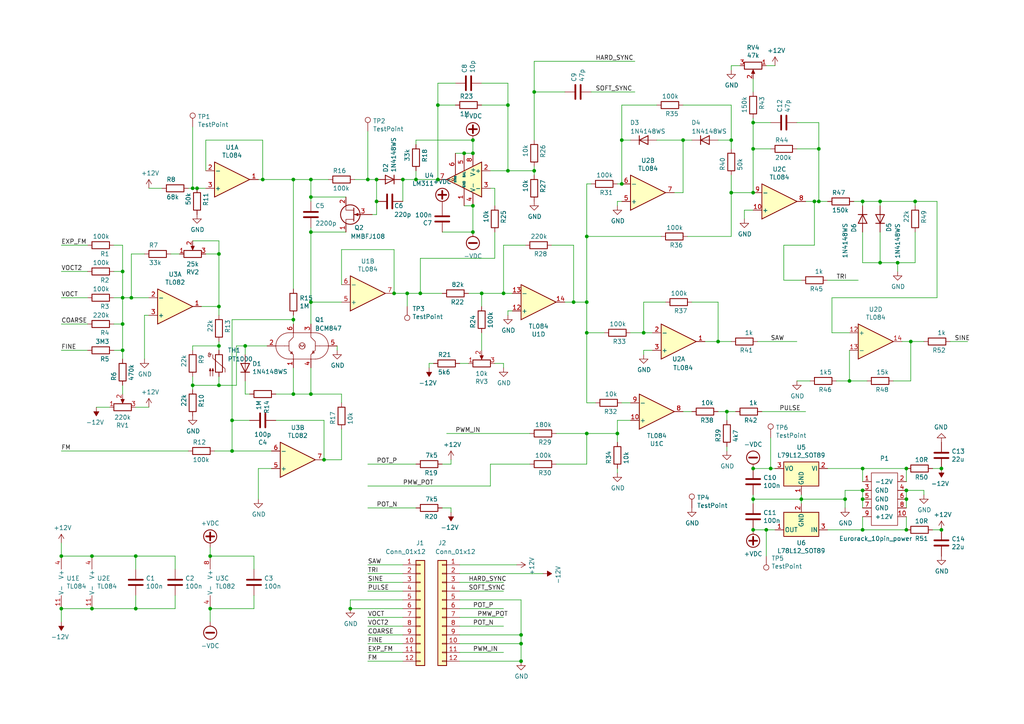
<source format=kicad_sch>
(kicad_sch (version 20211123) (generator eeschema)

  (uuid 3f54435b-b8e0-45ee-8515-be12fb295a2c)

  (paper "A4")

  (lib_symbols
    (symbol "Amplifier_Operational:TL082" (pin_names (offset 0.127)) (in_bom yes) (on_board yes)
      (property "Reference" "U" (id 0) (at 0 5.08 0)
        (effects (font (size 1.27 1.27)) (justify left))
      )
      (property "Value" "TL082" (id 1) (at 0 -5.08 0)
        (effects (font (size 1.27 1.27)) (justify left))
      )
      (property "Footprint" "" (id 2) (at 0 0 0)
        (effects (font (size 1.27 1.27)) hide)
      )
      (property "Datasheet" "http://www.ti.com/lit/ds/symlink/tl081.pdf" (id 3) (at 0 0 0)
        (effects (font (size 1.27 1.27)) hide)
      )
      (property "ki_locked" "" (id 4) (at 0 0 0)
        (effects (font (size 1.27 1.27)))
      )
      (property "ki_keywords" "dual opamp" (id 5) (at 0 0 0)
        (effects (font (size 1.27 1.27)) hide)
      )
      (property "ki_description" "Dual JFET-Input Operational Amplifiers, DIP-8/SOIC-8/SSOP-8" (id 6) (at 0 0 0)
        (effects (font (size 1.27 1.27)) hide)
      )
      (property "ki_fp_filters" "SOIC*3.9x4.9mm*P1.27mm* DIP*W7.62mm* TO*99* OnSemi*Micro8* TSSOP*3x3mm*P0.65mm* TSSOP*4.4x3mm*P0.65mm* MSOP*3x3mm*P0.65mm* SSOP*3.9x4.9mm*P0.635mm* LFCSP*2x2mm*P0.5mm* *SIP* SOIC*5.3x6.2mm*P1.27mm*" (id 7) (at 0 0 0)
        (effects (font (size 1.27 1.27)) hide)
      )
      (symbol "TL082_1_1"
        (polyline
          (pts
            (xy -5.08 5.08)
            (xy 5.08 0)
            (xy -5.08 -5.08)
            (xy -5.08 5.08)
          )
          (stroke (width 0.254) (type default) (color 0 0 0 0))
          (fill (type background))
        )
        (pin output line (at 7.62 0 180) (length 2.54)
          (name "~" (effects (font (size 1.27 1.27))))
          (number "1" (effects (font (size 1.27 1.27))))
        )
        (pin input line (at -7.62 -2.54 0) (length 2.54)
          (name "-" (effects (font (size 1.27 1.27))))
          (number "2" (effects (font (size 1.27 1.27))))
        )
        (pin input line (at -7.62 2.54 0) (length 2.54)
          (name "+" (effects (font (size 1.27 1.27))))
          (number "3" (effects (font (size 1.27 1.27))))
        )
      )
      (symbol "TL082_2_1"
        (polyline
          (pts
            (xy -5.08 5.08)
            (xy 5.08 0)
            (xy -5.08 -5.08)
            (xy -5.08 5.08)
          )
          (stroke (width 0.254) (type default) (color 0 0 0 0))
          (fill (type background))
        )
        (pin input line (at -7.62 2.54 0) (length 2.54)
          (name "+" (effects (font (size 1.27 1.27))))
          (number "5" (effects (font (size 1.27 1.27))))
        )
        (pin input line (at -7.62 -2.54 0) (length 2.54)
          (name "-" (effects (font (size 1.27 1.27))))
          (number "6" (effects (font (size 1.27 1.27))))
        )
        (pin output line (at 7.62 0 180) (length 2.54)
          (name "~" (effects (font (size 1.27 1.27))))
          (number "7" (effects (font (size 1.27 1.27))))
        )
      )
      (symbol "TL082_3_1"
        (pin power_in line (at -2.54 -7.62 90) (length 3.81)
          (name "V-" (effects (font (size 1.27 1.27))))
          (number "4" (effects (font (size 1.27 1.27))))
        )
        (pin power_in line (at -2.54 7.62 270) (length 3.81)
          (name "V+" (effects (font (size 1.27 1.27))))
          (number "8" (effects (font (size 1.27 1.27))))
        )
      )
    )
    (symbol "Amplifier_Operational:TL084" (pin_names (offset 0.127)) (in_bom yes) (on_board yes)
      (property "Reference" "U" (id 0) (at 0 5.08 0)
        (effects (font (size 1.27 1.27)) (justify left))
      )
      (property "Value" "TL084" (id 1) (at 0 -5.08 0)
        (effects (font (size 1.27 1.27)) (justify left))
      )
      (property "Footprint" "" (id 2) (at -1.27 2.54 0)
        (effects (font (size 1.27 1.27)) hide)
      )
      (property "Datasheet" "http://www.ti.com/lit/ds/symlink/tl081.pdf" (id 3) (at 1.27 5.08 0)
        (effects (font (size 1.27 1.27)) hide)
      )
      (property "ki_locked" "" (id 4) (at 0 0 0)
        (effects (font (size 1.27 1.27)))
      )
      (property "ki_keywords" "quad opamp" (id 5) (at 0 0 0)
        (effects (font (size 1.27 1.27)) hide)
      )
      (property "ki_description" "Quad JFET-Input Operational Amplifiers, DIP-14/SOIC-14/SSOP-14" (id 6) (at 0 0 0)
        (effects (font (size 1.27 1.27)) hide)
      )
      (property "ki_fp_filters" "SOIC*3.9x8.7mm*P1.27mm* DIP*W7.62mm* TSSOP*4.4x5mm*P0.65mm* SSOP*5.3x6.2mm*P0.65mm* MSOP*3x3mm*P0.5mm*" (id 7) (at 0 0 0)
        (effects (font (size 1.27 1.27)) hide)
      )
      (symbol "TL084_1_1"
        (polyline
          (pts
            (xy -5.08 5.08)
            (xy 5.08 0)
            (xy -5.08 -5.08)
            (xy -5.08 5.08)
          )
          (stroke (width 0.254) (type default) (color 0 0 0 0))
          (fill (type background))
        )
        (pin output line (at 7.62 0 180) (length 2.54)
          (name "~" (effects (font (size 1.27 1.27))))
          (number "1" (effects (font (size 1.27 1.27))))
        )
        (pin input line (at -7.62 -2.54 0) (length 2.54)
          (name "-" (effects (font (size 1.27 1.27))))
          (number "2" (effects (font (size 1.27 1.27))))
        )
        (pin input line (at -7.62 2.54 0) (length 2.54)
          (name "+" (effects (font (size 1.27 1.27))))
          (number "3" (effects (font (size 1.27 1.27))))
        )
      )
      (symbol "TL084_2_1"
        (polyline
          (pts
            (xy -5.08 5.08)
            (xy 5.08 0)
            (xy -5.08 -5.08)
            (xy -5.08 5.08)
          )
          (stroke (width 0.254) (type default) (color 0 0 0 0))
          (fill (type background))
        )
        (pin input line (at -7.62 2.54 0) (length 2.54)
          (name "+" (effects (font (size 1.27 1.27))))
          (number "5" (effects (font (size 1.27 1.27))))
        )
        (pin input line (at -7.62 -2.54 0) (length 2.54)
          (name "-" (effects (font (size 1.27 1.27))))
          (number "6" (effects (font (size 1.27 1.27))))
        )
        (pin output line (at 7.62 0 180) (length 2.54)
          (name "~" (effects (font (size 1.27 1.27))))
          (number "7" (effects (font (size 1.27 1.27))))
        )
      )
      (symbol "TL084_3_1"
        (polyline
          (pts
            (xy -5.08 5.08)
            (xy 5.08 0)
            (xy -5.08 -5.08)
            (xy -5.08 5.08)
          )
          (stroke (width 0.254) (type default) (color 0 0 0 0))
          (fill (type background))
        )
        (pin input line (at -7.62 2.54 0) (length 2.54)
          (name "+" (effects (font (size 1.27 1.27))))
          (number "10" (effects (font (size 1.27 1.27))))
        )
        (pin output line (at 7.62 0 180) (length 2.54)
          (name "~" (effects (font (size 1.27 1.27))))
          (number "8" (effects (font (size 1.27 1.27))))
        )
        (pin input line (at -7.62 -2.54 0) (length 2.54)
          (name "-" (effects (font (size 1.27 1.27))))
          (number "9" (effects (font (size 1.27 1.27))))
        )
      )
      (symbol "TL084_4_1"
        (polyline
          (pts
            (xy -5.08 5.08)
            (xy 5.08 0)
            (xy -5.08 -5.08)
            (xy -5.08 5.08)
          )
          (stroke (width 0.254) (type default) (color 0 0 0 0))
          (fill (type background))
        )
        (pin input line (at -7.62 2.54 0) (length 2.54)
          (name "+" (effects (font (size 1.27 1.27))))
          (number "12" (effects (font (size 1.27 1.27))))
        )
        (pin input line (at -7.62 -2.54 0) (length 2.54)
          (name "-" (effects (font (size 1.27 1.27))))
          (number "13" (effects (font (size 1.27 1.27))))
        )
        (pin output line (at 7.62 0 180) (length 2.54)
          (name "~" (effects (font (size 1.27 1.27))))
          (number "14" (effects (font (size 1.27 1.27))))
        )
      )
      (symbol "TL084_5_1"
        (pin power_in line (at -2.54 -7.62 90) (length 3.81)
          (name "V-" (effects (font (size 1.27 1.27))))
          (number "11" (effects (font (size 1.27 1.27))))
        )
        (pin power_in line (at -2.54 7.62 270) (length 3.81)
          (name "V+" (effects (font (size 1.27 1.27))))
          (number "4" (effects (font (size 1.27 1.27))))
        )
      )
    )
    (symbol "Comparator:LM311" (pin_names (offset 0.127)) (in_bom yes) (on_board yes)
      (property "Reference" "U" (id 0) (at 3.81 6.35 0)
        (effects (font (size 1.27 1.27)) (justify left))
      )
      (property "Value" "LM311" (id 1) (at 3.81 3.81 0)
        (effects (font (size 1.27 1.27)) (justify left))
      )
      (property "Footprint" "" (id 2) (at 0 0 0)
        (effects (font (size 1.27 1.27)) hide)
      )
      (property "Datasheet" "https://www.st.com/resource/en/datasheet/lm311.pdf" (id 3) (at 0 0 0)
        (effects (font (size 1.27 1.27)) hide)
      )
      (property "ki_keywords" "cmp open collector" (id 4) (at 0 0 0)
        (effects (font (size 1.27 1.27)) hide)
      )
      (property "ki_description" "Voltage Comparator, DIP-8/SOIC-8" (id 5) (at 0 0 0)
        (effects (font (size 1.27 1.27)) hide)
      )
      (property "ki_fp_filters" "SOIC*3.9x4.9mm*P1.27mm* DIP*W7.62mm*" (id 6) (at 0 0 0)
        (effects (font (size 1.27 1.27)) hide)
      )
      (symbol "LM311_0_1"
        (polyline
          (pts
            (xy 5.08 0)
            (xy -5.08 5.08)
            (xy -5.08 -5.08)
            (xy 5.08 0)
          )
          (stroke (width 0.254) (type default) (color 0 0 0 0))
          (fill (type background))
        )
        (polyline
          (pts
            (xy 3.683 -0.381)
            (xy 3.302 -0.381)
            (xy 3.683 0)
            (xy 3.302 0.381)
            (xy 2.921 0)
            (xy 3.302 -0.381)
            (xy 2.921 -0.381)
          )
          (stroke (width 0.127) (type default) (color 0 0 0 0))
          (fill (type none))
        )
      )
      (symbol "LM311_1_1"
        (pin passive line (at 0 -7.62 90) (length 5.08)
          (name "GND" (effects (font (size 0.635 0.635))))
          (number "1" (effects (font (size 1.27 1.27))))
        )
        (pin input line (at -7.62 2.54 0) (length 2.54)
          (name "+" (effects (font (size 1.27 1.27))))
          (number "2" (effects (font (size 1.27 1.27))))
        )
        (pin input line (at -7.62 -2.54 0) (length 2.54)
          (name "-" (effects (font (size 1.27 1.27))))
          (number "3" (effects (font (size 1.27 1.27))))
        )
        (pin power_in line (at -2.54 -7.62 90) (length 3.81)
          (name "V-" (effects (font (size 1.27 1.27))))
          (number "4" (effects (font (size 1.27 1.27))))
        )
        (pin input line (at 0 7.62 270) (length 5.08)
          (name "BAL" (effects (font (size 0.635 0.635))))
          (number "5" (effects (font (size 1.27 1.27))))
        )
        (pin input line (at 2.54 7.62 270) (length 6.35)
          (name "STRB" (effects (font (size 0.508 0.508))))
          (number "6" (effects (font (size 1.27 1.27))))
        )
        (pin open_collector line (at 7.62 0 180) (length 2.54)
          (name "~" (effects (font (size 1.27 1.27))))
          (number "7" (effects (font (size 1.27 1.27))))
        )
        (pin power_in line (at -2.54 7.62 270) (length 3.81)
          (name "V+" (effects (font (size 1.27 1.27))))
          (number "8" (effects (font (size 1.27 1.27))))
        )
      )
    )
    (symbol "Connector:TestPoint" (pin_numbers hide) (pin_names (offset 0.762) hide) (in_bom yes) (on_board yes)
      (property "Reference" "TP" (id 0) (at 0 6.858 0)
        (effects (font (size 1.27 1.27)))
      )
      (property "Value" "TestPoint" (id 1) (at 0 5.08 0)
        (effects (font (size 1.27 1.27)))
      )
      (property "Footprint" "" (id 2) (at 5.08 0 0)
        (effects (font (size 1.27 1.27)) hide)
      )
      (property "Datasheet" "~" (id 3) (at 5.08 0 0)
        (effects (font (size 1.27 1.27)) hide)
      )
      (property "ki_keywords" "test point tp" (id 4) (at 0 0 0)
        (effects (font (size 1.27 1.27)) hide)
      )
      (property "ki_description" "test point" (id 5) (at 0 0 0)
        (effects (font (size 1.27 1.27)) hide)
      )
      (property "ki_fp_filters" "Pin* Test*" (id 6) (at 0 0 0)
        (effects (font (size 1.27 1.27)) hide)
      )
      (symbol "TestPoint_0_1"
        (circle (center 0 3.302) (radius 0.762)
          (stroke (width 0) (type default) (color 0 0 0 0))
          (fill (type none))
        )
      )
      (symbol "TestPoint_1_1"
        (pin passive line (at 0 0 90) (length 2.54)
          (name "1" (effects (font (size 1.27 1.27))))
          (number "1" (effects (font (size 1.27 1.27))))
        )
      )
    )
    (symbol "Connector_Generic:Conn_01x12" (pin_names (offset 1.016) hide) (in_bom yes) (on_board yes)
      (property "Reference" "J" (id 0) (at 0 15.24 0)
        (effects (font (size 1.27 1.27)))
      )
      (property "Value" "Conn_01x12" (id 1) (at 0 -17.78 0)
        (effects (font (size 1.27 1.27)))
      )
      (property "Footprint" "" (id 2) (at 0 0 0)
        (effects (font (size 1.27 1.27)) hide)
      )
      (property "Datasheet" "~" (id 3) (at 0 0 0)
        (effects (font (size 1.27 1.27)) hide)
      )
      (property "ki_keywords" "connector" (id 4) (at 0 0 0)
        (effects (font (size 1.27 1.27)) hide)
      )
      (property "ki_description" "Generic connector, single row, 01x12, script generated (kicad-library-utils/schlib/autogen/connector/)" (id 5) (at 0 0 0)
        (effects (font (size 1.27 1.27)) hide)
      )
      (property "ki_fp_filters" "Connector*:*_1x??_*" (id 6) (at 0 0 0)
        (effects (font (size 1.27 1.27)) hide)
      )
      (symbol "Conn_01x12_1_1"
        (rectangle (start -1.27 -15.113) (end 0 -15.367)
          (stroke (width 0.1524) (type default) (color 0 0 0 0))
          (fill (type none))
        )
        (rectangle (start -1.27 -12.573) (end 0 -12.827)
          (stroke (width 0.1524) (type default) (color 0 0 0 0))
          (fill (type none))
        )
        (rectangle (start -1.27 -10.033) (end 0 -10.287)
          (stroke (width 0.1524) (type default) (color 0 0 0 0))
          (fill (type none))
        )
        (rectangle (start -1.27 -7.493) (end 0 -7.747)
          (stroke (width 0.1524) (type default) (color 0 0 0 0))
          (fill (type none))
        )
        (rectangle (start -1.27 -4.953) (end 0 -5.207)
          (stroke (width 0.1524) (type default) (color 0 0 0 0))
          (fill (type none))
        )
        (rectangle (start -1.27 -2.413) (end 0 -2.667)
          (stroke (width 0.1524) (type default) (color 0 0 0 0))
          (fill (type none))
        )
        (rectangle (start -1.27 0.127) (end 0 -0.127)
          (stroke (width 0.1524) (type default) (color 0 0 0 0))
          (fill (type none))
        )
        (rectangle (start -1.27 2.667) (end 0 2.413)
          (stroke (width 0.1524) (type default) (color 0 0 0 0))
          (fill (type none))
        )
        (rectangle (start -1.27 5.207) (end 0 4.953)
          (stroke (width 0.1524) (type default) (color 0 0 0 0))
          (fill (type none))
        )
        (rectangle (start -1.27 7.747) (end 0 7.493)
          (stroke (width 0.1524) (type default) (color 0 0 0 0))
          (fill (type none))
        )
        (rectangle (start -1.27 10.287) (end 0 10.033)
          (stroke (width 0.1524) (type default) (color 0 0 0 0))
          (fill (type none))
        )
        (rectangle (start -1.27 12.827) (end 0 12.573)
          (stroke (width 0.1524) (type default) (color 0 0 0 0))
          (fill (type none))
        )
        (rectangle (start -1.27 13.97) (end 1.27 -16.51)
          (stroke (width 0.254) (type default) (color 0 0 0 0))
          (fill (type background))
        )
        (pin passive line (at -5.08 12.7 0) (length 3.81)
          (name "Pin_1" (effects (font (size 1.27 1.27))))
          (number "1" (effects (font (size 1.27 1.27))))
        )
        (pin passive line (at -5.08 -10.16 0) (length 3.81)
          (name "Pin_10" (effects (font (size 1.27 1.27))))
          (number "10" (effects (font (size 1.27 1.27))))
        )
        (pin passive line (at -5.08 -12.7 0) (length 3.81)
          (name "Pin_11" (effects (font (size 1.27 1.27))))
          (number "11" (effects (font (size 1.27 1.27))))
        )
        (pin passive line (at -5.08 -15.24 0) (length 3.81)
          (name "Pin_12" (effects (font (size 1.27 1.27))))
          (number "12" (effects (font (size 1.27 1.27))))
        )
        (pin passive line (at -5.08 10.16 0) (length 3.81)
          (name "Pin_2" (effects (font (size 1.27 1.27))))
          (number "2" (effects (font (size 1.27 1.27))))
        )
        (pin passive line (at -5.08 7.62 0) (length 3.81)
          (name "Pin_3" (effects (font (size 1.27 1.27))))
          (number "3" (effects (font (size 1.27 1.27))))
        )
        (pin passive line (at -5.08 5.08 0) (length 3.81)
          (name "Pin_4" (effects (font (size 1.27 1.27))))
          (number "4" (effects (font (size 1.27 1.27))))
        )
        (pin passive line (at -5.08 2.54 0) (length 3.81)
          (name "Pin_5" (effects (font (size 1.27 1.27))))
          (number "5" (effects (font (size 1.27 1.27))))
        )
        (pin passive line (at -5.08 0 0) (length 3.81)
          (name "Pin_6" (effects (font (size 1.27 1.27))))
          (number "6" (effects (font (size 1.27 1.27))))
        )
        (pin passive line (at -5.08 -2.54 0) (length 3.81)
          (name "Pin_7" (effects (font (size 1.27 1.27))))
          (number "7" (effects (font (size 1.27 1.27))))
        )
        (pin passive line (at -5.08 -5.08 0) (length 3.81)
          (name "Pin_8" (effects (font (size 1.27 1.27))))
          (number "8" (effects (font (size 1.27 1.27))))
        )
        (pin passive line (at -5.08 -7.62 0) (length 3.81)
          (name "Pin_9" (effects (font (size 1.27 1.27))))
          (number "9" (effects (font (size 1.27 1.27))))
        )
      )
    )
    (symbol "Device:C" (pin_numbers hide) (pin_names (offset 0.254)) (in_bom yes) (on_board yes)
      (property "Reference" "C" (id 0) (at 0.635 2.54 0)
        (effects (font (size 1.27 1.27)) (justify left))
      )
      (property "Value" "C" (id 1) (at 0.635 -2.54 0)
        (effects (font (size 1.27 1.27)) (justify left))
      )
      (property "Footprint" "" (id 2) (at 0.9652 -3.81 0)
        (effects (font (size 1.27 1.27)) hide)
      )
      (property "Datasheet" "~" (id 3) (at 0 0 0)
        (effects (font (size 1.27 1.27)) hide)
      )
      (property "ki_keywords" "cap capacitor" (id 4) (at 0 0 0)
        (effects (font (size 1.27 1.27)) hide)
      )
      (property "ki_description" "Unpolarized capacitor" (id 5) (at 0 0 0)
        (effects (font (size 1.27 1.27)) hide)
      )
      (property "ki_fp_filters" "C_*" (id 6) (at 0 0 0)
        (effects (font (size 1.27 1.27)) hide)
      )
      (symbol "C_0_1"
        (polyline
          (pts
            (xy -2.032 -0.762)
            (xy 2.032 -0.762)
          )
          (stroke (width 0.508) (type default) (color 0 0 0 0))
          (fill (type none))
        )
        (polyline
          (pts
            (xy -2.032 0.762)
            (xy 2.032 0.762)
          )
          (stroke (width 0.508) (type default) (color 0 0 0 0))
          (fill (type none))
        )
      )
      (symbol "C_1_1"
        (pin passive line (at 0 3.81 270) (length 2.794)
          (name "~" (effects (font (size 1.27 1.27))))
          (number "1" (effects (font (size 1.27 1.27))))
        )
        (pin passive line (at 0 -3.81 90) (length 2.794)
          (name "~" (effects (font (size 1.27 1.27))))
          (number "2" (effects (font (size 1.27 1.27))))
        )
      )
    )
    (symbol "Diode:1N4148WS" (pin_numbers hide) (pin_names (offset 1.016) hide) (in_bom yes) (on_board yes)
      (property "Reference" "D" (id 0) (at 0 2.54 0)
        (effects (font (size 1.27 1.27)))
      )
      (property "Value" "1N4148WS" (id 1) (at 0 -2.54 0)
        (effects (font (size 1.27 1.27)))
      )
      (property "Footprint" "Diode_SMD:D_SOD-323" (id 2) (at 0 -4.445 0)
        (effects (font (size 1.27 1.27)) hide)
      )
      (property "Datasheet" "https://www.vishay.com/docs/85751/1n4148ws.pdf" (id 3) (at 0 0 0)
        (effects (font (size 1.27 1.27)) hide)
      )
      (property "ki_keywords" "diode" (id 4) (at 0 0 0)
        (effects (font (size 1.27 1.27)) hide)
      )
      (property "ki_description" "75V 0.15A Fast switching Diode, SOD-323" (id 5) (at 0 0 0)
        (effects (font (size 1.27 1.27)) hide)
      )
      (property "ki_fp_filters" "D*SOD?323*" (id 6) (at 0 0 0)
        (effects (font (size 1.27 1.27)) hide)
      )
      (symbol "1N4148WS_0_1"
        (polyline
          (pts
            (xy -1.27 1.27)
            (xy -1.27 -1.27)
          )
          (stroke (width 0.254) (type default) (color 0 0 0 0))
          (fill (type none))
        )
        (polyline
          (pts
            (xy 1.27 0)
            (xy -1.27 0)
          )
          (stroke (width 0) (type default) (color 0 0 0 0))
          (fill (type none))
        )
        (polyline
          (pts
            (xy 1.27 1.27)
            (xy 1.27 -1.27)
            (xy -1.27 0)
            (xy 1.27 1.27)
          )
          (stroke (width 0.254) (type default) (color 0 0 0 0))
          (fill (type none))
        )
      )
      (symbol "1N4148WS_1_1"
        (pin passive line (at -3.81 0 0) (length 2.54)
          (name "K" (effects (font (size 1.27 1.27))))
          (number "1" (effects (font (size 1.27 1.27))))
        )
        (pin passive line (at 3.81 0 180) (length 2.54)
          (name "A" (effects (font (size 1.27 1.27))))
          (number "2" (effects (font (size 1.27 1.27))))
        )
      )
    )
    (symbol "Regulator_Linear:L78L12_SOT89" (pin_names (offset 0.254)) (in_bom yes) (on_board yes)
      (property "Reference" "U" (id 0) (at -3.81 3.175 0)
        (effects (font (size 1.27 1.27)))
      )
      (property "Value" "L78L12_SOT89" (id 1) (at -0.635 3.175 0)
        (effects (font (size 1.27 1.27)) (justify left))
      )
      (property "Footprint" "Package_TO_SOT_SMD:SOT-89-3" (id 2) (at 0 5.08 0)
        (effects (font (size 1.27 1.27) italic) hide)
      )
      (property "Datasheet" "http://www.st.com/content/ccc/resource/technical/document/datasheet/15/55/e5/aa/23/5b/43/fd/CD00000446.pdf/files/CD00000446.pdf/jcr:content/translations/en.CD00000446.pdf" (id 3) (at 0 -1.27 0)
        (effects (font (size 1.27 1.27)) hide)
      )
      (property "ki_keywords" "Voltage Regulator 100mA Positive" (id 4) (at 0 0 0)
        (effects (font (size 1.27 1.27)) hide)
      )
      (property "ki_description" "Positive 100mA 30V Linear Regulator, Fixed Output 12V, SOT-89" (id 5) (at 0 0 0)
        (effects (font (size 1.27 1.27)) hide)
      )
      (property "ki_fp_filters" "SOT?89*" (id 6) (at 0 0 0)
        (effects (font (size 1.27 1.27)) hide)
      )
      (symbol "L78L12_SOT89_0_1"
        (rectangle (start -5.08 1.905) (end 5.08 -5.08)
          (stroke (width 0.254) (type default) (color 0 0 0 0))
          (fill (type background))
        )
      )
      (symbol "L78L12_SOT89_1_1"
        (pin power_out line (at 7.62 0 180) (length 2.54)
          (name "OUT" (effects (font (size 1.27 1.27))))
          (number "1" (effects (font (size 1.27 1.27))))
        )
        (pin power_in line (at 0 -7.62 90) (length 2.54)
          (name "GND" (effects (font (size 1.27 1.27))))
          (number "2" (effects (font (size 1.27 1.27))))
        )
        (pin power_in line (at -7.62 0 0) (length 2.54)
          (name "IN" (effects (font (size 1.27 1.27))))
          (number "3" (effects (font (size 1.27 1.27))))
        )
      )
    )
    (symbol "Regulator_Linear:L79L12_SOT89" (pin_names (offset 0.254)) (in_bom yes) (on_board yes)
      (property "Reference" "U" (id 0) (at -3.81 -3.175 0)
        (effects (font (size 1.27 1.27)))
      )
      (property "Value" "L79L12_SOT89" (id 1) (at 0 -3.175 0)
        (effects (font (size 1.27 1.27)) (justify left))
      )
      (property "Footprint" "Package_TO_SOT_SMD:SOT-89-3" (id 2) (at 0 -5.08 0)
        (effects (font (size 1.27 1.27) italic) hide)
      )
      (property "Datasheet" "http://www.farnell.com/datasheets/1827870.pdf" (id 3) (at 0 0 0)
        (effects (font (size 1.27 1.27)) hide)
      )
      (property "ki_keywords" "Voltage Regulator 100mA Negative" (id 4) (at 0 0 0)
        (effects (font (size 1.27 1.27)) hide)
      )
      (property "ki_description" "Negative 100mA -30V Linear Regulator, Fixed Output -5V, SOT-89" (id 5) (at 0 0 0)
        (effects (font (size 1.27 1.27)) hide)
      )
      (property "ki_fp_filters" "SOT?89*" (id 6) (at 0 0 0)
        (effects (font (size 1.27 1.27)) hide)
      )
      (symbol "L79L12_SOT89_0_1"
        (rectangle (start -5.08 5.08) (end 5.08 -1.905)
          (stroke (width 0.254) (type default) (color 0 0 0 0))
          (fill (type background))
        )
      )
      (symbol "L79L12_SOT89_1_1"
        (pin power_in line (at 0 7.62 270) (length 2.54)
          (name "GND" (effects (font (size 1.27 1.27))))
          (number "1" (effects (font (size 1.27 1.27))))
        )
        (pin power_in line (at -7.62 0 0) (length 2.54)
          (name "VI" (effects (font (size 1.27 1.27))))
          (number "2" (effects (font (size 1.27 1.27))))
        )
        (pin power_out line (at 7.62 0 180) (length 2.54)
          (name "VO" (effects (font (size 1.27 1.27))))
          (number "3" (effects (font (size 1.27 1.27))))
        )
      )
    )
    (symbol "power:+12V" (power) (pin_names (offset 0)) (in_bom yes) (on_board yes)
      (property "Reference" "#PWR" (id 0) (at 0 -3.81 0)
        (effects (font (size 1.27 1.27)) hide)
      )
      (property "Value" "+12V" (id 1) (at 0 3.556 0)
        (effects (font (size 1.27 1.27)))
      )
      (property "Footprint" "" (id 2) (at 0 0 0)
        (effects (font (size 1.27 1.27)) hide)
      )
      (property "Datasheet" "" (id 3) (at 0 0 0)
        (effects (font (size 1.27 1.27)) hide)
      )
      (property "ki_keywords" "power-flag" (id 4) (at 0 0 0)
        (effects (font (size 1.27 1.27)) hide)
      )
      (property "ki_description" "Power symbol creates a global label with name \"+12V\"" (id 5) (at 0 0 0)
        (effects (font (size 1.27 1.27)) hide)
      )
      (symbol "+12V_0_1"
        (polyline
          (pts
            (xy -0.762 1.27)
            (xy 0 2.54)
          )
          (stroke (width 0) (type default) (color 0 0 0 0))
          (fill (type none))
        )
        (polyline
          (pts
            (xy 0 0)
            (xy 0 2.54)
          )
          (stroke (width 0) (type default) (color 0 0 0 0))
          (fill (type none))
        )
        (polyline
          (pts
            (xy 0 2.54)
            (xy 0.762 1.27)
          )
          (stroke (width 0) (type default) (color 0 0 0 0))
          (fill (type none))
        )
      )
      (symbol "+12V_1_1"
        (pin power_in line (at 0 0 90) (length 0) hide
          (name "+12V" (effects (font (size 1.27 1.27))))
          (number "1" (effects (font (size 1.27 1.27))))
        )
      )
    )
    (symbol "power:+VDC" (power) (pin_names (offset 0)) (in_bom yes) (on_board yes)
      (property "Reference" "#PWR" (id 0) (at 0 -2.54 0)
        (effects (font (size 1.27 1.27)) hide)
      )
      (property "Value" "+VDC" (id 1) (at 0 6.35 0)
        (effects (font (size 1.27 1.27)))
      )
      (property "Footprint" "" (id 2) (at 0 0 0)
        (effects (font (size 1.27 1.27)) hide)
      )
      (property "Datasheet" "" (id 3) (at 0 0 0)
        (effects (font (size 1.27 1.27)) hide)
      )
      (property "ki_keywords" "power-flag" (id 4) (at 0 0 0)
        (effects (font (size 1.27 1.27)) hide)
      )
      (property "ki_description" "Power symbol creates a global label with name \"+VDC\"" (id 5) (at 0 0 0)
        (effects (font (size 1.27 1.27)) hide)
      )
      (symbol "+VDC_0_1"
        (polyline
          (pts
            (xy -1.143 3.175)
            (xy 1.143 3.175)
          )
          (stroke (width 0.508) (type default) (color 0 0 0 0))
          (fill (type none))
        )
        (polyline
          (pts
            (xy 0 0)
            (xy 0 1.27)
          )
          (stroke (width 0) (type default) (color 0 0 0 0))
          (fill (type none))
        )
        (polyline
          (pts
            (xy 0 2.032)
            (xy 0 4.318)
          )
          (stroke (width 0.508) (type default) (color 0 0 0 0))
          (fill (type none))
        )
        (circle (center 0 3.175) (radius 1.905)
          (stroke (width 0.254) (type default) (color 0 0 0 0))
          (fill (type none))
        )
      )
      (symbol "+VDC_1_1"
        (pin power_in line (at 0 0 90) (length 0) hide
          (name "+VDC" (effects (font (size 1.27 1.27))))
          (number "1" (effects (font (size 1.27 1.27))))
        )
      )
    )
    (symbol "power:-12V" (power) (pin_names (offset 0)) (in_bom yes) (on_board yes)
      (property "Reference" "#PWR" (id 0) (at 0 2.54 0)
        (effects (font (size 1.27 1.27)) hide)
      )
      (property "Value" "-12V" (id 1) (at 0 3.81 0)
        (effects (font (size 1.27 1.27)))
      )
      (property "Footprint" "" (id 2) (at 0 0 0)
        (effects (font (size 1.27 1.27)) hide)
      )
      (property "Datasheet" "" (id 3) (at 0 0 0)
        (effects (font (size 1.27 1.27)) hide)
      )
      (property "ki_keywords" "power-flag" (id 4) (at 0 0 0)
        (effects (font (size 1.27 1.27)) hide)
      )
      (property "ki_description" "Power symbol creates a global label with name \"-12V\"" (id 5) (at 0 0 0)
        (effects (font (size 1.27 1.27)) hide)
      )
      (symbol "-12V_0_0"
        (pin power_in line (at 0 0 90) (length 0) hide
          (name "-12V" (effects (font (size 1.27 1.27))))
          (number "1" (effects (font (size 1.27 1.27))))
        )
      )
      (symbol "-12V_0_1"
        (polyline
          (pts
            (xy 0 0)
            (xy 0 1.27)
            (xy 0.762 1.27)
            (xy 0 2.54)
            (xy -0.762 1.27)
            (xy 0 1.27)
          )
          (stroke (width 0) (type default) (color 0 0 0 0))
          (fill (type outline))
        )
      )
    )
    (symbol "power:-VDC" (power) (pin_names (offset 0)) (in_bom yes) (on_board yes)
      (property "Reference" "#PWR" (id 0) (at 0 -2.54 0)
        (effects (font (size 1.27 1.27)) hide)
      )
      (property "Value" "-VDC" (id 1) (at 0 6.35 0)
        (effects (font (size 1.27 1.27)))
      )
      (property "Footprint" "" (id 2) (at 0 0 0)
        (effects (font (size 1.27 1.27)) hide)
      )
      (property "Datasheet" "" (id 3) (at 0 0 0)
        (effects (font (size 1.27 1.27)) hide)
      )
      (property "ki_keywords" "power-flag" (id 4) (at 0 0 0)
        (effects (font (size 1.27 1.27)) hide)
      )
      (property "ki_description" "Power symbol creates a global label with name \"-VDC\"" (id 5) (at 0 0 0)
        (effects (font (size 1.27 1.27)) hide)
      )
      (symbol "-VDC_0_1"
        (polyline
          (pts
            (xy -1.143 3.175)
            (xy 1.143 3.175)
          )
          (stroke (width 0.508) (type default) (color 0 0 0 0))
          (fill (type none))
        )
        (polyline
          (pts
            (xy 0 0)
            (xy 0 1.27)
          )
          (stroke (width 0) (type default) (color 0 0 0 0))
          (fill (type none))
        )
        (circle (center 0 3.175) (radius 1.905)
          (stroke (width 0.254) (type default) (color 0 0 0 0))
          (fill (type none))
        )
      )
      (symbol "-VDC_1_1"
        (pin power_in line (at 0 0 90) (length 0) hide
          (name "-VDC" (effects (font (size 1.27 1.27))))
          (number "1" (effects (font (size 1.27 1.27))))
        )
      )
    )
    (symbol "power:GND" (power) (pin_names (offset 0)) (in_bom yes) (on_board yes)
      (property "Reference" "#PWR" (id 0) (at 0 -6.35 0)
        (effects (font (size 1.27 1.27)) hide)
      )
      (property "Value" "GND" (id 1) (at 0 -3.81 0)
        (effects (font (size 1.27 1.27)))
      )
      (property "Footprint" "" (id 2) (at 0 0 0)
        (effects (font (size 1.27 1.27)) hide)
      )
      (property "Datasheet" "" (id 3) (at 0 0 0)
        (effects (font (size 1.27 1.27)) hide)
      )
      (property "ki_keywords" "power-flag" (id 4) (at 0 0 0)
        (effects (font (size 1.27 1.27)) hide)
      )
      (property "ki_description" "Power symbol creates a global label with name \"GND\" , ground" (id 5) (at 0 0 0)
        (effects (font (size 1.27 1.27)) hide)
      )
      (symbol "GND_0_1"
        (polyline
          (pts
            (xy 0 0)
            (xy 0 -1.27)
            (xy 1.27 -1.27)
            (xy 0 -2.54)
            (xy -1.27 -1.27)
            (xy 0 -1.27)
          )
          (stroke (width 0) (type default) (color 0 0 0 0))
          (fill (type none))
        )
      )
      (symbol "GND_1_1"
        (pin power_in line (at 0 0 270) (length 0) hide
          (name "GND" (effects (font (size 1.27 1.27))))
          (number "1" (effects (font (size 1.27 1.27))))
        )
      )
    )
    (symbol "project_oscillator:BCM847" (pin_names (offset 1.016) hide) (in_bom yes) (on_board yes)
      (property "Reference" "Q" (id 0) (at 6.35 11.43 0)
        (effects (font (size 1.27 1.27)))
      )
      (property "Value" "BCM847" (id 1) (at 8.89 8.89 0)
        (effects (font (size 1.27 1.27)))
      )
      (property "Footprint" "project_oscillator:SOT-457, SC-74" (id 2) (at 0 11.43 0)
        (effects (font (size 1.27 1.27)) hide)
      )
      (property "Datasheet" "" (id 3) (at 2.54 6.35 90)
        (effects (font (size 1.27 1.27)) hide)
      )
      (symbol "BCM847_0_1"
        (arc (start -3.81 7.62) (mid -7.62 3.81) (end -3.81 0)
          (stroke (width 0) (type default) (color 0 0 0 0))
          (fill (type none))
        )
        (polyline
          (pts
            (xy -7.62 3.81)
            (xy -5.08 3.81)
          )
          (stroke (width 0) (type default) (color 0 0 0 0))
          (fill (type none))
        )
        (polyline
          (pts
            (xy -5.08 3.81)
            (xy -3.81 3.81)
          )
          (stroke (width 0) (type default) (color 0 0 0 0))
          (fill (type none))
        )
        (polyline
          (pts
            (xy -3.81 0)
            (xy 3.81 0)
          )
          (stroke (width 0) (type default) (color 0 0 0 0))
          (fill (type none))
        )
        (polyline
          (pts
            (xy -3.81 7.62)
            (xy 3.81 7.62)
          )
          (stroke (width 0) (type default) (color 0 0 0 0))
          (fill (type none))
        )
        (polyline
          (pts
            (xy 3.81 3.81)
            (xy 5.08 3.81)
          )
          (stroke (width 0) (type default) (color 0 0 0 0))
          (fill (type none))
        )
        (polyline
          (pts
            (xy 5.08 3.81)
            (xy 7.62 3.81)
          )
          (stroke (width 0) (type default) (color 0 0 0 0))
          (fill (type none))
        )
        (polyline
          (pts
            (xy -3.81 5.08)
            (xy -2.54 6.35)
            (xy -2.54 7.62)
          )
          (stroke (width 0) (type default) (color 0 0 0 0))
          (fill (type none))
        )
        (polyline
          (pts
            (xy -3.81 5.08)
            (xy -3.81 2.54)
            (xy -2.54 1.27)
            (xy -2.54 0)
          )
          (stroke (width 0) (type default) (color 0 0 0 0))
          (fill (type none))
        )
        (polyline
          (pts
            (xy -2.794 1.524)
            (xy -3.429 1.651)
            (xy -2.921 2.159)
            (xy -2.794 1.524)
          )
          (stroke (width 0) (type default) (color 0 0 0 0))
          (fill (type none))
        )
        (polyline
          (pts
            (xy 2.921 1.651)
            (xy 3.175 2.413)
            (xy 3.556 1.778)
            (xy 2.921 1.651)
          )
          (stroke (width 0) (type default) (color 0 0 0 0))
          (fill (type none))
        )
        (polyline
          (pts
            (xy -0.635 3.429)
            (xy -0.508 4.191)
            (xy 0 3.556)
            (xy 0.508 4.191)
            (xy 0.635 3.429)
          )
          (stroke (width 0) (type default) (color 0 0 0 0))
          (fill (type none))
        )
        (polyline
          (pts
            (xy 2.54 7.62)
            (xy 2.54 6.35)
            (xy 3.81 5.08)
            (xy 3.81 2.54)
            (xy 2.54 1.27)
            (xy 2.54 0)
          )
          (stroke (width 0) (type default) (color 0 0 0 0))
          (fill (type none))
        )
        (circle (center 0 3.81) (radius 0.9144)
          (stroke (width 0) (type default) (color 0 0 0 0))
          (fill (type none))
        )
        (arc (start 3.81 0) (mid 7.62 3.81) (end 3.81 7.62)
          (stroke (width 0) (type default) (color 0 0 0 0))
          (fill (type none))
        )
      )
      (symbol "BCM847_1_1"
        (pin passive line (at -2.54 -2.54 90) (length 2.54)
          (name "E1" (effects (font (size 1.27 1.27))))
          (number "1" (effects (font (size 1.27 1.27))))
        )
        (pin passive line (at -10.16 3.81 0) (length 2.54)
          (name "B1" (effects (font (size 1.27 1.27))))
          (number "2" (effects (font (size 1.27 1.27))))
        )
        (pin passive line (at 2.54 10.16 270) (length 2.54)
          (name "C2" (effects (font (size 1.27 1.27))))
          (number "3" (effects (font (size 1.27 1.27))))
        )
        (pin passive line (at 2.54 -2.54 90) (length 2.54)
          (name "E2" (effects (font (size 1.27 1.27))))
          (number "4" (effects (font (size 1.27 1.27))))
        )
        (pin passive line (at 10.16 3.81 180) (length 2.54)
          (name "B2" (effects (font (size 1.27 1.27))))
          (number "5" (effects (font (size 1.27 1.27))))
        )
        (pin passive line (at -2.54 10.16 270) (length 2.54)
          (name "C1" (effects (font (size 1.27 1.27))))
          (number "6" (effects (font (size 1.27 1.27))))
        )
      )
    )
    (symbol "project_oscillator:Eurorack_10pin_power" (pin_names (offset 1.016)) (in_bom yes) (on_board yes)
      (property "Reference" "P" (id 0) (at 0 8.89 0)
        (effects (font (size 1.27 1.27)))
      )
      (property "Value" "Eurorack_10pin_power" (id 1) (at 1.27 -8.89 0)
        (effects (font (size 1.27 1.27)))
      )
      (property "Footprint" "project_oscillator:HEADER_10POS_2ROW" (id 2) (at -2.54 -3.81 0)
        (effects (font (size 1.27 1.27)) hide)
      )
      (property "Datasheet" "" (id 3) (at -2.54 -3.81 0)
        (effects (font (size 1.27 1.27)) hide)
      )
      (symbol "Eurorack_10pin_power_0_1"
        (rectangle (start -3.81 -7.62) (end 3.81 7.62)
          (stroke (width 0) (type default) (color 0 0 0 0))
          (fill (type none))
        )
      )
      (symbol "Eurorack_10pin_power_1_1"
        (pin passive line (at -6.35 5.08 0) (length 2.54)
          (name "-12V" (effects (font (size 1.27 1.27))))
          (number "1" (effects (font (size 1.27 1.27))))
        )
        (pin passive line (at 6.35 -5.08 180) (length 2.54)
          (name "~" (effects (font (size 1.27 1.27))))
          (number "10" (effects (font (size 1.27 1.27))))
        )
        (pin passive line (at 6.35 5.08 180) (length 2.54)
          (name "~" (effects (font (size 1.27 1.27))))
          (number "2" (effects (font (size 1.27 1.27))))
        )
        (pin passive line (at -6.35 2.54 0) (length 2.54)
          (name "GND" (effects (font (size 1.27 1.27))))
          (number "3" (effects (font (size 1.27 1.27))))
        )
        (pin passive line (at 6.35 2.54 180) (length 2.54)
          (name "~" (effects (font (size 1.27 1.27))))
          (number "4" (effects (font (size 1.27 1.27))))
        )
        (pin passive line (at -6.35 0 0) (length 2.54)
          (name "GND" (effects (font (size 1.27 1.27))))
          (number "5" (effects (font (size 1.27 1.27))))
        )
        (pin passive line (at 6.35 0 180) (length 2.54)
          (name "~" (effects (font (size 1.27 1.27))))
          (number "6" (effects (font (size 1.27 1.27))))
        )
        (pin passive line (at -6.35 -2.54 0) (length 2.54)
          (name "GND" (effects (font (size 1.27 1.27))))
          (number "7" (effects (font (size 1.27 1.27))))
        )
        (pin passive line (at 6.35 -2.54 180) (length 2.54)
          (name "~" (effects (font (size 1.27 1.27))))
          (number "8" (effects (font (size 1.27 1.27))))
        )
        (pin passive line (at -6.35 -5.08 0) (length 2.54)
          (name "+12V" (effects (font (size 1.27 1.27))))
          (number "9" (effects (font (size 1.27 1.27))))
        )
      )
    )
    (symbol "project_oscillator:MMBFJ108" (pin_names (offset 0) hide) (in_bom yes) (on_board yes)
      (property "Reference" "Q" (id 0) (at 5.08 1.27 0)
        (effects (font (size 1.27 1.27)) (justify left))
      )
      (property "Value" "MMBFJ108" (id 1) (at 5.08 -1.27 0)
        (effects (font (size 1.27 1.27)) (justify left))
      )
      (property "Footprint" "Package_TO_SOT_SMD:SC-59" (id 2) (at 5.08 2.54 0)
        (effects (font (size 1.27 1.27)) hide)
      )
      (property "Datasheet" "~" (id 3) (at 0 0 0)
        (effects (font (size 1.27 1.27)) hide)
      )
      (property "ki_keywords" "transistor NJFET N-JFET" (id 4) (at 0 0 0)
        (effects (font (size 1.27 1.27)) hide)
      )
      (property "ki_description" "N-JFET transistor" (id 5) (at 0 0 0)
        (effects (font (size 1.27 1.27)) hide)
      )
      (symbol "MMBFJ108_0_1"
        (polyline
          (pts
            (xy 0.254 1.905)
            (xy 0.254 -1.905)
            (xy 0.254 -1.905)
          )
          (stroke (width 0.254) (type default) (color 0 0 0 0))
          (fill (type none))
        )
        (polyline
          (pts
            (xy 2.54 -2.54)
            (xy 2.54 -1.27)
            (xy 0.254 -1.27)
          )
          (stroke (width 0) (type default) (color 0 0 0 0))
          (fill (type none))
        )
        (polyline
          (pts
            (xy 2.54 2.54)
            (xy 2.54 1.397)
            (xy 0.254 1.397)
          )
          (stroke (width 0) (type default) (color 0 0 0 0))
          (fill (type none))
        )
        (polyline
          (pts
            (xy 0 0)
            (xy -1.016 0.381)
            (xy -1.016 -0.381)
            (xy 0 0)
          )
          (stroke (width 0) (type default) (color 0 0 0 0))
          (fill (type outline))
        )
        (circle (center 1.27 0) (radius 2.8194)
          (stroke (width 0.254) (type default) (color 0 0 0 0))
          (fill (type none))
        )
      )
      (symbol "MMBFJ108_1_1"
        (pin passive line (at 2.54 5.08 270) (length 2.54)
          (name "D" (effects (font (size 1.27 1.27))))
          (number "1" (effects (font (size 1.27 1.27))))
        )
        (pin passive line (at 2.54 -5.08 90) (length 2.54)
          (name "S" (effects (font (size 1.27 1.27))))
          (number "2" (effects (font (size 1.27 1.27))))
        )
        (pin input line (at -5.08 0 0) (length 5.334)
          (name "G" (effects (font (size 1.27 1.27))))
          (number "3" (effects (font (size 1.27 1.27))))
        )
      )
    )
    (symbol "project_oscillator:PT100" (pin_numbers hide) (pin_names (offset 0)) (in_bom yes) (on_board yes)
      (property "Reference" "TH" (id 0) (at -4.445 0 90)
        (effects (font (size 1.27 1.27)))
      )
      (property "Value" "PT100" (id 1) (at 3.175 0 90)
        (effects (font (size 1.27 1.27)))
      )
      (property "Footprint" "project_oscillator:R_0603" (id 2) (at 0 1.27 0)
        (effects (font (size 1.27 1.27)) hide)
      )
      (property "Datasheet" "https://www.heraeus.com/media/media/group/doc_group/products_1/hst/sot_to/de_15/to_92_d.pdf" (id 3) (at 0 1.27 0)
        (effects (font (size 1.27 1.27)) hide)
      )
      (property "ki_keywords" "platinum temperature sensor RTD" (id 4) (at 0 0 0)
        (effects (font (size 1.27 1.27)) hide)
      )
      (property "ki_description" "PT100 platinum temperature sensor (RTD)" (id 5) (at 0 0 0)
        (effects (font (size 1.27 1.27)) hide)
      )
      (property "ki_fp_filters" "TO?92* PIN?ARRAY* bornier* Terminal?Block* SOD70* R*1206* R*0805*" (id 6) (at 0 0 0)
        (effects (font (size 1.27 1.27)) hide)
      )
      (symbol "PT100_0_1"
        (arc (start -3.048 2.159) (mid -3.0495 2.3143) (end -3.175 2.413)
          (stroke (width 0) (type default) (color 0 0 0 0))
          (fill (type none))
        )
        (arc (start -3.048 2.159) (mid -2.9736 1.9794) (end -2.794 1.905)
          (stroke (width 0) (type default) (color 0 0 0 0))
          (fill (type none))
        )
        (arc (start -3.048 2.794) (mid -2.9736 2.6144) (end -2.794 2.54)
          (stroke (width 0) (type default) (color 0 0 0 0))
          (fill (type none))
        )
        (arc (start -2.794 1.905) (mid -2.6144 1.9794) (end -2.54 2.159)
          (stroke (width 0) (type default) (color 0 0 0 0))
          (fill (type none))
        )
        (arc (start -2.794 2.54) (mid -2.4393 2.5587) (end -2.159 2.794)
          (stroke (width 0) (type default) (color 0 0 0 0))
          (fill (type none))
        )
        (arc (start -2.794 3.048) (mid -2.9736 2.9736) (end -3.048 2.794)
          (stroke (width 0) (type default) (color 0 0 0 0))
          (fill (type none))
        )
        (arc (start -2.54 2.794) (mid -2.6144 2.9736) (end -2.794 3.048)
          (stroke (width 0) (type default) (color 0 0 0 0))
          (fill (type none))
        )
        (rectangle (start -1.016 2.54) (end 1.016 -2.54)
          (stroke (width 0.254) (type default) (color 0 0 0 0))
          (fill (type none))
        )
        (polyline
          (pts
            (xy -2.54 2.159)
            (xy -2.54 2.794)
          )
          (stroke (width 0) (type default) (color 0 0 0 0))
          (fill (type none))
        )
        (polyline
          (pts
            (xy -1.778 2.54)
            (xy -1.778 1.524)
            (xy 1.778 -1.524)
            (xy 1.778 -2.54)
          )
          (stroke (width 0) (type default) (color 0 0 0 0))
          (fill (type none))
        )
        (polyline
          (pts
            (xy -2.54 -3.683)
            (xy -2.54 -1.397)
            (xy -2.794 -2.159)
            (xy -2.286 -2.159)
            (xy -2.54 -1.397)
            (xy -2.54 -1.651)
          )
          (stroke (width 0) (type default) (color 0 0 0 0))
          (fill (type outline))
        )
        (polyline
          (pts
            (xy -1.778 -3.683)
            (xy -1.778 -1.397)
            (xy -2.032 -2.159)
            (xy -1.524 -2.159)
            (xy -1.778 -1.397)
            (xy -1.778 -1.651)
          )
          (stroke (width 0) (type default) (color 0 0 0 0))
          (fill (type outline))
        )
      )
      (symbol "PT100_1_1"
        (pin passive line (at 0 3.81 270) (length 1.27)
          (name "~" (effects (font (size 1.27 1.27))))
          (number "1" (effects (font (size 1.27 1.27))))
        )
        (pin passive line (at 0 -3.81 90) (length 1.27)
          (name "~" (effects (font (size 1.27 1.27))))
          (number "2" (effects (font (size 1.27 1.27))))
        )
      )
    )
    (symbol "project_oscillator:PV36W" (pin_names (offset 1.016) hide) (in_bom yes) (on_board yes)
      (property "Reference" "RV" (id 0) (at -4.445 0 90)
        (effects (font (size 1.27 1.27)))
      )
      (property "Value" "PV36W" (id 1) (at -2.54 0 90)
        (effects (font (size 1.27 1.27)))
      )
      (property "Footprint" "project_oscillator:PV36W" (id 2) (at 0 0 0)
        (effects (font (size 1.27 1.27)) hide)
      )
      (property "Datasheet" "~" (id 3) (at 0 0 0)
        (effects (font (size 1.27 1.27)) hide)
      )
      (property "ki_keywords" "resistor variable" (id 4) (at 0 0 0)
        (effects (font (size 1.27 1.27)) hide)
      )
      (property "ki_description" "Potentiometer" (id 5) (at 0 0 0)
        (effects (font (size 1.27 1.27)) hide)
      )
      (property "ki_fp_filters" "Potentiometer*" (id 6) (at 0 0 0)
        (effects (font (size 1.27 1.27)) hide)
      )
      (symbol "PV36W_0_1"
        (polyline
          (pts
            (xy 2.54 0)
            (xy 1.524 0)
          )
          (stroke (width 0) (type default) (color 0 0 0 0))
          (fill (type none))
        )
        (polyline
          (pts
            (xy 1.143 0)
            (xy 2.286 0.508)
            (xy 2.286 -0.508)
            (xy 1.143 0)
          )
          (stroke (width 0) (type default) (color 0 0 0 0))
          (fill (type outline))
        )
        (rectangle (start 1.016 2.54) (end -1.016 -2.54)
          (stroke (width 0.254) (type default) (color 0 0 0 0))
          (fill (type none))
        )
      )
      (symbol "PV36W_1_1"
        (pin passive line (at 0 3.81 270) (length 1.27)
          (name "1" (effects (font (size 1.27 1.27))))
          (number "1" (effects (font (size 1.27 1.27))))
        )
        (pin passive line (at 3.81 0 180) (length 1.27)
          (name "2" (effects (font (size 1.27 1.27))))
          (number "2" (effects (font (size 1.27 1.27))))
        )
        (pin passive line (at 0 -3.81 90) (length 1.27)
          (name "3" (effects (font (size 1.27 1.27))))
          (number "3" (effects (font (size 1.27 1.27))))
        )
      )
    )
    (symbol "project_oscillator:R" (pin_numbers hide) (pin_names (offset 0)) (in_bom yes) (on_board yes)
      (property "Reference" "R" (id 0) (at 2.032 0 90)
        (effects (font (size 1.27 1.27)))
      )
      (property "Value" "R" (id 1) (at 0 0 90)
        (effects (font (size 1.27 1.27)))
      )
      (property "Footprint" "project_oscillator:R_0603" (id 2) (at -1.778 0 90)
        (effects (font (size 1.27 1.27)) hide)
      )
      (property "Datasheet" "~" (id 3) (at 0 0 0)
        (effects (font (size 1.27 1.27)) hide)
      )
      (property "ki_keywords" "R res resistor" (id 4) (at 0 0 0)
        (effects (font (size 1.27 1.27)) hide)
      )
      (property "ki_description" "Resistor 0603" (id 5) (at 0 0 0)
        (effects (font (size 1.27 1.27)) hide)
      )
      (property "ki_fp_filters" "R_*" (id 6) (at 0 0 0)
        (effects (font (size 1.27 1.27)) hide)
      )
      (symbol "R_0_1"
        (rectangle (start -1.016 -2.54) (end 1.016 2.54)
          (stroke (width 0.254) (type default) (color 0 0 0 0))
          (fill (type none))
        )
      )
      (symbol "R_1_1"
        (pin passive line (at 0 3.81 270) (length 1.27)
          (name "~" (effects (font (size 1.27 1.27))))
          (number "1" (effects (font (size 1.27 1.27))))
        )
        (pin passive line (at 0 -3.81 90) (length 1.27)
          (name "~" (effects (font (size 1.27 1.27))))
          (number "2" (effects (font (size 1.27 1.27))))
        )
      )
    )
  )

  (junction (at 218.44 135.89) (diameter 0) (color 0 0 0 0)
    (uuid 03112b81-f6b5-4a69-987f-2c57f648957e)
  )
  (junction (at 114.3 85.09) (diameter 0) (color 0 0 0 0)
    (uuid 033ffe6c-f034-4c9b-bff1-a17046b6c753)
  )
  (junction (at 170.18 96.52) (diameter 0) (color 0 0 0 0)
    (uuid 03447a1a-ebbd-40c4-ad89-890e95b606bb)
  )
  (junction (at 170.18 87.63) (diameter 0) (color 0 0 0 0)
    (uuid 03dfa40f-710e-478f-b45a-5dc162f29b90)
  )
  (junction (at 101.6 176.53) (diameter 0) (color 0 0 0 0)
    (uuid 047e4c12-b570-452f-9e02-0b0b1e14d4df)
  )
  (junction (at 218.44 144.78) (diameter 0) (color 0 0 0 0)
    (uuid 06ed8cb8-3e14-4f0d-a5a7-009ba4a57ecf)
  )
  (junction (at 212.09 55.88) (diameter 0) (color 0 0 0 0)
    (uuid 07de4498-044b-47d3-ada6-d3b531cf947e)
  )
  (junction (at 246.38 110.49) (diameter 0) (color 0 0 0 0)
    (uuid 09b31d66-ab63-40c4-ba60-433d08ad67c3)
  )
  (junction (at 218.44 43.18) (diameter 0) (color 0 0 0 0)
    (uuid 0e8f64e0-9197-4be0-9779-43c99ec12e82)
  )
  (junction (at 63.5 111.76) (diameter 0) (color 0 0 0 0)
    (uuid 102d6327-049a-4aed-a319-037033e25cd1)
  )
  (junction (at 186.69 96.52) (diameter 0) (color 0 0 0 0)
    (uuid 13a8189f-f99a-43b7-923b-85fc7a19f85f)
  )
  (junction (at 218.44 35.56) (diameter 0) (color 0 0 0 0)
    (uuid 1451d327-11ae-4826-a11d-f3e5a73b2829)
  )
  (junction (at 262.89 135.89) (diameter 0) (color 0 0 0 0)
    (uuid 17087e46-0ed6-474d-82ac-2c0ee404dfd3)
  )
  (junction (at 137.16 59.69) (diameter 0) (color 0 0 0 0)
    (uuid 18b711e8-c01c-402c-a606-5f752fe17a27)
  )
  (junction (at 90.17 87.63) (diameter 0) (color 0 0 0 0)
    (uuid 1b544a5b-a4d8-40c5-8e61-69f8b6e65739)
  )
  (junction (at 90.17 52.07) (diameter 0) (color 0 0 0 0)
    (uuid 1fd4d199-be0d-4bd6-a8bf-6a584dd790d8)
  )
  (junction (at 60.96 176.53) (diameter 0) (color 0 0 0 0)
    (uuid 224b16d6-e27b-4bb6-a80d-32311844209d)
  )
  (junction (at 147.32 30.48) (diameter 0) (color 0 0 0 0)
    (uuid 23063a00-9d28-490d-826c-507449d54d0a)
  )
  (junction (at 151.13 184.15) (diameter 0) (color 0 0 0 0)
    (uuid 236b2b57-e621-48a2-a51f-9cb1a2a681a2)
  )
  (junction (at 137.16 67.31) (diameter 0) (color 0 0 0 0)
    (uuid 2613a6e1-8227-47f8-b216-5007b0a00aec)
  )
  (junction (at 262.89 144.78) (diameter 0) (color 0 0 0 0)
    (uuid 28fafd2d-38b0-46f3-b28a-75bd5d280399)
  )
  (junction (at 265.43 58.42) (diameter 0) (color 0 0 0 0)
    (uuid 3343230e-2907-4cc4-84be-99cfef4736c3)
  )
  (junction (at 146.05 85.09) (diameter 0) (color 0 0 0 0)
    (uuid 33665bd3-3393-4967-9783-2cb483c098dc)
  )
  (junction (at 170.18 125.73) (diameter 0) (color 0 0 0 0)
    (uuid 384023f0-0eab-4662-8665-3d24607f7a1f)
  )
  (junction (at 137.16 44.45) (diameter 0) (color 0 0 0 0)
    (uuid 3e15e927-e630-40ef-bf90-544d4c449d4b)
  )
  (junction (at 26.67 161.29) (diameter 0) (color 0 0 0 0)
    (uuid 3fb1fb6f-8e8b-4528-bdd0-912575101bca)
  )
  (junction (at 264.16 99.06) (diameter 0) (color 0 0 0 0)
    (uuid 493c93d0-9904-4a56-a748-57fd3bbf6ac8)
  )
  (junction (at 118.11 85.09) (diameter 0) (color 0 0 0 0)
    (uuid 4aa658b1-cb99-45ff-985b-83e40c6faa12)
  )
  (junction (at 147.32 49.53) (diameter 0) (color 0 0 0 0)
    (uuid 4bcef0c3-fe74-4a79-b53f-5529860d69ca)
  )
  (junction (at 166.37 87.63) (diameter 0) (color 0 0 0 0)
    (uuid 4fd1de20-57dd-403c-b12c-ed1f1dc3a62e)
  )
  (junction (at 55.88 54.61) (diameter 0) (color 0 0 0 0)
    (uuid 4febed1b-0ba8-4e44-bfac-17f1e1156d39)
  )
  (junction (at 262.89 142.24) (diameter 0) (color 0 0 0 0)
    (uuid 504813d8-ac02-4268-9012-f5868abf7d63)
  )
  (junction (at 90.17 114.3) (diameter 0) (color 0 0 0 0)
    (uuid 5238128b-7047-49ae-a18e-bd3fe7d3b4e8)
  )
  (junction (at 63.5 88.9) (diameter 0) (color 0 0 0 0)
    (uuid 543e38f4-99c0-489b-93b8-84eee9331a33)
  )
  (junction (at 17.78 176.53) (diameter 0) (color 0 0 0 0)
    (uuid 565abcbc-e5bd-4cac-8ce6-cbdcf2daeece)
  )
  (junction (at 85.09 114.3) (diameter 0) (color 0 0 0 0)
    (uuid 5a49f366-d11c-443d-9e35-8d177aa947a1)
  )
  (junction (at 180.34 53.34) (diameter 0) (color 0 0 0 0)
    (uuid 5c0b23f2-203a-4182-94e3-5277128c45dc)
  )
  (junction (at 35.56 78.74) (diameter 0) (color 0 0 0 0)
    (uuid 5d29da10-3b69-49fd-ada7-69e01eb7d655)
  )
  (junction (at 210.82 119.38) (diameter 0) (color 0 0 0 0)
    (uuid 5e3e06ad-324a-44ec-b563-ed88c65ea380)
  )
  (junction (at 38.1 86.36) (diameter 0) (color 0 0 0 0)
    (uuid 61552163-4761-4a1c-b2d6-fa35886f0193)
  )
  (junction (at 218.44 55.88) (diameter 0) (color 0 0 0 0)
    (uuid 69417b16-cc7d-4084-9f64-48378a26a495)
  )
  (junction (at 154.94 49.53) (diameter 0) (color 0 0 0 0)
    (uuid 6c0f83ee-6448-4fdd-92c9-8830fbfd8d51)
  )
  (junction (at 55.88 111.76) (diameter 0) (color 0 0 0 0)
    (uuid 6f85789e-b451-446a-9b0f-22d9e680f4f7)
  )
  (junction (at 273.05 153.67) (diameter 0) (color 0 0 0 0)
    (uuid 6f95d951-8436-43ee-985d-3e1d8242e4df)
  )
  (junction (at 250.19 153.67) (diameter 0) (color 0 0 0 0)
    (uuid 740d808e-81c5-443d-b28d-65c820283f9a)
  )
  (junction (at 212.09 40.64) (diameter 0) (color 0 0 0 0)
    (uuid 7b56d902-fe20-4bc8-9b02-21b6ea4acbc9)
  )
  (junction (at 39.37 161.29) (diameter 0) (color 0 0 0 0)
    (uuid 7c2b42cb-4e08-4725-a879-28d570fa8929)
  )
  (junction (at 250.19 142.24) (diameter 0) (color 0 0 0 0)
    (uuid 7d69f119-3fe6-4c8a-8dea-0583a2fec479)
  )
  (junction (at 255.27 76.2) (diameter 0) (color 0 0 0 0)
    (uuid 7df496ac-cb4e-4b4d-8ea9-77a90a33b7ca)
  )
  (junction (at 170.18 68.58) (diameter 0) (color 0 0 0 0)
    (uuid 7f6ddb02-480d-45a4-8957-be13692e4ccf)
  )
  (junction (at 85.09 52.07) (diameter 0) (color 0 0 0 0)
    (uuid 801af3aa-168b-4004-a4d2-11d15ce6a641)
  )
  (junction (at 218.44 153.67) (diameter 0) (color 0 0 0 0)
    (uuid 89aa92b3-136d-429b-9792-a92e608764d5)
  )
  (junction (at 154.94 26.67) (diameter 0) (color 0 0 0 0)
    (uuid 8bc0c4c3-f930-4b80-a711-d64a5e3d5cd4)
  )
  (junction (at 76.2 52.07) (diameter 0) (color 0 0 0 0)
    (uuid 910edba0-e125-4a3a-bbd6-d176fbd32b96)
  )
  (junction (at 120.65 52.07) (diameter 0) (color 0 0 0 0)
    (uuid 9129dba9-689e-4f8d-9708-45d7b4d3e864)
  )
  (junction (at 116.84 52.07) (diameter 0) (color 0 0 0 0)
    (uuid 9313e963-322a-4b87-ac35-526a34e1490b)
  )
  (junction (at 57.15 54.61) (diameter 0) (color 0 0 0 0)
    (uuid 97258442-9bd5-4695-a117-7232ccdc9040)
  )
  (junction (at 60.96 161.29) (diameter 0) (color 0 0 0 0)
    (uuid 98485696-1b07-4a28-925b-5edc166920ef)
  )
  (junction (at 35.56 86.36) (diameter 0) (color 0 0 0 0)
    (uuid 9a729f04-0615-4803-a3b8-4d25da509145)
  )
  (junction (at 273.05 135.89) (diameter 0) (color 0 0 0 0)
    (uuid 9c3a6374-3e14-40ed-b44c-539871dcbc7c)
  )
  (junction (at 179.07 125.73) (diameter 0) (color 0 0 0 0)
    (uuid 9d73095e-e1bf-46d6-9b30-cdf6cb77c52c)
  )
  (junction (at 139.7 85.09) (diameter 0) (color 0 0 0 0)
    (uuid 9ec9cb57-10a3-411e-bf1b-a9446aae1b17)
  )
  (junction (at 90.17 67.31) (diameter 0) (color 0 0 0 0)
    (uuid a0245988-5b85-41b1-81e0-34bc4810df0f)
  )
  (junction (at 250.19 144.78) (diameter 0) (color 0 0 0 0)
    (uuid a32cdea8-5655-464a-9379-16ce6ee4b652)
  )
  (junction (at 67.31 130.81) (diameter 0) (color 0 0 0 0)
    (uuid a5d9e7ff-d4e4-494d-b78d-ee3f69a3acea)
  )
  (junction (at 237.49 58.42) (diameter 0) (color 0 0 0 0)
    (uuid ab45ebd3-d12b-4a86-8dfd-1c09438abecb)
  )
  (junction (at 250.19 135.89) (diameter 0) (color 0 0 0 0)
    (uuid ac56b42b-0894-415d-a0d3-dcfdfb773b07)
  )
  (junction (at 222.25 153.67) (diameter 0) (color 0 0 0 0)
    (uuid ae27b2d9-5078-4968-a9c5-24c82db12a60)
  )
  (junction (at 109.22 52.07) (diameter 0) (color 0 0 0 0)
    (uuid af540fc8-977e-47e4-9007-36dfff3badc7)
  )
  (junction (at 63.5 73.66) (diameter 0) (color 0 0 0 0)
    (uuid b052e83f-d9af-43d0-a173-9523af7eb225)
  )
  (junction (at 127 30.48) (diameter 0) (color 0 0 0 0)
    (uuid b32acaea-cd47-4a73-a0c1-373d519f4021)
  )
  (junction (at 35.56 101.6) (diameter 0) (color 0 0 0 0)
    (uuid b4ea40a5-abdc-4e6b-9a5a-c58e97f6bfa2)
  )
  (junction (at 255.27 58.42) (diameter 0) (color 0 0 0 0)
    (uuid b545efbd-4665-495e-a212-a3eda1da410b)
  )
  (junction (at 232.41 144.78) (diameter 0) (color 0 0 0 0)
    (uuid b79f1b74-6535-42de-87b2-557cea55f024)
  )
  (junction (at 260.35 76.2) (diameter 0) (color 0 0 0 0)
    (uuid b7ebda31-0431-4196-ab87-a66eaefeb568)
  )
  (junction (at 39.37 176.53) (diameter 0) (color 0 0 0 0)
    (uuid b7f4e18d-0122-462a-b684-6590c51e21ca)
  )
  (junction (at 262.89 153.67) (diameter 0) (color 0 0 0 0)
    (uuid b92d5a47-ff25-4ec5-b747-251d0bd1563e)
  )
  (junction (at 137.16 40.64) (diameter 0) (color 0 0 0 0)
    (uuid b9bf5603-02e1-41e9-8413-f846fdee94aa)
  )
  (junction (at 208.28 99.06) (diameter 0) (color 0 0 0 0)
    (uuid be4aa51e-8283-47be-97a5-e6e8fd1670e9)
  )
  (junction (at 106.68 52.07) (diameter 0) (color 0 0 0 0)
    (uuid c1faf286-77c9-4e50-8ca9-b26a40ad7851)
  )
  (junction (at 127 52.07) (diameter 0) (color 0 0 0 0)
    (uuid c1fe4179-388d-4282-99d0-edcbfa9b02e8)
  )
  (junction (at 223.52 135.89) (diameter 0) (color 0 0 0 0)
    (uuid c3a88fd0-1dfc-45fb-8f26-69ea07767793)
  )
  (junction (at 85.09 92.71) (diameter 0) (color 0 0 0 0)
    (uuid cae86dd7-194f-4fca-b156-cde116bc74d1)
  )
  (junction (at 26.67 176.53) (diameter 0) (color 0 0 0 0)
    (uuid cb587323-7e48-4590-b46d-8cb39ea20c96)
  )
  (junction (at 134.62 44.45) (diameter 0) (color 0 0 0 0)
    (uuid cb59bfe4-78b3-4525-a18e-6016f07a38e4)
  )
  (junction (at 236.22 58.42) (diameter 0) (color 0 0 0 0)
    (uuid d01c48a7-ddfa-4b85-858b-0c0d08ce82be)
  )
  (junction (at 121.92 85.09) (diameter 0) (color 0 0 0 0)
    (uuid d1192c48-6c78-4143-a5b9-985f11d8f09c)
  )
  (junction (at 71.12 100.33) (diameter 0) (color 0 0 0 0)
    (uuid d19e488d-e18b-4831-b867-5ffade33b051)
  )
  (junction (at 67.31 121.92) (diameter 0) (color 0 0 0 0)
    (uuid d2c0c468-a1d8-4012-8e4d-3fe091a0eb3a)
  )
  (junction (at 198.12 40.64) (diameter 0) (color 0 0 0 0)
    (uuid d667c55a-0b41-4414-afc8-c23ec0d3c512)
  )
  (junction (at 93.98 133.35) (diameter 0) (color 0 0 0 0)
    (uuid d77e323e-c6ed-442b-903b-802abf6e72da)
  )
  (junction (at 17.78 161.29) (diameter 0) (color 0 0 0 0)
    (uuid d96ed4d8-996a-44af-aec1-b27f14d1b5bf)
  )
  (junction (at 151.13 186.69) (diameter 0) (color 0 0 0 0)
    (uuid dae007c4-8261-4f45-b171-e130f4a71035)
  )
  (junction (at 109.22 58.42) (diameter 0) (color 0 0 0 0)
    (uuid dbbadb28-b628-4c11-b328-0e7c00ebef95)
  )
  (junction (at 250.19 58.42) (diameter 0) (color 0 0 0 0)
    (uuid e1905a39-bd57-41c5-b262-1c8195859afb)
  )
  (junction (at 151.13 191.77) (diameter 0) (color 0 0 0 0)
    (uuid e6b7ab93-7059-4ebf-ba62-b6ce697fdad5)
  )
  (junction (at 35.56 93.98) (diameter 0) (color 0 0 0 0)
    (uuid e753ca5f-3e02-4b40-99b2-ae1180ce0fe2)
  )
  (junction (at 63.5 100.33) (diameter 0) (color 0 0 0 0)
    (uuid ea765ab6-b865-48ae-b69b-77409044eda1)
  )
  (junction (at 237.49 43.18) (diameter 0) (color 0 0 0 0)
    (uuid ee6db436-4804-4ef4-ab3b-3f51156a1cdb)
  )
  (junction (at 245.11 144.78) (diameter 0) (color 0 0 0 0)
    (uuid f23ec1cc-a86d-49f6-8948-5d64ecd9ca42)
  )
  (junction (at 180.34 40.64) (diameter 0) (color 0 0 0 0)
    (uuid f699bad7-1d54-4ab2-8d4e-cb6527f1bf7c)
  )
  (junction (at 90.17 57.15) (diameter 0) (color 0 0 0 0)
    (uuid f84c8274-51c3-49c8-9d3f-2b16dbda5b3a)
  )

  (wire (pts (xy 170.18 134.62) (xy 170.18 125.73))
    (stroke (width 0) (type default) (color 0 0 0 0))
    (uuid 00942427-21b1-4f7e-955f-1bbf3e1f7acb)
  )
  (wire (pts (xy 55.88 101.6) (xy 55.88 100.33))
    (stroke (width 0) (type default) (color 0 0 0 0))
    (uuid 01419d26-de2a-4673-b28a-2d4a2ca70da1)
  )
  (wire (pts (xy 60.96 180.34) (xy 60.96 176.53))
    (stroke (width 0) (type default) (color 0 0 0 0))
    (uuid 022b45ed-65b7-4e71-b86f-7ab2818daf1e)
  )
  (wire (pts (xy 97.79 101.6) (xy 97.79 100.33))
    (stroke (width 0) (type default) (color 0 0 0 0))
    (uuid 022ba2a3-f05b-4310-ba82-325f509a7877)
  )
  (wire (pts (xy 195.58 55.88) (xy 198.12 55.88))
    (stroke (width 0) (type default) (color 0 0 0 0))
    (uuid 02972456-a240-42eb-9d6a-d7b3e3d8a5bf)
  )
  (wire (pts (xy 55.88 111.76) (xy 55.88 113.03))
    (stroke (width 0) (type default) (color 0 0 0 0))
    (uuid 030a5161-50c3-49f9-9196-0983df6b2aa1)
  )
  (wire (pts (xy 49.53 73.66) (xy 52.07 73.66))
    (stroke (width 0) (type default) (color 0 0 0 0))
    (uuid 0361c1c5-3253-4acd-ac04-d193c4e2286f)
  )
  (wire (pts (xy 80.01 121.92) (xy 93.98 121.92))
    (stroke (width 0) (type default) (color 0 0 0 0))
    (uuid 054882ae-42e8-4eb4-9442-fcdae9c49ac0)
  )
  (wire (pts (xy 146.05 176.53) (xy 133.35 176.53))
    (stroke (width 0) (type default) (color 0 0 0 0))
    (uuid 05a06372-f081-4d5f-be6a-9e5d1ca61b64)
  )
  (wire (pts (xy 212.09 68.58) (xy 212.09 55.88))
    (stroke (width 0) (type default) (color 0 0 0 0))
    (uuid 0882c4c7-117a-4fb4-b51a-f2c7951bd043)
  )
  (wire (pts (xy 250.19 144.78) (xy 250.19 142.24))
    (stroke (width 0) (type default) (color 0 0 0 0))
    (uuid 0a00c5de-a282-4a3f-afa7-486015ba1239)
  )
  (wire (pts (xy 262.89 153.67) (xy 262.89 149.86))
    (stroke (width 0) (type default) (color 0 0 0 0))
    (uuid 0a10b6b5-e15c-4e07-9664-2adc2bcdb78a)
  )
  (wire (pts (xy 55.88 109.22) (xy 55.88 111.76))
    (stroke (width 0) (type default) (color 0 0 0 0))
    (uuid 0b0480af-4ec4-4017-b918-5d4bc30647e2)
  )
  (wire (pts (xy 118.11 88.9) (xy 118.11 85.09))
    (stroke (width 0) (type default) (color 0 0 0 0))
    (uuid 0bda3736-8c83-4aab-bf78-0ba471f89f4a)
  )
  (wire (pts (xy 218.44 43.18) (xy 218.44 55.88))
    (stroke (width 0) (type default) (color 0 0 0 0))
    (uuid 0d5bc4f8-a759-4fd0-b595-4b05aed09f33)
  )
  (wire (pts (xy 143.51 67.31) (xy 143.51 74.93))
    (stroke (width 0) (type default) (color 0 0 0 0))
    (uuid 0e128538-2d43-42a3-a321-22867ab874f4)
  )
  (wire (pts (xy 35.56 71.12) (xy 35.56 78.74))
    (stroke (width 0) (type default) (color 0 0 0 0))
    (uuid 0e7fd0e8-3197-4cfc-9259-ba123a68becd)
  )
  (wire (pts (xy 208.28 99.06) (xy 204.47 99.06))
    (stroke (width 0) (type default) (color 0 0 0 0))
    (uuid 0ea0b090-c528-4da6-bbfe-db891ea245b8)
  )
  (wire (pts (xy 264.16 110.49) (xy 264.16 99.06))
    (stroke (width 0) (type default) (color 0 0 0 0))
    (uuid 0f52b192-fa43-4358-b694-55498c81274c)
  )
  (wire (pts (xy 137.16 59.69) (xy 137.16 67.31))
    (stroke (width 0) (type default) (color 0 0 0 0))
    (uuid 0f9db253-2dc4-425a-8711-82a5b930da1b)
  )
  (wire (pts (xy 35.56 86.36) (xy 35.56 93.98))
    (stroke (width 0) (type default) (color 0 0 0 0))
    (uuid 0fa774f1-5ac8-434b-8280-305cbe9e2ec6)
  )
  (wire (pts (xy 106.68 179.07) (xy 116.84 179.07))
    (stroke (width 0) (type default) (color 0 0 0 0))
    (uuid 0fc29ed5-bbf7-4378-9866-b8f4102ff88e)
  )
  (wire (pts (xy 170.18 53.34) (xy 171.45 53.34))
    (stroke (width 0) (type default) (color 0 0 0 0))
    (uuid 10184077-6b54-4cd6-9c4d-cde7c8b104b7)
  )
  (wire (pts (xy 190.5 30.48) (xy 180.34 30.48))
    (stroke (width 0) (type default) (color 0 0 0 0))
    (uuid 11527c6f-6046-48b9-94b7-0dc450aea666)
  )
  (wire (pts (xy 250.19 76.2) (xy 255.27 76.2))
    (stroke (width 0) (type default) (color 0 0 0 0))
    (uuid 1209377d-81d7-430c-ae69-3a81a19b5692)
  )
  (wire (pts (xy 210.82 121.92) (xy 210.82 119.38))
    (stroke (width 0) (type default) (color 0 0 0 0))
    (uuid 1229be8e-0cf2-4bf8-b083-e931f6613a4f)
  )
  (wire (pts (xy 60.96 176.53) (xy 73.66 176.53))
    (stroke (width 0) (type default) (color 0 0 0 0))
    (uuid 1358a0f6-1990-4c1d-88eb-d027c760df54)
  )
  (wire (pts (xy 60.96 161.29) (xy 73.66 161.29))
    (stroke (width 0) (type default) (color 0 0 0 0))
    (uuid 13b05f88-b9db-4b7d-9aee-d4f75d8dcb3f)
  )
  (wire (pts (xy 146.05 179.07) (xy 133.35 179.07))
    (stroke (width 0) (type default) (color 0 0 0 0))
    (uuid 13cc0727-ff85-4fb6-91ef-7cded8edeff4)
  )
  (wire (pts (xy 106.68 163.83) (xy 116.84 163.83))
    (stroke (width 0) (type default) (color 0 0 0 0))
    (uuid 13ec50dc-4127-42ec-b401-61966d85a121)
  )
  (wire (pts (xy 166.37 71.12) (xy 166.37 87.63))
    (stroke (width 0) (type default) (color 0 0 0 0))
    (uuid 160124ad-5c0b-4b12-bdfc-0d44ef29b859)
  )
  (wire (pts (xy 71.12 102.87) (xy 71.12 100.33))
    (stroke (width 0) (type default) (color 0 0 0 0))
    (uuid 18d2a204-cd4d-4a60-8220-92d71877df61)
  )
  (wire (pts (xy 55.88 54.61) (xy 57.15 54.61))
    (stroke (width 0) (type default) (color 0 0 0 0))
    (uuid 18ea2b2d-140e-4b14-971d-ba1a9d5c5edb)
  )
  (wire (pts (xy 90.17 87.63) (xy 90.17 93.98))
    (stroke (width 0) (type default) (color 0 0 0 0))
    (uuid 19651883-53bc-4260-8d8e-59a026ad1e1b)
  )
  (wire (pts (xy 133.35 184.15) (xy 151.13 184.15))
    (stroke (width 0) (type default) (color 0 0 0 0))
    (uuid 199594f3-f2d0-48ce-a3f3-29f25c1e63d9)
  )
  (wire (pts (xy 170.18 125.73) (xy 179.07 125.73))
    (stroke (width 0) (type default) (color 0 0 0 0))
    (uuid 1996cdca-6d48-438e-a79e-20a8562fc17a)
  )
  (wire (pts (xy 264.16 99.06) (xy 261.62 99.06))
    (stroke (width 0) (type default) (color 0 0 0 0))
    (uuid 1a303e65-fe8c-4ef6-b370-cd21f4c7d82b)
  )
  (wire (pts (xy 114.3 72.39) (xy 114.3 85.09))
    (stroke (width 0) (type default) (color 0 0 0 0))
    (uuid 1ab15fec-f0aa-4dcd-a83f-2debbe51ef61)
  )
  (wire (pts (xy 59.69 73.66) (xy 63.5 73.66))
    (stroke (width 0) (type default) (color 0 0 0 0))
    (uuid 1bb1cfa0-d87c-4b71-91bb-edacb8d3e34e)
  )
  (wire (pts (xy 100.33 67.31) (xy 90.17 67.31))
    (stroke (width 0) (type default) (color 0 0 0 0))
    (uuid 1dea0fc0-4f42-491f-9959-2b5fca8108e3)
  )
  (wire (pts (xy 17.78 157.48) (xy 17.78 161.29))
    (stroke (width 0) (type default) (color 0 0 0 0))
    (uuid 1e66f48f-4710-45f5-a134-ccb2abf0969e)
  )
  (wire (pts (xy 63.5 109.22) (xy 63.5 111.76))
    (stroke (width 0) (type default) (color 0 0 0 0))
    (uuid 1e750dc4-ea9e-4bf8-b3d1-19245103338e)
  )
  (wire (pts (xy 85.09 83.82) (xy 85.09 52.07))
    (stroke (width 0) (type default) (color 0 0 0 0))
    (uuid 1ede0768-e859-4316-8ade-3fe07133097f)
  )
  (wire (pts (xy 154.94 48.26) (xy 154.94 49.53))
    (stroke (width 0) (type default) (color 0 0 0 0))
    (uuid 1f320a5a-66b7-4b05-8790-dfb51c3fb586)
  )
  (wire (pts (xy 120.65 52.07) (xy 127 52.07))
    (stroke (width 0) (type default) (color 0 0 0 0))
    (uuid 1f7eb137-93fd-4c71-9f1a-12cb2070c09b)
  )
  (wire (pts (xy 163.83 26.67) (xy 154.94 26.67))
    (stroke (width 0) (type default) (color 0 0 0 0))
    (uuid 1f8f0787-dbcd-4c4c-ae4e-90128558bde4)
  )
  (wire (pts (xy 151.13 186.69) (xy 151.13 191.77))
    (stroke (width 0) (type default) (color 0 0 0 0))
    (uuid 1f956554-7080-4a21-8ff7-755e3a73c997)
  )
  (wire (pts (xy 139.7 30.48) (xy 147.32 30.48))
    (stroke (width 0) (type default) (color 0 0 0 0))
    (uuid 22208685-987f-48e9-ba92-7a01a25be7b0)
  )
  (wire (pts (xy 250.19 139.7) (xy 250.19 135.89))
    (stroke (width 0) (type default) (color 0 0 0 0))
    (uuid 227121bd-3720-4d5d-b80c-cc954b4ed344)
  )
  (wire (pts (xy 128.27 147.32) (xy 130.81 147.32))
    (stroke (width 0) (type default) (color 0 0 0 0))
    (uuid 2290aff1-1a92-4bda-9a66-c34eba874d45)
  )
  (wire (pts (xy 135.89 105.41) (xy 133.35 105.41))
    (stroke (width 0) (type default) (color 0 0 0 0))
    (uuid 22cea8da-7296-4889-b5a4-c288e475aefd)
  )
  (wire (pts (xy 218.44 135.89) (xy 223.52 135.89))
    (stroke (width 0) (type default) (color 0 0 0 0))
    (uuid 236630a8-25c7-46f9-b759-013868a485a5)
  )
  (wire (pts (xy 170.18 68.58) (xy 170.18 53.34))
    (stroke (width 0) (type default) (color 0 0 0 0))
    (uuid 236c4e82-c07f-4465-9051-57d2d81d68b0)
  )
  (wire (pts (xy 41.91 91.44) (xy 41.91 104.14))
    (stroke (width 0) (type default) (color 0 0 0 0))
    (uuid 243807f8-b87c-494b-b945-dbd0b8aef2db)
  )
  (wire (pts (xy 33.02 93.98) (xy 35.56 93.98))
    (stroke (width 0) (type default) (color 0 0 0 0))
    (uuid 24cfd359-08da-4928-ba39-b9bc2d5c9473)
  )
  (wire (pts (xy 215.9 60.96) (xy 218.44 60.96))
    (stroke (width 0) (type default) (color 0 0 0 0))
    (uuid 25e43232-69b6-46a1-b860-f6300f04c1bb)
  )
  (wire (pts (xy 222.25 161.29) (xy 222.25 153.67))
    (stroke (width 0) (type default) (color 0 0 0 0))
    (uuid 25ec3b6d-d1bd-4f1e-9015-8f94a9090444)
  )
  (wire (pts (xy 142.24 54.61) (xy 143.51 54.61))
    (stroke (width 0) (type default) (color 0 0 0 0))
    (uuid 25fc7008-c5e0-4fe9-9be1-d1bf754f01a5)
  )
  (wire (pts (xy 73.66 161.29) (xy 73.66 165.1))
    (stroke (width 0) (type default) (color 0 0 0 0))
    (uuid 268e252d-93ab-43cb-a1d9-6bd25a29d492)
  )
  (wire (pts (xy 186.69 102.87) (xy 186.69 101.6))
    (stroke (width 0) (type default) (color 0 0 0 0))
    (uuid 26c3d47e-e4b3-4634-bea3-2b3d5972836f)
  )
  (wire (pts (xy 147.32 24.13) (xy 139.7 24.13))
    (stroke (width 0) (type default) (color 0 0 0 0))
    (uuid 27b131df-df48-47ca-b698-fc59bb8b7b48)
  )
  (wire (pts (xy 106.68 166.37) (xy 116.84 166.37))
    (stroke (width 0) (type default) (color 0 0 0 0))
    (uuid 27ed8094-dd12-4d44-b8f1-5649d44d9c03)
  )
  (wire (pts (xy 218.44 144.78) (xy 232.41 144.78))
    (stroke (width 0) (type default) (color 0 0 0 0))
    (uuid 28563231-749f-449f-aaf0-6abb814e1df8)
  )
  (wire (pts (xy 208.28 99.06) (xy 212.09 99.06))
    (stroke (width 0) (type default) (color 0 0 0 0))
    (uuid 28aff523-da15-4ca1-9e05-e2522c0aec09)
  )
  (wire (pts (xy 17.78 161.29) (xy 26.67 161.29))
    (stroke (width 0) (type default) (color 0 0 0 0))
    (uuid 28e1cfed-357a-4425-941d-69acbd416080)
  )
  (wire (pts (xy 133.35 191.77) (xy 151.13 191.77))
    (stroke (width 0) (type default) (color 0 0 0 0))
    (uuid 29030897-6c4a-4b56-9037-8ca929aa4f82)
  )
  (wire (pts (xy 218.44 144.78) (xy 218.44 143.51))
    (stroke (width 0) (type default) (color 0 0 0 0))
    (uuid 29471893-52bf-40dc-82e6-7c747611bfcc)
  )
  (wire (pts (xy 208.28 119.38) (xy 210.82 119.38))
    (stroke (width 0) (type default) (color 0 0 0 0))
    (uuid 2ba74fbb-dc96-42fc-8405-18ee6fcdb99b)
  )
  (wire (pts (xy 33.02 86.36) (xy 35.56 86.36))
    (stroke (width 0) (type default) (color 0 0 0 0))
    (uuid 2c8a66ca-4390-429b-a57b-2db841075c59)
  )
  (wire (pts (xy 85.09 114.3) (xy 90.17 114.3))
    (stroke (width 0) (type default) (color 0 0 0 0))
    (uuid 2de3f1e9-51dc-4d95-8111-9ecb627842c9)
  )
  (wire (pts (xy 198.12 30.48) (xy 212.09 30.48))
    (stroke (width 0) (type default) (color 0 0 0 0))
    (uuid 2df403c8-847b-41cd-8fdd-a2bc22f2348d)
  )
  (wire (pts (xy 124.46 105.41) (xy 124.46 106.68))
    (stroke (width 0) (type default) (color 0 0 0 0))
    (uuid 2ed11e4f-2374-4b22-89e9-0062c5b317ed)
  )
  (wire (pts (xy 17.78 78.74) (xy 25.4 78.74))
    (stroke (width 0) (type default) (color 0 0 0 0))
    (uuid 2efefcea-bfe3-47a5-932e-aed72e975c04)
  )
  (wire (pts (xy 101.6 173.99) (xy 101.6 176.53))
    (stroke (width 0) (type default) (color 0 0 0 0))
    (uuid 2f3e3e72-26ef-432a-b83e-3ca540575d6d)
  )
  (wire (pts (xy 90.17 67.31) (xy 90.17 87.63))
    (stroke (width 0) (type default) (color 0 0 0 0))
    (uuid 311f9ec6-de8b-4f6c-a874-5b0fcff90237)
  )
  (wire (pts (xy 218.44 146.05) (xy 218.44 144.78))
    (stroke (width 0) (type default) (color 0 0 0 0))
    (uuid 326e50f8-8c20-49c6-b8ec-30343fc4dde3)
  )
  (wire (pts (xy 212.09 40.64) (xy 208.28 40.64))
    (stroke (width 0) (type default) (color 0 0 0 0))
    (uuid 3323c4d1-b1c2-4e8e-92dd-b7af90dab815)
  )
  (wire (pts (xy 106.68 189.23) (xy 116.84 189.23))
    (stroke (width 0) (type default) (color 0 0 0 0))
    (uuid 33ba6f87-8078-4806-af25-74c46ae2d6bf)
  )
  (wire (pts (xy 151.13 173.99) (xy 151.13 184.15))
    (stroke (width 0) (type default) (color 0 0 0 0))
    (uuid 3414bf43-4380-42cb-87dd-59d337dd606d)
  )
  (wire (pts (xy 130.81 147.32) (xy 130.81 148.59))
    (stroke (width 0) (type default) (color 0 0 0 0))
    (uuid 346caf81-2d9a-4dcf-bf54-67101bd581f7)
  )
  (wire (pts (xy 27.94 118.11) (xy 31.75 118.11))
    (stroke (width 0) (type default) (color 0 0 0 0))
    (uuid 346f7eb8-a971-43e3-a10e-baff9ae4f8c8)
  )
  (wire (pts (xy 146.05 168.91) (xy 133.35 168.91))
    (stroke (width 0) (type default) (color 0 0 0 0))
    (uuid 35477d2d-d398-4f18-becb-e7baa5331236)
  )
  (wire (pts (xy 85.09 52.07) (xy 90.17 52.07))
    (stroke (width 0) (type default) (color 0 0 0 0))
    (uuid 356c6a6f-81d7-42a3-8c77-19391cc34d40)
  )
  (wire (pts (xy 170.18 116.84) (xy 172.72 116.84))
    (stroke (width 0) (type default) (color 0 0 0 0))
    (uuid 363f4553-6059-441d-9c73-378167de7d6a)
  )
  (wire (pts (xy 143.51 54.61) (xy 143.51 59.69))
    (stroke (width 0) (type default) (color 0 0 0 0))
    (uuid 37632064-389c-45c7-b24d-b1bf7d43ccff)
  )
  (wire (pts (xy 200.66 40.64) (xy 198.12 40.64))
    (stroke (width 0) (type default) (color 0 0 0 0))
    (uuid 38cfdd19-c1b0-4278-a746-3f318ce073c8)
  )
  (wire (pts (xy 71.12 100.33) (xy 77.47 100.33))
    (stroke (width 0) (type default) (color 0 0 0 0))
    (uuid 3901a4a2-f2d3-4479-a340-7e892a477e47)
  )
  (wire (pts (xy 17.78 86.36) (xy 25.4 86.36))
    (stroke (width 0) (type default) (color 0 0 0 0))
    (uuid 39836e00-385b-41cc-83c0-9141a07ef8fa)
  )
  (wire (pts (xy 180.34 30.48) (xy 180.34 40.64))
    (stroke (width 0) (type default) (color 0 0 0 0))
    (uuid 3993c009-2498-46bd-a3f0-cf0d59d3f850)
  )
  (wire (pts (xy 198.12 55.88) (xy 198.12 40.64))
    (stroke (width 0) (type default) (color 0 0 0 0))
    (uuid 3a2cfa15-50e4-4457-99dd-91034d268b48)
  )
  (wire (pts (xy 224.79 153.67) (xy 222.25 153.67))
    (stroke (width 0) (type default) (color 0 0 0 0))
    (uuid 3a3a696c-51a9-4b73-86cc-067ce17d2880)
  )
  (wire (pts (xy 63.5 100.33) (xy 63.5 101.6))
    (stroke (width 0) (type default) (color 0 0 0 0))
    (uuid 3a4c72c8-063b-4c79-89cf-2b4779128be0)
  )
  (wire (pts (xy 215.9 63.5) (xy 215.9 60.96))
    (stroke (width 0) (type default) (color 0 0 0 0))
    (uuid 3a81fcd6-39e3-4f09-974a-73f3896b07d7)
  )
  (wire (pts (xy 132.08 44.45) (xy 134.62 44.45))
    (stroke (width 0) (type default) (color 0 0 0 0))
    (uuid 3b27075b-c1d0-4412-acac-e9f555481644)
  )
  (wire (pts (xy 128.27 67.31) (xy 137.16 67.31))
    (stroke (width 0) (type default) (color 0 0 0 0))
    (uuid 3b397a9f-37c1-4570-aefb-b1db45d8a87a)
  )
  (wire (pts (xy 146.05 71.12) (xy 152.4 71.12))
    (stroke (width 0) (type default) (color 0 0 0 0))
    (uuid 3c07389b-026c-4afb-87b8-2545c7f61fd7)
  )
  (wire (pts (xy 262.89 142.24) (xy 267.97 142.24))
    (stroke (width 0) (type default) (color 0 0 0 0))
    (uuid 3c993764-0923-4116-9bdd-b03e68a59fec)
  )
  (wire (pts (xy 147.32 30.48) (xy 147.32 24.13))
    (stroke (width 0) (type default) (color 0 0 0 0))
    (uuid 3ca5cee2-7683-4468-996e-b467554a90ca)
  )
  (wire (pts (xy 146.05 181.61) (xy 133.35 181.61))
    (stroke (width 0) (type default) (color 0 0 0 0))
    (uuid 3cc75f21-b2eb-451d-85ca-3d6285be4f66)
  )
  (wire (pts (xy 223.52 43.18) (xy 218.44 43.18))
    (stroke (width 0) (type default) (color 0 0 0 0))
    (uuid 3d1caaec-e218-42a7-aed1-b080e37cc480)
  )
  (wire (pts (xy 212.09 55.88) (xy 212.09 50.8))
    (stroke (width 0) (type default) (color 0 0 0 0))
    (uuid 3d412b69-c529-4e16-8a2a-e7a8b0ecba07)
  )
  (wire (pts (xy 218.44 55.88) (xy 212.09 55.88))
    (stroke (width 0) (type default) (color 0 0 0 0))
    (uuid 3dbc8e0c-5edc-4f28-8b9b-5756d6ef896d)
  )
  (wire (pts (xy 39.37 118.11) (xy 43.18 118.11))
    (stroke (width 0) (type default) (color 0 0 0 0))
    (uuid 3de9508a-e156-4e7c-ab04-396e57cd1eef)
  )
  (wire (pts (xy 130.81 134.62) (xy 130.81 133.35))
    (stroke (width 0) (type default) (color 0 0 0 0))
    (uuid 3fafb9df-061b-4720-baac-cad91eec861a)
  )
  (wire (pts (xy 71.12 114.3) (xy 72.39 114.3))
    (stroke (width 0) (type default) (color 0 0 0 0))
    (uuid 41f9a78e-bd78-41d1-9c50-7b11b3491341)
  )
  (wire (pts (xy 90.17 66.04) (xy 90.17 67.31))
    (stroke (width 0) (type default) (color 0 0 0 0))
    (uuid 420586f8-d0ea-4db9-bb07-ce3f74038896)
  )
  (wire (pts (xy 143.51 74.93) (xy 121.92 74.93))
    (stroke (width 0) (type default) (color 0 0 0 0))
    (uuid 42f91f74-e2a0-4b26-ae70-d83777eb405b)
  )
  (wire (pts (xy 142.24 140.97) (xy 142.24 134.62))
    (stroke (width 0) (type default) (color 0 0 0 0))
    (uuid 433b3dd9-1116-4587-83ef-eac3abc1a2e9)
  )
  (wire (pts (xy 106.68 171.45) (xy 116.84 171.45))
    (stroke (width 0) (type default) (color 0 0 0 0))
    (uuid 4419f8cc-e053-41a9-83fd-46152271eb7c)
  )
  (wire (pts (xy 127 24.13) (xy 127 30.48))
    (stroke (width 0) (type default) (color 0 0 0 0))
    (uuid 45dd312a-4854-4626-ae8a-71a3ad2284b7)
  )
  (wire (pts (xy 106.68 134.62) (xy 120.65 134.62))
    (stroke (width 0) (type default) (color 0 0 0 0))
    (uuid 471631f8-b8be-4025-97ee-79d9b310676f)
  )
  (wire (pts (xy 85.09 92.71) (xy 85.09 91.44))
    (stroke (width 0) (type default) (color 0 0 0 0))
    (uuid 4791981b-2fc5-4fc2-947c-f96bd371e11d)
  )
  (wire (pts (xy 246.38 101.6) (xy 246.38 110.49))
    (stroke (width 0) (type default) (color 0 0 0 0))
    (uuid 48f79888-32b1-4e39-a33b-1f860dbfdd56)
  )
  (wire (pts (xy 227.33 71.12) (xy 236.22 71.12))
    (stroke (width 0) (type default) (color 0 0 0 0))
    (uuid 495602cd-6bc9-4895-913e-be390f4d8406)
  )
  (wire (pts (xy 143.51 105.41) (xy 146.05 105.41))
    (stroke (width 0) (type default) (color 0 0 0 0))
    (uuid 4981e8f9-72a3-4d67-ac4e-4a6fcf303ccf)
  )
  (wire (pts (xy 106.68 181.61) (xy 116.84 181.61))
    (stroke (width 0) (type default) (color 0 0 0 0))
    (uuid 4b2485e1-0edf-424f-8280-99f46e4ef3cf)
  )
  (wire (pts (xy 76.2 40.64) (xy 76.2 52.07))
    (stroke (width 0) (type default) (color 0 0 0 0))
    (uuid 4b644730-f7af-41ea-b607-7f50516869a8)
  )
  (wire (pts (xy 41.91 91.44) (xy 43.18 91.44))
    (stroke (width 0) (type default) (color 0 0 0 0))
    (uuid 4c739fa0-f32e-4df4-9b7b-ee3e6afb295f)
  )
  (wire (pts (xy 120.65 40.64) (xy 137.16 40.64))
    (stroke (width 0) (type default) (color 0 0 0 0))
    (uuid 4d5a8408-8e4c-489e-b002-657730ecf6e2)
  )
  (wire (pts (xy 50.8 176.53) (xy 50.8 172.72))
    (stroke (width 0) (type default) (color 0 0 0 0))
    (uuid 4dacc4b8-40f4-4c8d-b706-97a3c4eae56f)
  )
  (wire (pts (xy 63.5 73.66) (xy 63.5 88.9))
    (stroke (width 0) (type default) (color 0 0 0 0))
    (uuid 4e879d32-e639-4fe5-a41d-51fd9f90a81c)
  )
  (wire (pts (xy 63.5 69.85) (xy 63.5 73.66))
    (stroke (width 0) (type default) (color 0 0 0 0))
    (uuid 4e9cc314-0c18-4c5b-bc5a-96f75f84cdbd)
  )
  (wire (pts (xy 250.19 142.24) (xy 245.11 142.24))
    (stroke (width 0) (type default) (color 0 0 0 0))
    (uuid 4f2de9cf-117b-4829-8e3b-fb69dab67bbb)
  )
  (wire (pts (xy 62.23 130.81) (xy 67.31 130.81))
    (stroke (width 0) (type default) (color 0 0 0 0))
    (uuid 5069d049-618a-4610-91fb-31bc458fd817)
  )
  (wire (pts (xy 38.1 86.36) (xy 43.18 86.36))
    (stroke (width 0) (type default) (color 0 0 0 0))
    (uuid 51e58bab-a859-4c38-97a4-b7c9fab31ce1)
  )
  (wire (pts (xy 109.22 62.23) (xy 109.22 58.42))
    (stroke (width 0) (type default) (color 0 0 0 0))
    (uuid 524cd81e-7f54-4a06-9930-4329c5669e0a)
  )
  (wire (pts (xy 26.67 161.29) (xy 39.37 161.29))
    (stroke (width 0) (type default) (color 0 0 0 0))
    (uuid 526412ca-ff2d-4c4c-a6b8-615197795203)
  )
  (wire (pts (xy 17.78 93.98) (xy 25.4 93.98))
    (stroke (width 0) (type default) (color 0 0 0 0))
    (uuid 534e078b-b84e-48e9-bf73-534a6d984ead)
  )
  (wire (pts (xy 241.3 86.36) (xy 271.78 86.36))
    (stroke (width 0) (type default) (color 0 0 0 0))
    (uuid 53d300ae-8601-4e00-a9b9-64fa36b0966f)
  )
  (wire (pts (xy 154.94 26.67) (xy 154.94 40.64))
    (stroke (width 0) (type default) (color 0 0 0 0))
    (uuid 54075163-60a5-42ea-8884-54ad49ce302a)
  )
  (wire (pts (xy 232.41 144.78) (xy 245.11 144.78))
    (stroke (width 0) (type default) (color 0 0 0 0))
    (uuid 56d29c62-b2b5-4ace-9fab-a8e69049c888)
  )
  (wire (pts (xy 99.06 87.63) (xy 90.17 87.63))
    (stroke (width 0) (type default) (color 0 0 0 0))
    (uuid 57daf6af-e31d-4dd8-ad2f-adffca69e726)
  )
  (wire (pts (xy 237.49 58.42) (xy 240.03 58.42))
    (stroke (width 0) (type default) (color 0 0 0 0))
    (uuid 58cb71f1-dbe1-4e89-8d91-f93c9a86820c)
  )
  (wire (pts (xy 17.78 180.34) (xy 17.78 176.53))
    (stroke (width 0) (type default) (color 0 0 0 0))
    (uuid 5be33dfd-2356-42cc-9cb5-977981cf2e09)
  )
  (wire (pts (xy 210.82 119.38) (xy 213.36 119.38))
    (stroke (width 0) (type default) (color 0 0 0 0))
    (uuid 5c863a85-e986-4404-851a-1243fa4529c8)
  )
  (wire (pts (xy 236.22 71.12) (xy 236.22 58.42))
    (stroke (width 0) (type default) (color 0 0 0 0))
    (uuid 5cf56f9b-bbcd-4d53-8b78-f1477501b3da)
  )
  (wire (pts (xy 55.88 100.33) (xy 63.5 100.33))
    (stroke (width 0) (type default) (color 0 0 0 0))
    (uuid 5d48d46e-4350-45e7-88a9-a2d8dee5c069)
  )
  (wire (pts (xy 85.09 93.98) (xy 85.09 92.71))
    (stroke (width 0) (type default) (color 0 0 0 0))
    (uuid 5e55557d-d40e-4fbc-ab37-78de8bbb0d96)
  )
  (wire (pts (xy 248.92 81.28) (xy 240.03 81.28))
    (stroke (width 0) (type default) (color 0 0 0 0))
    (uuid 5ef16d50-7620-456a-8163-0ebedacd2bd1)
  )
  (wire (pts (xy 179.07 59.69) (xy 179.07 58.42))
    (stroke (width 0) (type default) (color 0 0 0 0))
    (uuid 5f0a5fb8-1986-4008-91a0-fca457b02b04)
  )
  (wire (pts (xy 102.87 52.07) (xy 106.68 52.07))
    (stroke (width 0) (type default) (color 0 0 0 0))
    (uuid 609e4d6e-4f3e-4b99-930c-0d95a0117ce1)
  )
  (wire (pts (xy 133.35 166.37) (xy 157.48 166.37))
    (stroke (width 0) (type default) (color 0 0 0 0))
    (uuid 612a701a-4a01-448e-9d46-1e34f8821645)
  )
  (wire (pts (xy 179.07 53.34) (xy 180.34 53.34))
    (stroke (width 0) (type default) (color 0 0 0 0))
    (uuid 61e82922-4eaf-4baa-aae4-3a4f53f319d7)
  )
  (wire (pts (xy 63.5 88.9) (xy 58.42 88.9))
    (stroke (width 0) (type default) (color 0 0 0 0))
    (uuid 628f2f8a-b7ce-4cbe-92c4-c47b57d5aa97)
  )
  (wire (pts (xy 236.22 58.42) (xy 237.49 58.42))
    (stroke (width 0) (type default) (color 0 0 0 0))
    (uuid 650d708c-f5d1-4918-94e8-5104a41d1be1)
  )
  (wire (pts (xy 186.69 101.6) (xy 189.23 101.6))
    (stroke (width 0) (type default) (color 0 0 0 0))
    (uuid 6699ec28-76fe-464e-8443-78e2c4f28308)
  )
  (wire (pts (xy 106.68 140.97) (xy 142.24 140.97))
    (stroke (width 0) (type default) (color 0 0 0 0))
    (uuid 66ec9c99-536e-4965-8c3d-3f8f6376a2f0)
  )
  (wire (pts (xy 280.67 99.06) (xy 275.59 99.06))
    (stroke (width 0) (type default) (color 0 0 0 0))
    (uuid 67b034c3-7081-4486-bc4a-f5fbd8075f74)
  )
  (wire (pts (xy 17.78 101.6) (xy 25.4 101.6))
    (stroke (width 0) (type default) (color 0 0 0 0))
    (uuid 6a2f84fe-599a-47a5-8319-b6961e4270c3)
  )
  (wire (pts (xy 93.98 121.92) (xy 93.98 133.35))
    (stroke (width 0) (type default) (color 0 0 0 0))
    (uuid 6a657f14-17f7-4af5-9168-ecbca412c0bd)
  )
  (wire (pts (xy 99.06 72.39) (xy 114.3 72.39))
    (stroke (width 0) (type default) (color 0 0 0 0))
    (uuid 6ace8859-37d8-4cac-8f4c-2875c6eddfbe)
  )
  (wire (pts (xy 218.44 35.56) (xy 218.44 43.18))
    (stroke (width 0) (type default) (color 0 0 0 0))
    (uuid 6b3f9945-ca91-4996-a908-3a93c1b4294a)
  )
  (wire (pts (xy 146.05 189.23) (xy 133.35 189.23))
    (stroke (width 0) (type default) (color 0 0 0 0))
    (uuid 6de75020-461a-4693-a1c8-92fb7a5afa36)
  )
  (wire (pts (xy 59.69 40.64) (xy 76.2 40.64))
    (stroke (width 0) (type default) (color 0 0 0 0))
    (uuid 6ed9bfef-2257-4850-8327-715eb623adb9)
  )
  (wire (pts (xy 121.92 74.93) (xy 121.92 85.09))
    (stroke (width 0) (type default) (color 0 0 0 0))
    (uuid 6fcebe96-4a0e-4190-ae96-eb55fe3780a0)
  )
  (wire (pts (xy 246.38 96.52) (xy 241.3 96.52))
    (stroke (width 0) (type default) (color 0 0 0 0))
    (uuid 7075168d-21cf-47b1-a508-beac7dbb2392)
  )
  (wire (pts (xy 76.2 52.07) (xy 85.09 52.07))
    (stroke (width 0) (type default) (color 0 0 0 0))
    (uuid 731ca797-0ae2-4236-b015-ba18cfc31099)
  )
  (wire (pts (xy 90.17 52.07) (xy 95.25 52.07))
    (stroke (width 0) (type default) (color 0 0 0 0))
    (uuid 73ff2787-3665-4f6e-bf9e-63e5e94c60cc)
  )
  (wire (pts (xy 39.37 176.53) (xy 50.8 176.53))
    (stroke (width 0) (type default) (color 0 0 0 0))
    (uuid 7422e99d-ffde-4e0e-ba4d-3b3f65970f87)
  )
  (wire (pts (xy 231.14 43.18) (xy 237.49 43.18))
    (stroke (width 0) (type default) (color 0 0 0 0))
    (uuid 76ac8108-399a-4496-9459-5dbbf0a32c05)
  )
  (wire (pts (xy 106.68 38.1) (xy 106.68 52.07))
    (stroke (width 0) (type default) (color 0 0 0 0))
    (uuid 777b55fb-bbbd-4bbd-9a6e-0e4a2203bd9d)
  )
  (wire (pts (xy 67.31 92.71) (xy 67.31 121.92))
    (stroke (width 0) (type default) (color 0 0 0 0))
    (uuid 7810fb3e-9e44-47c3-b572-fe9c145ef0a5)
  )
  (wire (pts (xy 198.12 40.64) (xy 190.5 40.64))
    (stroke (width 0) (type default) (color 0 0 0 0))
    (uuid 78141789-e4fe-43ce-bdd6-304785c67c69)
  )
  (wire (pts (xy 179.07 121.92) (xy 182.88 121.92))
    (stroke (width 0) (type default) (color 0 0 0 0))
    (uuid 782afd3c-6d72-4b56-b920-abee4f952e3f)
  )
  (wire (pts (xy 250.19 67.31) (xy 250.19 76.2))
    (stroke (width 0) (type default) (color 0 0 0 0))
    (uuid 791e8a0e-946b-4a61-b8a2-2a3fa684a16e)
  )
  (wire (pts (xy 133.35 186.69) (xy 151.13 186.69))
    (stroke (width 0) (type default) (color 0 0 0 0))
    (uuid 79562e96-fca4-43d2-9b9e-7a67a652fdf2)
  )
  (wire (pts (xy 128.27 134.62) (xy 130.81 134.62))
    (stroke (width 0) (type default) (color 0 0 0 0))
    (uuid 796aade5-aa81-4713-bd93-ce202bc00d81)
  )
  (wire (pts (xy 170.18 96.52) (xy 170.18 116.84))
    (stroke (width 0) (type default) (color 0 0 0 0))
    (uuid 79bd839b-cf80-4141-bdfb-75c9776513c5)
  )
  (wire (pts (xy 208.28 87.63) (xy 208.28 99.06))
    (stroke (width 0) (type default) (color 0 0 0 0))
    (uuid 7aa3a207-6724-41cd-b683-84204dbc85c8)
  )
  (wire (pts (xy 198.12 119.38) (xy 200.66 119.38))
    (stroke (width 0) (type default) (color 0 0 0 0))
    (uuid 7aa9dd73-4807-4063-99f0-eb8031d9cd0f)
  )
  (wire (pts (xy 60.96 158.75) (xy 60.96 161.29))
    (stroke (width 0) (type default) (color 0 0 0 0))
    (uuid 7ce3c2e3-3b18-4860-9394-e21dcc6a9b8d)
  )
  (wire (pts (xy 265.43 76.2) (xy 265.43 67.31))
    (stroke (width 0) (type default) (color 0 0 0 0))
    (uuid 7dcb5d44-ed2c-4220-b4b8-9e6d6b793639)
  )
  (wire (pts (xy 33.02 101.6) (xy 35.56 101.6))
    (stroke (width 0) (type default) (color 0 0 0 0))
    (uuid 7f8a124c-c09d-4a2c-975f-e670bbaf6364)
  )
  (wire (pts (xy 99.06 72.39) (xy 99.06 82.55))
    (stroke (width 0) (type default) (color 0 0 0 0))
    (uuid 80705c2a-8290-4913-a17d-48a353ef249a)
  )
  (wire (pts (xy 212.09 30.48) (xy 212.09 40.64))
    (stroke (width 0) (type default) (color 0 0 0 0))
    (uuid 80b2758a-a3bd-4aa3-8b78-367ea9341a8f)
  )
  (wire (pts (xy 120.65 49.53) (xy 120.65 52.07))
    (stroke (width 0) (type default) (color 0 0 0 0))
    (uuid 80c137d2-91f1-47d0-8db7-c8658466238e)
  )
  (wire (pts (xy 39.37 161.29) (xy 50.8 161.29))
    (stroke (width 0) (type default) (color 0 0 0 0))
    (uuid 813faead-ceff-4e83-9ea1-1fd9174fb14f)
  )
  (wire (pts (xy 116.84 52.07) (xy 120.65 52.07))
    (stroke (width 0) (type default) (color 0 0 0 0))
    (uuid 81782b74-54a2-474a-b7b8-15ce472d9ad3)
  )
  (wire (pts (xy 72.39 121.92) (xy 67.31 121.92))
    (stroke (width 0) (type default) (color 0 0 0 0))
    (uuid 81a4f01f-2e73-43ca-954f-d79295accb0f)
  )
  (wire (pts (xy 17.78 71.12) (xy 25.4 71.12))
    (stroke (width 0) (type default) (color 0 0 0 0))
    (uuid 81cfcd67-91cb-4d6b-bba8-0b4beeb24ea5)
  )
  (wire (pts (xy 35.56 114.3) (xy 35.56 111.76))
    (stroke (width 0) (type default) (color 0 0 0 0))
    (uuid 82048b9c-3a0f-4ed2-a48a-11a7f37c64d8)
  )
  (wire (pts (xy 218.44 34.29) (xy 218.44 35.56))
    (stroke (width 0) (type default) (color 0 0 0 0))
    (uuid 8285596b-f01c-45c9-b3c9-2ac74229986b)
  )
  (wire (pts (xy 90.17 57.15) (xy 90.17 52.07))
    (stroke (width 0) (type default) (color 0 0 0 0))
    (uuid 83ab1289-86af-4d17-a27a-c57396155b84)
  )
  (wire (pts (xy 137.16 44.45) (xy 137.16 40.64))
    (stroke (width 0) (type default) (color 0 0 0 0))
    (uuid 83cdec9d-ecbc-452d-9a62-d42b69d145ad)
  )
  (wire (pts (xy 106.68 186.69) (xy 116.84 186.69))
    (stroke (width 0) (type default) (color 0 0 0 0))
    (uuid 845a03b4-c5f2-412f-8992-3c25713a156f)
  )
  (wire (pts (xy 218.44 22.86) (xy 218.44 26.67))
    (stroke (width 0) (type default) (color 0 0 0 0))
    (uuid 84e21e46-3dfa-4ea2-b3a4-0f4bdb17de0b)
  )
  (wire (pts (xy 33.02 71.12) (xy 35.56 71.12))
    (stroke (width 0) (type default) (color 0 0 0 0))
    (uuid 84eb1363-4d95-4a40-9aef-47f2333f56aa)
  )
  (wire (pts (xy 26.67 176.53) (xy 39.37 176.53))
    (stroke (width 0) (type default) (color 0 0 0 0))
    (uuid 84f439e8-1444-4fe8-b51a-3bb9769a863d)
  )
  (wire (pts (xy 100.33 57.15) (xy 90.17 57.15))
    (stroke (width 0) (type default) (color 0 0 0 0))
    (uuid 8512be71-fd68-4fcf-a580-ea27e3f43582)
  )
  (wire (pts (xy 186.69 87.63) (xy 186.69 96.52))
    (stroke (width 0) (type default) (color 0 0 0 0))
    (uuid 85a00290-8370-44be-a707-7547ea400113)
  )
  (wire (pts (xy 99.06 114.3) (xy 99.06 116.84))
    (stroke (width 0) (type default) (color 0 0 0 0))
    (uuid 861d6869-5281-4994-8287-328f7e06ceaf)
  )
  (wire (pts (xy 166.37 87.63) (xy 163.83 87.63))
    (stroke (width 0) (type default) (color 0 0 0 0))
    (uuid 863db61d-04b1-4d42-9280-ff867ccb9ea3)
  )
  (wire (pts (xy 68.58 100.33) (xy 71.12 100.33))
    (stroke (width 0) (type default) (color 0 0 0 0))
    (uuid 86586564-ff29-471e-86c6-b0d13fd3970d)
  )
  (wire (pts (xy 180.34 53.34) (xy 180.34 40.64))
    (stroke (width 0) (type default) (color 0 0 0 0))
    (uuid 866e34f3-1514-4de0-8aef-6758eb670759)
  )
  (wire (pts (xy 180.34 40.64) (xy 182.88 40.64))
    (stroke (width 0) (type default) (color 0 0 0 0))
    (uuid 87e10f0e-1c9b-423e-946a-a6d460eefc6e)
  )
  (wire (pts (xy 237.49 35.56) (xy 231.14 35.56))
    (stroke (width 0) (type default) (color 0 0 0 0))
    (uuid 880634df-0c39-4cf7-9f7b-8d397b506956)
  )
  (wire (pts (xy 262.89 147.32) (xy 262.89 144.78))
    (stroke (width 0) (type default) (color 0 0 0 0))
    (uuid 88cf1223-6b5c-4ed0-a05e-255ce5e108c8)
  )
  (wire (pts (xy 232.41 146.05) (xy 232.41 144.78))
    (stroke (width 0) (type default) (color 0 0 0 0))
    (uuid 88d36802-f42b-4227-9e15-d42f2f24e913)
  )
  (wire (pts (xy 146.05 105.41) (xy 146.05 106.68))
    (stroke (width 0) (type default) (color 0 0 0 0))
    (uuid 8941e1cd-c166-4020-88f7-a4db28cbb61d)
  )
  (wire (pts (xy 146.05 71.12) (xy 146.05 85.09))
    (stroke (width 0) (type default) (color 0 0 0 0))
    (uuid 897ef018-509c-4ccd-9549-f3d7adee9b45)
  )
  (wire (pts (xy 179.07 128.27) (xy 179.07 125.73))
    (stroke (width 0) (type default) (color 0 0 0 0))
    (uuid 898a6482-4d00-41be-aee6-652c66fdd353)
  )
  (wire (pts (xy 175.26 96.52) (xy 170.18 96.52))
    (stroke (width 0) (type default) (color 0 0 0 0))
    (uuid 8bbbff70-a0e6-4522-9285-33faec68b868)
  )
  (wire (pts (xy 259.08 110.49) (xy 264.16 110.49))
    (stroke (width 0) (type default) (color 0 0 0 0))
    (uuid 8bcb1ec9-ea48-4980-9e37-a401b78d1b65)
  )
  (wire (pts (xy 184.15 26.67) (xy 171.45 26.67))
    (stroke (width 0) (type default) (color 0 0 0 0))
    (uuid 8becf175-9d14-4edb-bd98-0f6b8dfa7f29)
  )
  (wire (pts (xy 63.5 99.06) (xy 63.5 100.33))
    (stroke (width 0) (type default) (color 0 0 0 0))
    (uuid 8c8e0f89-b33b-4d88-9bc3-f57c49367219)
  )
  (wire (pts (xy 67.31 130.81) (xy 78.74 130.81))
    (stroke (width 0) (type default) (color 0 0 0 0))
    (uuid 8ca36f11-c113-45ae-b465-5f821de99560)
  )
  (wire (pts (xy 161.29 125.73) (xy 170.18 125.73))
    (stroke (width 0) (type default) (color 0 0 0 0))
    (uuid 90da5213-7b3d-4dd0-8d98-e445e0df1cf0)
  )
  (wire (pts (xy 99.06 124.46) (xy 99.06 133.35))
    (stroke (width 0) (type default) (color 0 0 0 0))
    (uuid 911cd50d-b0e1-4c5a-9342-f04b78429cd6)
  )
  (wire (pts (xy 245.11 142.24) (xy 245.11 144.78))
    (stroke (width 0) (type default) (color 0 0 0 0))
    (uuid 91325905-1ed8-44d8-a697-566ef05dd5e2)
  )
  (wire (pts (xy 245.11 144.78) (xy 245.11 147.32))
    (stroke (width 0) (type default) (color 0 0 0 0))
    (uuid 91a73ae2-593b-49a3-bfa2-4de768461dbf)
  )
  (wire (pts (xy 147.32 49.53) (xy 147.32 30.48))
    (stroke (width 0) (type default) (color 0 0 0 0))
    (uuid 924b9f8d-771b-4d9b-bab4-b7273e901226)
  )
  (wire (pts (xy 199.39 68.58) (xy 212.09 68.58))
    (stroke (width 0) (type default) (color 0 0 0 0))
    (uuid 931c12c2-2c0c-4e02-8194-d05e3508308a)
  )
  (wire (pts (xy 250.19 147.32) (xy 250.19 144.78))
    (stroke (width 0) (type default) (color 0 0 0 0))
    (uuid 93d7c82f-7469-438e-819d-f466ef631375)
  )
  (wire (pts (xy 74.93 52.07) (xy 76.2 52.07))
    (stroke (width 0) (type default) (color 0 0 0 0))
    (uuid 94310707-496f-4b11-9208-686eb57b01c1)
  )
  (wire (pts (xy 233.68 119.38) (xy 220.98 119.38))
    (stroke (width 0) (type default) (color 0 0 0 0))
    (uuid 95c4dc27-e07d-4cac-9882-6532cdbd2cba)
  )
  (wire (pts (xy 68.58 111.76) (xy 68.58 100.33))
    (stroke (width 0) (type default) (color 0 0 0 0))
    (uuid 962d260f-5900-45ae-9b09-46f5804f9bd9)
  )
  (wire (pts (xy 250.19 135.89) (xy 262.89 135.89))
    (stroke (width 0) (type default) (color 0 0 0 0))
    (uuid 97de4b62-0d75-4458-a737-9fe5bccf2579)
  )
  (wire (pts (xy 90.17 58.42) (xy 90.17 57.15))
    (stroke (width 0) (type default) (color 0 0 0 0))
    (uuid 97e53677-dee9-4d53-aec4-58cc599f86d2)
  )
  (wire (pts (xy 265.43 58.42) (xy 265.43 59.69))
    (stroke (width 0) (type default) (color 0 0 0 0))
    (uuid 98303ac1-b7d5-40e4-aac5-5ff68116461f)
  )
  (wire (pts (xy 227.33 81.28) (xy 227.33 71.12))
    (stroke (width 0) (type default) (color 0 0 0 0))
    (uuid 985dd7f9-e819-4573-86f0-4c00259a8f0d)
  )
  (wire (pts (xy 191.77 68.58) (xy 170.18 68.58))
    (stroke (width 0) (type default) (color 0 0 0 0))
    (uuid 994f7b1f-c38a-42d2-bf60-388c47cf0a14)
  )
  (wire (pts (xy 212.09 19.05) (xy 214.63 19.05))
    (stroke (width 0) (type default) (color 0 0 0 0))
    (uuid 997c416c-2c18-4253-ab2f-db5b19378f38)
  )
  (wire (pts (xy 250.19 59.69) (xy 250.19 58.42))
    (stroke (width 0) (type default) (color 0 0 0 0))
    (uuid 9a663ab2-3634-4ecd-8736-b166dcece7ce)
  )
  (wire (pts (xy 63.5 111.76) (xy 68.58 111.76))
    (stroke (width 0) (type default) (color 0 0 0 0))
    (uuid 9b63e202-2dca-4b7c-8771-d477af6cea34)
  )
  (wire (pts (xy 127 30.48) (xy 127 52.07))
    (stroke (width 0) (type default) (color 0 0 0 0))
    (uuid 9c3b034d-04c8-4411-9894-f59c37849763)
  )
  (wire (pts (xy 233.68 58.42) (xy 236.22 58.42))
    (stroke (width 0) (type default) (color 0 0 0 0))
    (uuid 9d3ea818-85eb-4bb1-9b06-2865d87b37f3)
  )
  (wire (pts (xy 146.05 85.09) (xy 148.59 85.09))
    (stroke (width 0) (type default) (color 0 0 0 0))
    (uuid 9efea54c-6552-48d1-ad1e-d118f0d36a6f)
  )
  (wire (pts (xy 99.06 133.35) (xy 93.98 133.35))
    (stroke (width 0) (type default) (color 0 0 0 0))
    (uuid 9fe97c43-1a66-4530-9c5c-70e86bd7a6bf)
  )
  (wire (pts (xy 80.01 114.3) (xy 85.09 114.3))
    (stroke (width 0) (type default) (color 0 0 0 0))
    (uuid a027fd7b-4c75-4432-bc7d-7e529cfb8b94)
  )
  (wire (pts (xy 139.7 85.09) (xy 139.7 88.9))
    (stroke (width 0) (type default) (color 0 0 0 0))
    (uuid a0c46f22-ba50-421e-b7a3-c6b1ae8e37a8)
  )
  (wire (pts (xy 250.19 153.67) (xy 262.89 153.67))
    (stroke (width 0) (type default) (color 0 0 0 0))
    (uuid a0f890c5-ed4d-443c-983c-599ef132422c)
  )
  (wire (pts (xy 55.88 69.85) (xy 63.5 69.85))
    (stroke (width 0) (type default) (color 0 0 0 0))
    (uuid a280b938-d69e-4216-9865-b637f15395c8)
  )
  (wire (pts (xy 179.07 137.16) (xy 179.07 135.89))
    (stroke (width 0) (type default) (color 0 0 0 0))
    (uuid a452148e-17b7-4da7-8267-d40f06aceb9f)
  )
  (wire (pts (xy 39.37 172.72) (xy 39.37 176.53))
    (stroke (width 0) (type default) (color 0 0 0 0))
    (uuid a6b54559-6902-4219-ac98-32bd0cb0f44d)
  )
  (wire (pts (xy 212.09 20.32) (xy 212.09 19.05))
    (stroke (width 0) (type default) (color 0 0 0 0))
    (uuid a854d605-374a-4960-be21-512c01d703b5)
  )
  (wire (pts (xy 182.88 96.52) (xy 186.69 96.52))
    (stroke (width 0) (type default) (color 0 0 0 0))
    (uuid a917d2b5-bc98-45eb-bf9e-3d7bf356fd4b)
  )
  (wire (pts (xy 184.15 17.78) (xy 154.94 17.78))
    (stroke (width 0) (type default) (color 0 0 0 0))
    (uuid a9271ec6-b6e7-4b02-80ff-1f3015ddfd9e)
  )
  (wire (pts (xy 63.5 111.76) (xy 55.88 111.76))
    (stroke (width 0) (type default) (color 0 0 0 0))
    (uuid a939bb00-2de9-42b1-a1eb-20e04aefadc0)
  )
  (wire (pts (xy 132.08 24.13) (xy 127 24.13))
    (stroke (width 0) (type default) (color 0 0 0 0))
    (uuid a9808457-1913-4e14-a8bc-bbb85854f337)
  )
  (wire (pts (xy 74.93 135.89) (xy 74.93 144.78))
    (stroke (width 0) (type default) (color 0 0 0 0))
    (uuid ab4206d0-a82c-4c16-b65a-aa371055f5e8)
  )
  (wire (pts (xy 121.92 85.09) (xy 118.11 85.09))
    (stroke (width 0) (type default) (color 0 0 0 0))
    (uuid abb8dd2a-03fb-4e18-ac16-ae57c97f0ae6)
  )
  (wire (pts (xy 35.56 86.36) (xy 38.1 86.36))
    (stroke (width 0) (type default) (color 0 0 0 0))
    (uuid ac515ae2-d65a-4a82-9e0a-da1628e1db5a)
  )
  (wire (pts (xy 237.49 43.18) (xy 237.49 58.42))
    (stroke (width 0) (type default) (color 0 0 0 0))
    (uuid acce2018-4015-4a46-a40e-86ec0f82978b)
  )
  (wire (pts (xy 57.15 54.61) (xy 59.69 54.61))
    (stroke (width 0) (type default) (color 0 0 0 0))
    (uuid ad047d69-d9b9-4962-8720-06c7bfaa376b)
  )
  (wire (pts (xy 139.7 85.09) (xy 146.05 85.09))
    (stroke (width 0) (type default) (color 0 0 0 0))
    (uuid ae07aabc-f388-4baf-9b4a-d079f3ff38a2)
  )
  (wire (pts (xy 270.51 135.89) (xy 273.05 135.89))
    (stroke (width 0) (type default) (color 0 0 0 0))
    (uuid ae766e4a-c026-4ead-966d-c78b91b90c4e)
  )
  (wire (pts (xy 267.97 142.24) (xy 267.97 143.51))
    (stroke (width 0) (type default) (color 0 0 0 0))
    (uuid aeacec52-02b6-4d92-afbb-ffce24322b4e)
  )
  (wire (pts (xy 106.68 184.15) (xy 116.84 184.15))
    (stroke (width 0) (type default) (color 0 0 0 0))
    (uuid af2ba063-0331-4476-9446-cc94e135afe7)
  )
  (wire (pts (xy 271.78 86.36) (xy 271.78 58.42))
    (stroke (width 0) (type default) (color 0 0 0 0))
    (uuid b02eb32d-b1cd-4d0f-b8c6-e12eb2c10ef4)
  )
  (wire (pts (xy 246.38 110.49) (xy 242.57 110.49))
    (stroke (width 0) (type default) (color 0 0 0 0))
    (uuid b195b37d-38cd-4ea1-af28-80ae0c3bf5fa)
  )
  (wire (pts (xy 186.69 96.52) (xy 189.23 96.52))
    (stroke (width 0) (type default) (color 0 0 0 0))
    (uuid b2dee9f3-e01a-4b20-a203-c544fb611bfc)
  )
  (wire (pts (xy 54.61 54.61) (xy 55.88 54.61))
    (stroke (width 0) (type default) (color 0 0 0 0))
    (uuid b3fdc127-f03d-40ac-8e05-e604becc99fc)
  )
  (wire (pts (xy 231.14 99.06) (xy 219.71 99.06))
    (stroke (width 0) (type default) (color 0 0 0 0))
    (uuid b4442067-a416-4f12-9c2d-dc2297787461)
  )
  (wire (pts (xy 107.95 62.23) (xy 109.22 62.23))
    (stroke (width 0) (type default) (color 0 0 0 0))
    (uuid b454409a-845f-4680-9bf1-603026d83c45)
  )
  (wire (pts (xy 142.24 134.62) (xy 153.67 134.62))
    (stroke (width 0) (type default) (color 0 0 0 0))
    (uuid b6074471-20ba-4542-8f37-04be07af178d)
  )
  (wire (pts (xy 125.73 105.41) (xy 124.46 105.41))
    (stroke (width 0) (type default) (color 0 0 0 0))
    (uuid b6a23b64-6e03-48a1-bf70-688619a8572e)
  )
  (wire (pts (xy 250.19 149.86) (xy 250.19 153.67))
    (stroke (width 0) (type default) (color 0 0 0 0))
    (uuid b7f316c8-d5b0-4381-99d3-55a0b54fa48e)
  )
  (wire (pts (xy 260.35 76.2) (xy 265.43 76.2))
    (stroke (width 0) (type default) (color 0 0 0 0))
    (uuid b85869fd-3f8d-422a-b5de-7f57eb714581)
  )
  (wire (pts (xy 160.02 71.12) (xy 166.37 71.12))
    (stroke (width 0) (type default) (color 0 0 0 0))
    (uuid b89aac35-bebb-4a53-af93-8dc5fdba033a)
  )
  (wire (pts (xy 39.37 165.1) (xy 39.37 161.29))
    (stroke (width 0) (type default) (color 0 0 0 0))
    (uuid b9928b27-f0dd-48f8-acb2-613985806305)
  )
  (wire (pts (xy 35.56 93.98) (xy 35.56 101.6))
    (stroke (width 0) (type default) (color 0 0 0 0))
    (uuid bb066fe2-74a8-453c-8d93-2362b4aeaf1f)
  )
  (wire (pts (xy 35.56 78.74) (xy 35.56 86.36))
    (stroke (width 0) (type default) (color 0 0 0 0))
    (uuid bbc76065-fe09-41b3-a12a-9ca9a984f826)
  )
  (wire (pts (xy 71.12 110.49) (xy 71.12 114.3))
    (stroke (width 0) (type default) (color 0 0 0 0))
    (uuid bc5ba2ac-34c1-4f19-9146-06083628f12c)
  )
  (wire (pts (xy 210.82 130.81) (xy 210.82 129.54))
    (stroke (width 0) (type default) (color 0 0 0 0))
    (uuid bd9ec21d-9647-44ec-86ea-3e6b11a290d9)
  )
  (wire (pts (xy 35.56 101.6) (xy 35.56 104.14))
    (stroke (width 0) (type default) (color 0 0 0 0))
    (uuid be237ae1-caaf-493d-8eee-33886a1134dd)
  )
  (wire (pts (xy 170.18 96.52) (xy 170.18 87.63))
    (stroke (width 0) (type default) (color 0 0 0 0))
    (uuid be677d78-7229-4652-9bc9-3ba0893d9429)
  )
  (wire (pts (xy 255.27 67.31) (xy 255.27 76.2))
    (stroke (width 0) (type default) (color 0 0 0 0))
    (uuid bf250343-4c66-43bf-87a7-26c98886592f)
  )
  (wire (pts (xy 106.68 168.91) (xy 116.84 168.91))
    (stroke (width 0) (type default) (color 0 0 0 0))
    (uuid bf6d66aa-a926-4e5f-bba7-f4508793d617)
  )
  (wire (pts (xy 90.17 106.68) (xy 90.17 114.3))
    (stroke (width 0) (type default) (color 0 0 0 0))
    (uuid c22c1e07-37c1-4e2b-b35e-e39eb29b83ac)
  )
  (wire (pts (xy 270.51 153.67) (xy 273.05 153.67))
    (stroke (width 0) (type default) (color 0 0 0 0))
    (uuid c29ba03b-b1df-404a-a5c7-b493ed730dff)
  )
  (wire (pts (xy 154.94 17.78) (xy 154.94 26.67))
    (stroke (width 0) (type default) (color 0 0 0 0))
    (uuid c304bd06-f71a-4015-993a-83226725abbc)
  )
  (wire (pts (xy 106.68 147.32) (xy 120.65 147.32))
    (stroke (width 0) (type default) (color 0 0 0 0))
    (uuid c353943c-63c8-45be-81ab-0b2d818de36c)
  )
  (wire (pts (xy 63.5 91.44) (xy 63.5 88.9))
    (stroke (width 0) (type default) (color 0 0 0 0))
    (uuid c49a5da5-9970-4a2c-93ac-51823be0b45d)
  )
  (wire (pts (xy 116.84 173.99) (xy 101.6 173.99))
    (stroke (width 0) (type default) (color 0 0 0 0))
    (uuid c4c30c2e-da31-400c-9a8e-24b77b8a2207)
  )
  (wire (pts (xy 118.11 85.09) (xy 114.3 85.09))
    (stroke (width 0) (type default) (color 0 0 0 0))
    (uuid c6669998-ea80-4d30-b026-ce57aa91ad9f)
  )
  (wire (pts (xy 271.78 58.42) (xy 265.43 58.42))
    (stroke (width 0) (type default) (color 0 0 0 0))
    (uuid c6b16abe-d6be-47a5-b694-4ae078b74d85)
  )
  (wire (pts (xy 133.35 173.99) (xy 151.13 173.99))
    (stroke (width 0) (type default) (color 0 0 0 0))
    (uuid c6d6b71e-bee8-4d12-8a34-8a14bde49a35)
  )
  (wire (pts (xy 264.16 99.06) (xy 267.97 99.06))
    (stroke (width 0) (type default) (color 0 0 0 0))
    (uuid c8caa8e3-18ec-4c12-bca7-d0f5f3f5c020)
  )
  (wire (pts (xy 73.66 176.53) (xy 73.66 172.72))
    (stroke (width 0) (type default) (color 0 0 0 0))
    (uuid c8cb28f7-4e0d-49a3-8b9b-fcff4adac1d4)
  )
  (wire (pts (xy 67.31 121.92) (xy 67.31 130.81))
    (stroke (width 0) (type default) (color 0 0 0 0))
    (uuid c8d73308-622d-4cb5-a790-de44bc1dad07)
  )
  (wire (pts (xy 120.65 41.91) (xy 120.65 40.64))
    (stroke (width 0) (type default) (color 0 0 0 0))
    (uuid c900218c-36af-4b45-bc35-a49a6ee051b3)
  )
  (wire (pts (xy 90.17 114.3) (xy 99.06 114.3))
    (stroke (width 0) (type default) (color 0 0 0 0))
    (uuid c9152c95-cac6-4244-96da-82369b38a31c)
  )
  (wire (pts (xy 260.35 78.74) (xy 260.35 76.2))
    (stroke (width 0) (type default) (color 0 0 0 0))
    (uuid cb2009dc-c959-4fa6-b24e-6a72a6e1f7e2)
  )
  (wire (pts (xy 255.27 76.2) (xy 260.35 76.2))
    (stroke (width 0) (type default) (color 0 0 0 0))
    (uuid cb391a1e-4940-4c1e-9762-f34809a36dfb)
  )
  (wire (pts (xy 193.04 87.63) (xy 186.69 87.63))
    (stroke (width 0) (type default) (color 0 0 0 0))
    (uuid cb62cdf5-427f-4e72-bcad-46fb7b0d7943)
  )
  (wire (pts (xy 247.65 58.42) (xy 250.19 58.42))
    (stroke (width 0) (type default) (color 0 0 0 0))
    (uuid cdaa83bc-8f17-46c1-ae51-df50133a7a05)
  )
  (wire (pts (xy 237.49 35.56) (xy 237.49 43.18))
    (stroke (width 0) (type default) (color 0 0 0 0))
    (uuid cdef4ad5-5cb2-499e-a973-52e4df3013c8)
  )
  (wire (pts (xy 262.89 144.78) (xy 262.89 142.24))
    (stroke (width 0) (type default) (color 0 0 0 0))
    (uuid cf69146f-cd10-4719-92ff-32bc66b876e6)
  )
  (wire (pts (xy 250.19 58.42) (xy 255.27 58.42))
    (stroke (width 0) (type default) (color 0 0 0 0))
    (uuid cf84cf4f-3367-47f1-b6ed-c93da0b3c50b)
  )
  (wire (pts (xy 132.08 30.48) (xy 127 30.48))
    (stroke (width 0) (type default) (color 0 0 0 0))
    (uuid cfadeddf-442b-4347-ae7a-f19df8b9afb9)
  )
  (wire (pts (xy 227.33 81.28) (xy 232.41 81.28))
    (stroke (width 0) (type default) (color 0 0 0 0))
    (uuid d24b1244-cd21-4f5a-83c0-6476ae242fbb)
  )
  (wire (pts (xy 255.27 59.69) (xy 255.27 58.42))
    (stroke (width 0) (type default) (color 0 0 0 0))
    (uuid d32f8905-1832-4005-86ee-2eb78c51aece)
  )
  (wire (pts (xy 146.05 171.45) (xy 133.35 171.45))
    (stroke (width 0) (type default) (color 0 0 0 0))
    (uuid d35ee2b4-f6ca-4ae8-9adb-ce517a8be689)
  )
  (wire (pts (xy 147.32 90.17) (xy 148.59 90.17))
    (stroke (width 0) (type default) (color 0 0 0 0))
    (uuid d48cb7c3-a93f-413e-b649-468db69b5710)
  )
  (wire (pts (xy 121.92 85.09) (xy 128.27 85.09))
    (stroke (width 0) (type default) (color 0 0 0 0))
    (uuid d5db745d-a916-4791-881f-488aa60f26fb)
  )
  (wire (pts (xy 180.34 116.84) (xy 182.88 116.84))
    (stroke (width 0) (type default) (color 0 0 0 0))
    (uuid d6cfa69d-74da-423b-9672-a79f1166778a)
  )
  (wire (pts (xy 43.18 54.61) (xy 46.99 54.61))
    (stroke (width 0) (type default) (color 0 0 0 0))
    (uuid d7da5c77-21c9-4b47-90ec-b8278fba955d)
  )
  (wire (pts (xy 223.52 135.89) (xy 224.79 135.89))
    (stroke (width 0) (type default) (color 0 0 0 0))
    (uuid dc3f8d80-c3ea-49dc-8b46-3c4c833f5218)
  )
  (wire (pts (xy 134.62 44.45) (xy 137.16 44.45))
    (stroke (width 0) (type default) (color 0 0 0 0))
    (uuid dd16f279-a478-44c1-844b-1955a7b7b807)
  )
  (wire (pts (xy 223.52 35.56) (xy 218.44 35.56))
    (stroke (width 0) (type default) (color 0 0 0 0))
    (uuid dddba159-53bb-48ca-b97d-79fe43702b26)
  )
  (wire (pts (xy 147.32 91.44) (xy 147.32 90.17))
    (stroke (width 0) (type default) (color 0 0 0 0))
    (uuid de3a69dd-61f5-443a-83fe-228163a20cc6)
  )
  (wire (pts (xy 232.41 143.51) (xy 232.41 144.78))
    (stroke (width 0) (type default) (color 0 0 0 0))
    (uuid de6a072e-73ca-4713-99a8-86803391c9a3)
  )
  (wire (pts (xy 106.68 191.77) (xy 116.84 191.77))
    (stroke (width 0) (type default) (color 0 0 0 0))
    (uuid de74e78a-6b5c-4420-be31-519468430b01)
  )
  (wire (pts (xy 166.37 87.63) (xy 170.18 87.63))
    (stroke (width 0) (type default) (color 0 0 0 0))
    (uuid dfb7835c-bcb2-4e7b-bb52-d709f5915c6d)
  )
  (wire (pts (xy 85.09 92.71) (xy 67.31 92.71))
    (stroke (width 0) (type default) (color 0 0 0 0))
    (uuid e098c7fc-4fd3-404e-878c-5dd4508948e2)
  )
  (wire (pts (xy 154.94 49.53) (xy 154.94 50.8))
    (stroke (width 0) (type default) (color 0 0 0 0))
    (uuid e271287f-d6fb-4c2c-8791-6b89f742f171)
  )
  (wire (pts (xy 147.32 49.53) (xy 154.94 49.53))
    (stroke (width 0) (type default) (color 0 0 0 0))
    (uuid e5f02ac3-2d84-4efb-8d56-c4f11be6d739)
  )
  (wire (pts (xy 170.18 87.63) (xy 170.18 68.58))
    (stroke (width 0) (type default) (color 0 0 0 0))
    (uuid e60e4e1c-2312-4694-bf2b-ba6595ba3080)
  )
  (wire (pts (xy 240.03 135.89) (xy 250.19 135.89))
    (stroke (width 0) (type default) (color 0 0 0 0))
    (uuid e9decbef-323c-4e93-bc03-c4d370d537fe)
  )
  (wire (pts (xy 129.54 125.73) (xy 153.67 125.73))
    (stroke (width 0) (type default) (color 0 0 0 0))
    (uuid eaa5fa99-a84a-4c05-a1cb-a3d8b4e92ed9)
  )
  (wire (pts (xy 222.25 19.05) (xy 224.79 19.05))
    (stroke (width 0) (type default) (color 0 0 0 0))
    (uuid eb235b56-cf6f-49a5-ab3b-4e0bffb896aa)
  )
  (wire (pts (xy 222.25 153.67) (xy 218.44 153.67))
    (stroke (width 0) (type default) (color 0 0 0 0))
    (uuid eb71eab7-d474-47ad-85cf-1cae531b03b5)
  )
  (wire (pts (xy 135.89 85.09) (xy 139.7 85.09))
    (stroke (width 0) (type default) (color 0 0 0 0))
    (uuid ecdb8cd6-1099-41b5-bfa5-9e65a9b51d2c)
  )
  (wire (pts (xy 241.3 96.52) (xy 241.3 86.36))
    (stroke (width 0) (type default) (color 0 0 0 0))
    (uuid ed2f7935-3793-4332-9032-a891fb84f3c0)
  )
  (wire (pts (xy 59.69 49.53) (xy 59.69 40.64))
    (stroke (width 0) (type default) (color 0 0 0 0))
    (uuid ed56dc15-f936-4793-9d4d-91bf6eec822b)
  )
  (wire (pts (xy 246.38 110.49) (xy 251.46 110.49))
    (stroke (width 0) (type default) (color 0 0 0 0))
    (uuid ee810fd6-36b6-4e20-a2c5-cbceddd46daa)
  )
  (wire (pts (xy 200.66 87.63) (xy 208.28 87.63))
    (stroke (width 0) (type default) (color 0 0 0 0))
    (uuid eeccc485-c766-455a-b5a0-95866ac76d18)
  )
  (wire (pts (xy 212.09 43.18) (xy 212.09 40.64))
    (stroke (width 0) (type default) (color 0 0 0 0))
    (uuid f03d2149-f21d-4f90-96f2-f5af703966ea)
  )
  (wire (pts (xy 85.09 114.3) (xy 85.09 106.68))
    (stroke (width 0) (type default) (color 0 0 0 0))
    (uuid f1e8244b-766f-4c14-b50f-c8fc8903f338)
  )
  (wire (pts (xy 106.68 52.07) (xy 109.22 52.07))
    (stroke (width 0) (type default) (color 0 0 0 0))
    (uuid f1ea0a50-be66-4efb-a9a6-1da01b9f8625)
  )
  (wire (pts (xy 54.61 130.81) (xy 17.78 130.81))
    (stroke (width 0) (type default) (color 0 0 0 0))
    (uuid f267a190-4722-439f-bcfe-936798a0c275)
  )
  (wire (pts (xy 116.84 58.42) (xy 116.84 52.07))
    (stroke (width 0) (type default) (color 0 0 0 0))
    (uuid f2b740f7-b908-4279-854c-2c5be8f0266e)
  )
  (wire (pts (xy 38.1 73.66) (xy 38.1 86.36))
    (stroke (width 0) (type default) (color 0 0 0 0))
    (uuid f34dc95a-09dd-4e1e-bdbe-0c80b01ad5ab)
  )
  (wire (pts (xy 74.93 135.89) (xy 78.74 135.89))
    (stroke (width 0) (type default) (color 0 0 0 0))
    (uuid f35081e5-4d9d-4810-959a-e8417546c827)
  )
  (wire (pts (xy 151.13 184.15) (xy 151.13 186.69))
    (stroke (width 0) (type default) (color 0 0 0 0))
    (uuid f456bb41-a52c-47c4-876b-ec35adc6b679)
  )
  (wire (pts (xy 133.35 163.83) (xy 149.86 163.83))
    (stroke (width 0) (type default) (color 0 0 0 0))
    (uuid f491b5ea-4a6d-4232-97bb-534f660df94d)
  )
  (wire (pts (xy 55.88 36.83) (xy 55.88 54.61))
    (stroke (width 0) (type default) (color 0 0 0 0))
    (uuid f4cd744f-86c3-401e-9dc4-f3966535b983)
  )
  (wire (pts (xy 240.03 153.67) (xy 250.19 153.67))
    (stroke (width 0) (type default) (color 0 0 0 0))
    (uuid f4fd7cfc-4d7f-4c05-a0c4-510d623b4219)
  )
  (wire (pts (xy 50.8 161.29) (xy 50.8 165.1))
    (stroke (width 0) (type default) (color 0 0 0 0))
    (uuid f57d1196-2dc3-432c-9fad-b9cc538e3568)
  )
  (wire (pts (xy 142.24 49.53) (xy 147.32 49.53))
    (stroke (width 0) (type default) (color 0 0 0 0))
    (uuid f602b00c-b6db-4a54-a307-8dfc76c6b090)
  )
  (wire (pts (xy 41.91 73.66) (xy 38.1 73.66))
    (stroke (width 0) (type default) (color 0 0 0 0))
    (uuid f7946f0e-379d-4b15-af3d-e0f2dda426b2)
  )
  (wire (pts (xy 109.22 52.07) (xy 109.22 58.42))
    (stroke (width 0) (type default) (color 0 0 0 0))
    (uuid f8303da2-737e-49c0-bf64-38ea89f8f73f)
  )
  (wire (pts (xy 262.89 135.89) (xy 262.89 139.7))
    (stroke (width 0) (type default) (color 0 0 0 0))
    (uuid f8465989-2742-4b4c-8cfb-2c37a8ddac2a)
  )
  (wire (pts (xy 134.62 59.69) (xy 137.16 59.69))
    (stroke (width 0) (type default) (color 0 0 0 0))
    (uuid f85517f3-e09e-405e-bca6-76ff6d89bf29)
  )
  (wire (pts (xy 223.52 127) (xy 223.52 135.89))
    (stroke (width 0) (type default) (color 0 0 0 0))
    (uuid f90a9f81-8acb-48a0-be11-ecdd3c14c820)
  )
  (wire (pts (xy 255.27 58.42) (xy 265.43 58.42))
    (stroke (width 0) (type default) (color 0 0 0 0))
    (uuid fa0b543c-881c-48ea-83e8-4db113c284f4)
  )
  (wire (pts (xy 231.14 110.49) (xy 234.95 110.49))
    (stroke (width 0) (type default) (color 0 0 0 0))
    (uuid fc16fe16-daa6-46f6-9ab8-f6c6dad5884e)
  )
  (wire (pts (xy 33.02 78.74) (xy 35.56 78.74))
    (stroke (width 0) (type default) (color 0 0 0 0))
    (uuid fca5d173-5dea-41d1-8b8b-6b8873151d5c)
  )
  (wire (pts (xy 17.78 176.53) (xy 26.67 176.53))
    (stroke (width 0) (type default) (color 0 0 0 0))
    (uuid fdf1d7e1-935c-4f1f-a10f-c50433766e5c)
  )
  (wire (pts (xy 161.29 134.62) (xy 170.18 134.62))
    (stroke (width 0) (type default) (color 0 0 0 0))
    (uuid fdfe5500-de8b-41ba-9979-5af26eabdad8)
  )
  (wire (pts (xy 179.07 58.42) (xy 180.34 58.42))
    (stroke (width 0) (type default) (color 0 0 0 0))
    (uuid fe3afa16-4331-4114-bcf8-f31acd774c30)
  )
  (wire (pts (xy 139.7 96.52) (xy 139.7 101.6))
    (stroke (width 0) (type default) (color 0 0 0 0))
    (uuid fe848d4a-ae15-4e36-ac8d-1826a5d3b770)
  )
  (wire (pts (xy 179.07 125.73) (xy 179.07 121.92))
    (stroke (width 0) (type default) (color 0 0 0 0))
    (uuid ff9f668b-d408-4476-b970-db87b66fbb15)
  )
  (wire (pts (xy 101.6 176.53) (xy 116.84 176.53))
    (stroke (width 0) (type default) (color 0 0 0 0))
    (uuid ffdae4e1-021e-47aa-9413-09881fca8ea3)
  )

  (label "FM" (at 17.78 130.81 0)
    (effects (font (size 1.27 1.27)) (justify left bottom))
    (uuid 0a3db64e-19cc-4ff5-9149-bec68c092063)
  )
  (label "HARD_SYNC" (at 135.89 168.91 0)
    (effects (font (size 1.27 1.27)) (justify left bottom))
    (uuid 154c9e18-ee26-4011-852a-69810edc0866)
  )
  (label "POT_P" (at 109.22 134.62 0)
    (effects (font (size 1.27 1.27)) (justify left bottom))
    (uuid 26528588-07a6-446a-be03-8c8e3ff3b8d0)
  )
  (label "VOCT" (at 106.68 179.07 0)
    (effects (font (size 1.27 1.27)) (justify left bottom))
    (uuid 26ec83c2-158d-457b-ab43-837d7a07cd85)
  )
  (label "HARD_SYNC" (at 172.72 17.78 0)
    (effects (font (size 1.27 1.27)) (justify left bottom))
    (uuid 293a6287-6c90-4829-87dd-85f481131544)
  )
  (label "TRI" (at 242.57 81.28 0)
    (effects (font (size 1.27 1.27)) (justify left bottom))
    (uuid 3c130d64-9137-4c65-8366-1112524f50cc)
  )
  (label "SAW" (at 106.68 163.83 0)
    (effects (font (size 1.27 1.27)) (justify left bottom))
    (uuid 417f02c7-4f66-4936-9589-92541bb8ff20)
  )
  (label "PMW_POT" (at 138.43 179.07 0)
    (effects (font (size 1.27 1.27)) (justify left bottom))
    (uuid 438e3967-8f2c-48f7-ba90-17addbcef93f)
  )
  (label "COARSE" (at 17.78 93.98 0)
    (effects (font (size 1.27 1.27)) (justify left bottom))
    (uuid 4cb68c2f-3fc9-4f7e-8686-f08f2d96ca30)
  )
  (label "EXP_FM" (at 17.78 71.12 0)
    (effects (font (size 1.27 1.27)) (justify left bottom))
    (uuid 56fcd277-d0fa-4045-8c6c-403fa315d96d)
  )
  (label "TRI" (at 106.68 166.37 0)
    (effects (font (size 1.27 1.27)) (justify left bottom))
    (uuid 5fc2506b-724a-4156-8e83-734a385fb081)
  )
  (label "VOCT2" (at 106.68 181.61 0)
    (effects (font (size 1.27 1.27)) (justify left bottom))
    (uuid 6c85efa9-a16c-4bc5-aa44-24a3ff9b819b)
  )
  (label "FM" (at 106.68 191.77 0)
    (effects (font (size 1.27 1.27)) (justify left bottom))
    (uuid 7070e3d5-d263-43b3-a401-a9ec69b02e83)
  )
  (label "SINE" (at 106.68 168.91 0)
    (effects (font (size 1.27 1.27)) (justify left bottom))
    (uuid 744b64d9-2ed3-474e-b57c-b50ff188fa42)
  )
  (label "COARSE" (at 106.68 184.15 0)
    (effects (font (size 1.27 1.27)) (justify left bottom))
    (uuid 785f8fc8-a66d-45cc-b6f4-023fad11de2a)
  )
  (label "SOFT_SYNC" (at 172.72 26.67 0)
    (effects (font (size 1.27 1.27)) (justify left bottom))
    (uuid 79ccce00-653c-410a-b89c-400ecef1381b)
  )
  (label "VOCT" (at 17.78 86.36 0)
    (effects (font (size 1.27 1.27)) (justify left bottom))
    (uuid 8afc495c-8865-470d-a112-ac6a67e0e5fa)
  )
  (label "POT_N" (at 109.22 147.32 0)
    (effects (font (size 1.27 1.27)) (justify left bottom))
    (uuid 8da1d49b-0a04-40cf-99e9-66e3cb40056d)
  )
  (label "POT_N" (at 137.16 181.61 0)
    (effects (font (size 1.27 1.27)) (justify left bottom))
    (uuid a1eed0b5-0ae9-49d9-9590-db5a308431a3)
  )
  (label "PULSE" (at 106.68 171.45 0)
    (effects (font (size 1.27 1.27)) (justify left bottom))
    (uuid a5f08fbb-a715-4cf0-857c-0e9ee50cfbb9)
  )
  (label "POT_P" (at 137.16 176.53 0)
    (effects (font (size 1.27 1.27)) (justify left bottom))
    (uuid a7f7715b-5c81-4a47-8dcc-92fd95ee2b52)
  )
  (label "VOCT2" (at 17.78 78.74 0)
    (effects (font (size 1.27 1.27)) (justify left bottom))
    (uuid ac997c2c-f3e9-40ef-a0bf-c72665c9d9cd)
  )
  (label "SOFT_SYNC" (at 135.89 171.45 0)
    (effects (font (size 1.27 1.27)) (justify left bottom))
    (uuid aef499ec-a824-4421-9454-07582d251979)
  )
  (label "SAW" (at 223.52 99.06 0)
    (effects (font (size 1.27 1.27)) (justify left bottom))
    (uuid cdc923d9-5396-4d9f-a5bd-76d1f769fa2c)
  )
  (label "FINE" (at 17.78 101.6 0)
    (effects (font (size 1.27 1.27)) (justify left bottom))
    (uuid dd85529b-2839-40ad-83a0-8e972368c438)
  )
  (label "EXP_FM" (at 106.68 189.23 0)
    (effects (font (size 1.27 1.27)) (justify left bottom))
    (uuid ed14ce6c-c993-4182-9797-18dda5f96917)
  )
  (label "PWM_IN" (at 132.08 125.73 0)
    (effects (font (size 1.27 1.27)) (justify left bottom))
    (uuid ef58703d-243e-44ce-aeab-402a36d5c823)
  )
  (label "PULSE" (at 226.06 119.38 0)
    (effects (font (size 1.27 1.27)) (justify left bottom))
    (uuid f0e99390-7ad7-48e7-b4fc-1f226f7e0f3c)
  )
  (label "PMW_POT" (at 116.84 140.97 0)
    (effects (font (size 1.27 1.27)) (justify left bottom))
    (uuid f1d26f4b-1ea4-4f2a-a8c9-d96cee8f4ca6)
  )
  (label "SINE" (at 276.86 99.06 0)
    (effects (font (size 1.27 1.27)) (justify left bottom))
    (uuid f437ff9f-a756-4353-a627-be41782566c3)
  )
  (label "PWM_IN" (at 137.16 189.23 0)
    (effects (font (size 1.27 1.27)) (justify left bottom))
    (uuid f5ea99c7-0452-4844-8c83-b38831e54ddc)
  )
  (label "FINE" (at 106.68 186.69 0)
    (effects (font (size 1.27 1.27)) (justify left bottom))
    (uuid fd0f017c-fd55-4c79-ae34-f9da7a319b38)
  )

  (symbol (lib_id "project_oscillator:R") (at 154.94 44.45 180) (unit 1)
    (in_bom yes) (on_board yes)
    (uuid 012added-9c2a-493c-94a8-a404fe9ac6fa)
    (property "Reference" "R26" (id 0) (at 157.48 41.91 90)
      (effects (font (size 1.27 1.27)) (justify left))
    )
    (property "Value" "10k" (id 1) (at 152.4 41.91 90)
      (effects (font (size 1.27 1.27)) (justify left))
    )
    (property "Footprint" "Resistor_SMD:R_0603_1608Metric" (id 2) (at 156.718 44.45 90)
      (effects (font (size 1.27 1.27)) hide)
    )
    (property "Datasheet" "~" (id 3) (at 154.94 44.45 0)
      (effects (font (size 1.27 1.27)) hide)
    )
    (pin "1" (uuid 1172170a-9732-440a-bbed-46b7b8e2dc27))
    (pin "2" (uuid 795741d0-85b8-4f07-9fad-64977b7593b3))
  )

  (symbol (lib_id "power:+12V") (at 43.18 54.61 0) (unit 1)
    (in_bom yes) (on_board yes)
    (uuid 036129b0-730f-42e2-9f85-ab1a5d69702f)
    (property "Reference" "#PWR05" (id 0) (at 43.18 58.42 0)
      (effects (font (size 1.27 1.27)) hide)
    )
    (property "Value" "+12V" (id 1) (at 43.561 50.2158 0))
    (property "Footprint" "" (id 2) (at 43.18 54.61 0)
      (effects (font (size 1.27 1.27)) hide)
    )
    (property "Datasheet" "" (id 3) (at 43.18 54.61 0)
      (effects (font (size 1.27 1.27)) hide)
    )
    (pin "1" (uuid d903b3b6-30f8-4ea2-a4e8-c1f122ebe829))
  )

  (symbol (lib_id "power:GND") (at 41.91 104.14 0) (unit 1)
    (in_bom yes) (on_board yes)
    (uuid 0633b49d-298c-421e-b9d7-e9129e14861d)
    (property "Reference" "#PWR04" (id 0) (at 41.91 110.49 0)
      (effects (font (size 1.27 1.27)) hide)
    )
    (property "Value" "GND" (id 1) (at 42.037 108.5342 0))
    (property "Footprint" "" (id 2) (at 41.91 104.14 0)
      (effects (font (size 1.27 1.27)) hide)
    )
    (property "Datasheet" "" (id 3) (at 41.91 104.14 0)
      (effects (font (size 1.27 1.27)) hide)
    )
    (pin "1" (uuid 52e511d7-268f-4e51-82ee-0a854f5ab703))
  )

  (symbol (lib_id "power:+12V") (at 43.18 118.11 0) (unit 1)
    (in_bom yes) (on_board yes)
    (uuid 06a23b65-c458-4081-aaa1-40d0a658a2d4)
    (property "Reference" "#PWR06" (id 0) (at 43.18 121.92 0)
      (effects (font (size 1.27 1.27)) hide)
    )
    (property "Value" "+12V" (id 1) (at 43.561 113.7158 0))
    (property "Footprint" "" (id 2) (at 43.18 118.11 0)
      (effects (font (size 1.27 1.27)) hide)
    )
    (property "Datasheet" "" (id 3) (at 43.18 118.11 0)
      (effects (font (size 1.27 1.27)) hide)
    )
    (pin "1" (uuid aafc1d12-9cd0-474c-86d4-04c56b1cfaae))
  )

  (symbol (lib_id "Diode:1N4148WS") (at 113.03 52.07 180) (unit 1)
    (in_bom yes) (on_board yes)
    (uuid 0721ae74-e750-4401-8d63-122584c77e6e)
    (property "Reference" "D2" (id 0) (at 111.8616 50.038 90)
      (effects (font (size 1.27 1.27)) (justify right))
    )
    (property "Value" "1N4148WS" (id 1) (at 114.173 50.038 90)
      (effects (font (size 1.27 1.27)) (justify right))
    )
    (property "Footprint" "Diode_SMD:D_SOD-323" (id 2) (at 113.03 47.625 0)
      (effects (font (size 1.27 1.27)) hide)
    )
    (property "Datasheet" "https://www.vishay.com/docs/85751/1n4148ws.pdf" (id 3) (at 113.03 52.07 0)
      (effects (font (size 1.27 1.27)) hide)
    )
    (pin "1" (uuid f4a5a10b-377f-431f-a0d4-3a9c513a79bb))
    (pin "2" (uuid df6fa1ef-f8ce-4672-a3ca-80dc565ab8fc))
  )

  (symbol (lib_id "Device:C") (at 167.64 26.67 90) (unit 1)
    (in_bom yes) (on_board yes)
    (uuid 079e7ee5-246f-4d56-830e-c74c7f0ff0bc)
    (property "Reference" "C9" (id 0) (at 166.4716 23.749 0)
      (effects (font (size 1.27 1.27)) (justify left))
    )
    (property "Value" "47p" (id 1) (at 168.783 23.749 0)
      (effects (font (size 1.27 1.27)) (justify left))
    )
    (property "Footprint" "Capacitor_SMD:C_0603_1608Metric" (id 2) (at 171.45 25.7048 0)
      (effects (font (size 1.27 1.27)) hide)
    )
    (property "Datasheet" "~" (id 3) (at 167.64 26.67 0)
      (effects (font (size 1.27 1.27)) hide)
    )
    (pin "1" (uuid df4a707f-c422-45b9-846e-5f8beda1b995))
    (pin "2" (uuid 24a1cdab-c9ce-4136-88e4-ae4c940e4508))
  )

  (symbol (lib_id "Regulator_Linear:L78L12_SOT89") (at 232.41 153.67 180) (unit 1)
    (in_bom yes) (on_board yes)
    (uuid 086098e6-7664-48c6-9e22-197ea83d77e4)
    (property "Reference" "U6" (id 0) (at 232.41 157.4546 0))
    (property "Value" "L78L12_SOT89" (id 1) (at 232.41 159.766 0))
    (property "Footprint" "Package_TO_SOT_SMD:SOT-89-3" (id 2) (at 232.41 158.75 0)
      (effects (font (size 1.27 1.27) italic) hide)
    )
    (property "Datasheet" "http://www.st.com/content/ccc/resource/technical/document/datasheet/15/55/e5/aa/23/5b/43/fd/CD00000446.pdf/files/CD00000446.pdf/jcr:content/translations/en.CD00000446.pdf" (id 3) (at 232.41 152.4 0)
      (effects (font (size 1.27 1.27)) hide)
    )
    (pin "1" (uuid b0b0969f-60f9-48d0-9fb7-0fd9b1b264c0))
    (pin "2" (uuid dcbe325b-af12-4752-9943-d7d2f7f0673a))
    (pin "3" (uuid e24ac498-8724-45d3-b0b8-59ab815afbe5))
  )

  (symbol (lib_id "project_oscillator:R") (at 156.21 71.12 90) (unit 1)
    (in_bom yes) (on_board yes)
    (uuid 09610015-075d-4eb9-a008-628b72ed2d2c)
    (property "Reference" "R28" (id 0) (at 158.75 73.66 90)
      (effects (font (size 1.27 1.27)) (justify left))
    )
    (property "Value" "220k" (id 1) (at 158.75 68.58 90)
      (effects (font (size 1.27 1.27)) (justify left))
    )
    (property "Footprint" "Resistor_SMD:R_0603_1608Metric" (id 2) (at 156.21 72.898 90)
      (effects (font (size 1.27 1.27)) hide)
    )
    (property "Datasheet" "~" (id 3) (at 156.21 71.12 0)
      (effects (font (size 1.27 1.27)) hide)
    )
    (pin "1" (uuid ea2c9c05-b58a-4b60-be53-68b76a809548))
    (pin "2" (uuid 85e99f02-29eb-4e74-81fe-2ae3b4124fd6))
  )

  (symbol (lib_id "Diode:1N4148WS") (at 250.19 63.5 270) (unit 1)
    (in_bom yes) (on_board yes)
    (uuid 09bbab5c-1079-40df-bd75-ee85df4e626d)
    (property "Reference" "D5" (id 0) (at 257.81 67.31 0)
      (effects (font (size 1.27 1.27)) (justify right))
    )
    (property "Value" "1N4148WS" (id 1) (at 245.11 74.93 0)
      (effects (font (size 1.27 1.27)) (justify right))
    )
    (property "Footprint" "Diode_SMD:D_SOD-323" (id 2) (at 245.745 63.5 0)
      (effects (font (size 1.27 1.27)) hide)
    )
    (property "Datasheet" "https://www.vishay.com/docs/85751/1n4148ws.pdf" (id 3) (at 250.19 63.5 0)
      (effects (font (size 1.27 1.27)) hide)
    )
    (pin "1" (uuid 6aaa7aee-4b5d-4758-985a-6441c596128c))
    (pin "2" (uuid 607314ea-7a3c-4e72-b499-dfed2b4ca846))
  )

  (symbol (lib_id "power:GND") (at 267.97 143.51 0) (unit 1)
    (in_bom yes) (on_board yes)
    (uuid 0d723a18-8ec1-476d-a9f4-b5ff84b08996)
    (property "Reference" "#PWR039" (id 0) (at 267.97 149.86 0)
      (effects (font (size 1.27 1.27)) hide)
    )
    (property "Value" "GND" (id 1) (at 268.097 147.9042 0))
    (property "Footprint" "" (id 2) (at 267.97 143.51 0)
      (effects (font (size 1.27 1.27)) hide)
    )
    (property "Datasheet" "" (id 3) (at 267.97 143.51 0)
      (effects (font (size 1.27 1.27)) hide)
    )
    (pin "1" (uuid f89876df-4c13-4c34-abeb-8043dd893b0b))
  )

  (symbol (lib_id "project_oscillator:R") (at 135.89 30.48 270) (unit 1)
    (in_bom yes) (on_board yes)
    (uuid 0f45109f-2ec6-406f-ad35-9033aad72b8d)
    (property "Reference" "R23" (id 0) (at 133.35 27.94 90)
      (effects (font (size 1.27 1.27)) (justify left))
    )
    (property "Value" "1M" (id 1) (at 133.35 33.02 90)
      (effects (font (size 1.27 1.27)) (justify left))
    )
    (property "Footprint" "Resistor_SMD:R_0603_1608Metric" (id 2) (at 135.89 28.702 90)
      (effects (font (size 1.27 1.27)) hide)
    )
    (property "Datasheet" "~" (id 3) (at 135.89 30.48 0)
      (effects (font (size 1.27 1.27)) hide)
    )
    (pin "1" (uuid 6e2ed327-7961-473a-be9b-080c1f8404bb))
    (pin "2" (uuid dde0eac3-38e5-4d52-8060-03f042f1a923))
  )

  (symbol (lib_id "Device:C") (at 218.44 139.7 0) (unit 1)
    (in_bom yes) (on_board yes)
    (uuid 10a29d4f-889a-4436-a05e-50f9608921e3)
    (property "Reference" "C10" (id 0) (at 221.361 138.5316 0)
      (effects (font (size 1.27 1.27)) (justify left))
    )
    (property "Value" "100n" (id 1) (at 221.361 140.843 0)
      (effects (font (size 1.27 1.27)) (justify left))
    )
    (property "Footprint" "Capacitor_SMD:C_0603_1608Metric" (id 2) (at 219.4052 143.51 0)
      (effects (font (size 1.27 1.27)) hide)
    )
    (property "Datasheet" "~" (id 3) (at 218.44 139.7 0)
      (effects (font (size 1.27 1.27)) hide)
    )
    (pin "1" (uuid 86f96750-d6d5-4228-8fe0-0a0b37dfedda))
    (pin "2" (uuid a73b933c-cb8f-43cd-8193-6deca8e19d95))
  )

  (symbol (lib_id "power:GND") (at 97.79 101.6 0) (unit 1)
    (in_bom yes) (on_board yes)
    (uuid 11233920-aece-49e3-97f7-31b2ef93937f)
    (property "Reference" "#PWR012" (id 0) (at 97.79 107.95 0)
      (effects (font (size 1.27 1.27)) hide)
    )
    (property "Value" "GND" (id 1) (at 97.917 105.9942 0))
    (property "Footprint" "" (id 2) (at 97.79 101.6 0)
      (effects (font (size 1.27 1.27)) hide)
    )
    (property "Datasheet" "" (id 3) (at 97.79 101.6 0)
      (effects (font (size 1.27 1.27)) hide)
    )
    (pin "1" (uuid 87492a96-bc5f-46dc-bc4f-a5f42d2088ea))
  )

  (symbol (lib_id "Device:C") (at 273.05 132.08 0) (unit 1)
    (in_bom yes) (on_board yes)
    (uuid 14170054-2b93-45d8-9aca-cf00f632bc60)
    (property "Reference" "C13" (id 0) (at 275.971 130.9116 0)
      (effects (font (size 1.27 1.27)) (justify left))
    )
    (property "Value" "22u" (id 1) (at 275.971 133.223 0)
      (effects (font (size 1.27 1.27)) (justify left))
    )
    (property "Footprint" "Capacitor_SMD:C_1206_3216Metric" (id 2) (at 274.0152 135.89 0)
      (effects (font (size 1.27 1.27)) hide)
    )
    (property "Datasheet" "~" (id 3) (at 273.05 132.08 0)
      (effects (font (size 1.27 1.27)) hide)
    )
    (pin "1" (uuid 737fb66e-e8af-4ff4-a887-df417aca2188))
    (pin "2" (uuid 754ee0b2-5941-4cea-82bd-eb4d2cce394d))
  )

  (symbol (lib_id "power:GND") (at 147.32 91.44 0) (unit 1)
    (in_bom yes) (on_board yes)
    (uuid 146c6b99-22d6-417f-9417-078aff20c879)
    (property "Reference" "#PWR021" (id 0) (at 147.32 97.79 0)
      (effects (font (size 1.27 1.27)) hide)
    )
    (property "Value" "GND" (id 1) (at 147.447 95.8342 0))
    (property "Footprint" "" (id 2) (at 147.32 91.44 0)
      (effects (font (size 1.27 1.27)) hide)
    )
    (property "Datasheet" "" (id 3) (at 147.32 91.44 0)
      (effects (font (size 1.27 1.27)) hide)
    )
    (pin "1" (uuid e635ae29-3509-4cb2-a7fb-d75391b23ce8))
  )

  (symbol (lib_id "power:-12V") (at 17.78 180.34 180) (unit 1)
    (in_bom yes) (on_board yes)
    (uuid 149073bc-ffae-4914-ab33-f9cdccd27abf)
    (property "Reference" "#PWR02" (id 0) (at 17.78 182.88 0)
      (effects (font (size 1.27 1.27)) hide)
    )
    (property "Value" "-12V" (id 1) (at 17.399 184.7342 0))
    (property "Footprint" "" (id 2) (at 17.78 180.34 0)
      (effects (font (size 1.27 1.27)) hide)
    )
    (property "Datasheet" "" (id 3) (at 17.78 180.34 0)
      (effects (font (size 1.27 1.27)) hide)
    )
    (pin "1" (uuid 5021ad6e-8d38-468c-afe8-0076745cedce))
  )

  (symbol (lib_id "power:GND") (at 179.07 137.16 0) (unit 1)
    (in_bom yes) (on_board yes)
    (uuid 14aa5eb9-2460-4840-8115-3a4c8eee0e11)
    (property "Reference" "#PWR027" (id 0) (at 179.07 143.51 0)
      (effects (font (size 1.27 1.27)) hide)
    )
    (property "Value" "GND" (id 1) (at 179.197 141.5542 0))
    (property "Footprint" "" (id 2) (at 179.07 137.16 0)
      (effects (font (size 1.27 1.27)) hide)
    )
    (property "Datasheet" "" (id 3) (at 179.07 137.16 0)
      (effects (font (size 1.27 1.27)) hide)
    )
    (pin "1" (uuid f89b1101-c117-456f-9da2-5d43ec9522ce))
  )

  (symbol (lib_id "project_oscillator:R") (at 29.21 71.12 90) (unit 1)
    (in_bom yes) (on_board yes)
    (uuid 15bc015c-7afb-427a-83cc-674e31456083)
    (property "Reference" "R1" (id 0) (at 31.75 73.66 90)
      (effects (font (size 1.27 1.27)) (justify left))
    )
    (property "Value" "100k" (id 1) (at 31.75 68.58 90)
      (effects (font (size 1.27 1.27)) (justify left))
    )
    (property "Footprint" "Resistor_SMD:R_0603_1608Metric" (id 2) (at 29.21 72.898 90)
      (effects (font (size 1.27 1.27)) hide)
    )
    (property "Datasheet" "~" (id 3) (at 29.21 71.12 0)
      (effects (font (size 1.27 1.27)) hide)
    )
    (pin "1" (uuid e22b7022-2fa4-41ab-900a-0437aa3f891a))
    (pin "2" (uuid cff042b1-cb2b-42d9-a227-b7fddb720d84))
  )

  (symbol (lib_id "Connector:TestPoint") (at 118.11 88.9 180) (unit 1)
    (in_bom yes) (on_board yes)
    (uuid 170762be-0f20-466d-a55f-8857a345c07b)
    (property "Reference" "TP3" (id 0) (at 119.5832 89.5604 0)
      (effects (font (size 1.27 1.27)) (justify right))
    )
    (property "Value" "TestPoint" (id 1) (at 119.5832 91.8718 0)
      (effects (font (size 1.27 1.27)) (justify right))
    )
    (property "Footprint" "TestPoint:TestPoint_THTPad_D1.0mm_Drill0.5mm" (id 2) (at 113.03 88.9 0)
      (effects (font (size 1.27 1.27)) hide)
    )
    (property "Datasheet" "~" (id 3) (at 113.03 88.9 0)
      (effects (font (size 1.27 1.27)) hide)
    )
    (pin "1" (uuid 2c50e7d6-cc96-49e2-aacf-e807c8ac86bf))
  )

  (symbol (lib_id "project_oscillator:PV36W") (at 139.7 105.41 90) (unit 1)
    (in_bom yes) (on_board yes)
    (uuid 181e2395-1066-4cb1-a3f3-cb9906969f1d)
    (property "Reference" "RV3" (id 0) (at 139.7 110.6678 90))
    (property "Value" "10k" (id 1) (at 139.7 108.3564 90))
    (property "Footprint" "Potentiometer_THT:Potentiometer_Bourns_3296W_Vertical" (id 2) (at 139.7 105.41 0)
      (effects (font (size 1.27 1.27)) hide)
    )
    (property "Datasheet" "~" (id 3) (at 139.7 105.41 0)
      (effects (font (size 1.27 1.27)) hide)
    )
    (pin "1" (uuid 96d800c9-c5e6-4ec0-86f6-f41a725493a7))
    (pin "2" (uuid 27a735fe-238a-4956-9a45-48bbffc8dee4))
    (pin "3" (uuid e9b84324-d930-4072-9fc4-f74835a6ab69))
  )

  (symbol (lib_id "power:+VDC") (at 128.27 59.69 0) (unit 1)
    (in_bom yes) (on_board yes)
    (uuid 18d48fc4-1ef8-4692-9417-0f08a1489a6a)
    (property "Reference" "#PWR015" (id 0) (at 128.27 62.23 0)
      (effects (font (size 1.27 1.27)) hide)
    )
    (property "Value" "+VDC" (id 1) (at 128.27 52.705 0))
    (property "Footprint" "" (id 2) (at 128.27 59.69 0)
      (effects (font (size 1.27 1.27)) hide)
    )
    (property "Datasheet" "" (id 3) (at 128.27 59.69 0)
      (effects (font (size 1.27 1.27)) hide)
    )
    (pin "1" (uuid c9640f37-dd7b-41ec-b1fd-aed7b93fba2d))
  )

  (symbol (lib_id "project_oscillator:R") (at 266.7 135.89 90) (unit 1)
    (in_bom yes) (on_board yes)
    (uuid 1aa98b62-440d-4aa3-a0f9-2199bc6577ff)
    (property "Reference" "R50" (id 0) (at 269.24 138.43 90)
      (effects (font (size 1.27 1.27)) (justify left))
    )
    (property "Value" "10R" (id 1) (at 269.24 133.35 90)
      (effects (font (size 1.27 1.27)) (justify left))
    )
    (property "Footprint" "Resistor_SMD:R_0603_1608Metric" (id 2) (at 266.7 137.668 90)
      (effects (font (size 1.27 1.27)) hide)
    )
    (property "Datasheet" "~" (id 3) (at 266.7 135.89 0)
      (effects (font (size 1.27 1.27)) hide)
    )
    (pin "1" (uuid dcbd76a4-bfa9-41ee-992a-b7bad75c2bb6))
    (pin "2" (uuid 4d8ffbb9-4b7c-4337-81da-35463caa6407))
  )

  (symbol (lib_id "Device:C") (at 227.33 35.56 90) (unit 1)
    (in_bom yes) (on_board yes)
    (uuid 1bdb8d5b-8060-49dd-b753-8985e7684076)
    (property "Reference" "C12" (id 0) (at 226.1616 32.639 0)
      (effects (font (size 1.27 1.27)) (justify left))
    )
    (property "Value" "47p" (id 1) (at 228.473 32.639 0)
      (effects (font (size 1.27 1.27)) (justify left))
    )
    (property "Footprint" "Capacitor_SMD:C_0603_1608Metric" (id 2) (at 231.14 34.5948 0)
      (effects (font (size 1.27 1.27)) hide)
    )
    (property "Datasheet" "~" (id 3) (at 227.33 35.56 0)
      (effects (font (size 1.27 1.27)) hide)
    )
    (pin "1" (uuid 50e9f54b-09bf-44d4-8670-40c05a0f407d))
    (pin "2" (uuid d3f20ae7-a05e-4697-8a46-0447ae15b6c1))
  )

  (symbol (lib_id "Connector:TestPoint") (at 222.25 161.29 180) (unit 1)
    (in_bom yes) (on_board yes)
    (uuid 207a9b68-ea21-467f-b341-b6143b5f6353)
    (property "Reference" "TP5" (id 0) (at 223.7232 161.9504 0)
      (effects (font (size 1.27 1.27)) (justify right))
    )
    (property "Value" "TestPoint" (id 1) (at 223.7232 164.2618 0)
      (effects (font (size 1.27 1.27)) (justify right))
    )
    (property "Footprint" "TestPoint:TestPoint_THTPad_D1.0mm_Drill0.5mm" (id 2) (at 217.17 161.29 0)
      (effects (font (size 1.27 1.27)) hide)
    )
    (property "Datasheet" "~" (id 3) (at 217.17 161.29 0)
      (effects (font (size 1.27 1.27)) hide)
    )
    (pin "1" (uuid 62610a45-b84b-41e5-ae75-7b1fa2d960d1))
  )

  (symbol (lib_id "power:GND") (at 245.11 147.32 0) (unit 1)
    (in_bom yes) (on_board yes)
    (uuid 246de616-9744-4247-980e-5e24d403f3d4)
    (property "Reference" "#PWR037" (id 0) (at 245.11 153.67 0)
      (effects (font (size 1.27 1.27)) hide)
    )
    (property "Value" "GND" (id 1) (at 245.237 151.7142 0))
    (property "Footprint" "" (id 2) (at 245.11 147.32 0)
      (effects (font (size 1.27 1.27)) hide)
    )
    (property "Datasheet" "" (id 3) (at 245.11 147.32 0)
      (effects (font (size 1.27 1.27)) hide)
    )
    (pin "1" (uuid f264a1e3-422d-4e50-b1f4-e72f612ee83a))
  )

  (symbol (lib_id "Amplifier_Operational:TL084") (at 20.32 168.91 0) (unit 5)
    (in_bom yes) (on_board yes)
    (uuid 26295f02-c0d1-48f1-a10f-68ad551349a4)
    (property "Reference" "U1" (id 0) (at 19.2532 167.7416 0)
      (effects (font (size 1.27 1.27)) (justify left))
    )
    (property "Value" "TL084" (id 1) (at 19.2532 170.053 0)
      (effects (font (size 1.27 1.27)) (justify left))
    )
    (property "Footprint" "Package_SO:TSSOP-14_4.4x5mm_P0.65mm" (id 2) (at 19.05 166.37 0)
      (effects (font (size 1.27 1.27)) hide)
    )
    (property "Datasheet" "http://www.ti.com/lit/ds/symlink/tl081.pdf" (id 3) (at 21.59 163.83 0)
      (effects (font (size 1.27 1.27)) hide)
    )
    (pin "1" (uuid bbc56b28-c7d0-4060-90f1-f46aa7ba06cc))
    (pin "2" (uuid ca83f500-0bc3-42dd-bccf-12bd8139573c))
    (pin "3" (uuid ceb102cc-3ba5-4606-8546-7fdf8aacec5f))
    (pin "5" (uuid 07b7bf78-cbf5-4ca2-a285-3b48da7039af))
    (pin "6" (uuid 4a76a15b-62de-4265-b5dd-8c70bdf36bd1))
    (pin "7" (uuid fac99db8-64b6-4fe7-b239-11b9d73438a0))
    (pin "10" (uuid 43c1ed84-e812-4bde-81bd-18fc7bb022eb))
    (pin "8" (uuid 3f0a1083-fbda-4ef5-b712-da83b722938c))
    (pin "9" (uuid 534105e7-9603-4b48-b13c-f80df8a95fc3))
    (pin "12" (uuid 2a75b41d-9d5b-4e5e-a9ab-edf15ed9e683))
    (pin "13" (uuid 6be3f2e6-ded2-47f8-9291-e2f2aa6b60c0))
    (pin "14" (uuid 4a695d50-1b0f-4e0b-906e-604e9c972d5c))
    (pin "11" (uuid 8bcf88fe-ff96-4785-aa01-35a2461a1075))
    (pin "4" (uuid 3d4d703f-76e0-4858-888a-b38932b2af76))
  )

  (symbol (lib_id "Connector_Generic:Conn_01x12") (at 128.27 176.53 0) (mirror y) (unit 1)
    (in_bom yes) (on_board yes)
    (uuid 26f651f6-6ee6-40b7-87f8-1ecd3e8348b7)
    (property "Reference" "J2" (id 0) (at 128.27 157.48 0))
    (property "Value" "Conn_01x12" (id 1) (at 132.08 160.02 0))
    (property "Footprint" "Connector_PinHeader_2.54mm:PinHeader_1x12_P2.54mm_Vertical" (id 2) (at 128.27 176.53 0)
      (effects (font (size 1.27 1.27)) hide)
    )
    (property "Datasheet" "~" (id 3) (at 128.27 176.53 0)
      (effects (font (size 1.27 1.27)) hide)
    )
    (pin "1" (uuid 22f18a39-6ee5-4682-b415-105b78cc1737))
    (pin "10" (uuid c3c41431-ff19-41ef-8592-8f6418f890ac))
    (pin "11" (uuid e34865db-bb95-483a-b6a6-8fb32dde1eca))
    (pin "12" (uuid e59d3982-0a2f-471c-9bb8-9439bc98bbaf))
    (pin "2" (uuid e94ab4c2-ab36-4e0d-bf52-2a8491c49a8a))
    (pin "3" (uuid d0db9dff-ca4e-4738-b6b0-e27cb3340015))
    (pin "4" (uuid 18bd4038-2207-4353-ba07-287e774f512f))
    (pin "5" (uuid ae2686d5-8b7c-45c5-9baf-e78c44723dc2))
    (pin "6" (uuid 88b7156e-6e98-479f-8f3e-c438b36a9edf))
    (pin "7" (uuid 10bad17e-3a6d-4396-9160-ac164f2c101d))
    (pin "8" (uuid 782fbb07-a6da-4d05-822b-62254a468bd8))
    (pin "9" (uuid 71b7fa83-d7fb-4cfe-81e8-d7c1e6f9e51f))
  )

  (symbol (lib_id "project_oscillator:PV36W") (at 35.56 118.11 90) (unit 1)
    (in_bom yes) (on_board yes)
    (uuid 2956d091-2aba-4184-a6c6-bef1558eaf14)
    (property "Reference" "RV1" (id 0) (at 35.56 123.3678 90))
    (property "Value" "220k" (id 1) (at 35.56 121.0564 90))
    (property "Footprint" "Potentiometer_THT:Potentiometer_Bourns_3296W_Vertical" (id 2) (at 35.56 118.11 0)
      (effects (font (size 1.27 1.27)) hide)
    )
    (property "Datasheet" "~" (id 3) (at 35.56 118.11 0)
      (effects (font (size 1.27 1.27)) hide)
    )
    (pin "1" (uuid af7c6606-922f-4946-8d70-ab4319fe1a43))
    (pin "2" (uuid 3281a1bf-3e29-4556-be44-07c0ee337499))
    (pin "3" (uuid b737ab9e-4ffe-4668-83d8-e22630f69ab4))
  )

  (symbol (lib_id "Amplifier_Operational:TL084") (at 29.21 168.91 0) (unit 5)
    (in_bom yes) (on_board yes)
    (uuid 29d6e733-735d-4e2f-b6aa-eb0ba89bf355)
    (property "Reference" "U2" (id 0) (at 28.1432 167.7416 0)
      (effects (font (size 1.27 1.27)) (justify left))
    )
    (property "Value" "TL084" (id 1) (at 28.1432 170.053 0)
      (effects (font (size 1.27 1.27)) (justify left))
    )
    (property "Footprint" "Package_SO:TSSOP-14_4.4x5mm_P0.65mm" (id 2) (at 27.94 166.37 0)
      (effects (font (size 1.27 1.27)) hide)
    )
    (property "Datasheet" "http://www.ti.com/lit/ds/symlink/tl081.pdf" (id 3) (at 30.48 163.83 0)
      (effects (font (size 1.27 1.27)) hide)
    )
    (pin "1" (uuid 92578141-0e7f-414a-b171-87ef56b2b6ea))
    (pin "2" (uuid f8ee2576-a08a-4aea-8560-bdf4741c5f99))
    (pin "3" (uuid f100f217-66ba-4fa1-b418-98bb868baff7))
    (pin "5" (uuid 2ddff87e-ade3-4e03-8971-557295370e2f))
    (pin "6" (uuid 553a47f4-980b-4b4c-8641-d4afec31375a))
    (pin "7" (uuid 3c5bf860-9959-4a8b-8082-71145c58632a))
    (pin "10" (uuid 2bfa03b1-b050-4f02-b2aa-d8ccdc235d92))
    (pin "8" (uuid b35421bf-a84e-4551-b8b3-301796e326d3))
    (pin "9" (uuid 012f4603-3b4f-4e94-9839-74fef835de9b))
    (pin "12" (uuid 4afe149d-7f7a-419c-ba79-a62e3fb7a78c))
    (pin "13" (uuid c627a2b7-7b2a-42f2-8fc7-70e7a34af7bd))
    (pin "14" (uuid 0909e511-d963-407e-9adb-e0d3f5e652f0))
    (pin "11" (uuid eb4d0bdf-4a8b-45ef-8d89-b688f3d76837))
    (pin "4" (uuid 1891b692-0140-4203-ada4-b2e98168f241))
  )

  (symbol (lib_id "power:-12V") (at 130.81 148.59 180) (unit 1)
    (in_bom yes) (on_board yes)
    (uuid 2b9ac8bb-b2ef-4d12-a89a-d7f6a4deff89)
    (property "Reference" "#PWR017" (id 0) (at 130.81 151.13 0)
      (effects (font (size 1.27 1.27)) hide)
    )
    (property "Value" "-12V" (id 1) (at 130.429 152.9842 0))
    (property "Footprint" "" (id 2) (at 130.81 148.59 0)
      (effects (font (size 1.27 1.27)) hide)
    )
    (property "Datasheet" "" (id 3) (at 130.81 148.59 0)
      (effects (font (size 1.27 1.27)) hide)
    )
    (pin "1" (uuid 3658bfa0-d122-4245-af58-a0504ab2811c))
  )

  (symbol (lib_id "power:GND") (at 179.07 59.69 0) (unit 1)
    (in_bom yes) (on_board yes)
    (uuid 2bea6b46-6393-464f-9aa4-1a393d052f6b)
    (property "Reference" "#PWR026" (id 0) (at 179.07 66.04 0)
      (effects (font (size 1.27 1.27)) hide)
    )
    (property "Value" "GND" (id 1) (at 179.197 64.0842 0))
    (property "Footprint" "" (id 2) (at 179.07 59.69 0)
      (effects (font (size 1.27 1.27)) hide)
    )
    (property "Datasheet" "" (id 3) (at 179.07 59.69 0)
      (effects (font (size 1.27 1.27)) hide)
    )
    (pin "1" (uuid c4e50b2d-e7ad-4afe-8c9d-30a8b6d511dd))
  )

  (symbol (lib_id "project_oscillator:R") (at 265.43 63.5 180) (unit 1)
    (in_bom yes) (on_board yes)
    (uuid 2d479655-f2fd-4e9d-a47d-36d6f43651e4)
    (property "Reference" "R49" (id 0) (at 267.97 60.96 90)
      (effects (font (size 1.27 1.27)) (justify left))
    )
    (property "Value" "22k" (id 1) (at 262.89 60.96 90)
      (effects (font (size 1.27 1.27)) (justify left))
    )
    (property "Footprint" "Resistor_SMD:R_0603_1608Metric" (id 2) (at 267.208 63.5 90)
      (effects (font (size 1.27 1.27)) hide)
    )
    (property "Datasheet" "~" (id 3) (at 265.43 63.5 0)
      (effects (font (size 1.27 1.27)) hide)
    )
    (pin "1" (uuid 9873d4e8-f130-477c-a049-12b4d89a71a9))
    (pin "2" (uuid fffe3434-641a-4c4b-ba3e-1b5c572968fb))
  )

  (symbol (lib_id "power:GND") (at 151.13 191.77 0) (unit 1)
    (in_bom yes) (on_board yes)
    (uuid 2e7f41a0-cc13-4f55-915c-917e661f0cdf)
    (property "Reference" "#PWR023" (id 0) (at 151.13 198.12 0)
      (effects (font (size 1.27 1.27)) hide)
    )
    (property "Value" "GND" (id 1) (at 151.257 196.1642 0))
    (property "Footprint" "" (id 2) (at 151.13 191.77 0)
      (effects (font (size 1.27 1.27)) hide)
    )
    (property "Datasheet" "" (id 3) (at 151.13 191.77 0)
      (effects (font (size 1.27 1.27)) hide)
    )
    (pin "1" (uuid 238a332e-9038-442f-93af-1d3e4e0cbaa0))
  )

  (symbol (lib_id "Connector_Generic:Conn_01x12") (at 121.92 176.53 0) (unit 1)
    (in_bom yes) (on_board yes)
    (uuid 2ef3af19-d25f-404c-a856-d6a65344c9bd)
    (property "Reference" "J1" (id 0) (at 120.65 157.48 0)
      (effects (font (size 1.27 1.27)) (justify left))
    )
    (property "Value" "Conn_01x12" (id 1) (at 111.76 160.02 0)
      (effects (font (size 1.27 1.27)) (justify left))
    )
    (property "Footprint" "Connector_PinHeader_2.54mm:PinHeader_1x12_P2.54mm_Vertical" (id 2) (at 121.92 176.53 0)
      (effects (font (size 1.27 1.27)) hide)
    )
    (property "Datasheet" "~" (id 3) (at 121.92 176.53 0)
      (effects (font (size 1.27 1.27)) hide)
    )
    (pin "1" (uuid 9ce81f35-1bda-4cf9-85e5-01f63503e567))
    (pin "10" (uuid 8b76fba7-f3cd-4253-a9d6-a0b51fec600f))
    (pin "11" (uuid 01e0af9f-638a-4c87-8ce6-0dbdc745ab36))
    (pin "12" (uuid 5a30bfc5-2f4b-4771-a68c-08f11fa8e9da))
    (pin "2" (uuid d4058d2b-9391-4898-8104-480968203314))
    (pin "3" (uuid d66f0618-b22b-4dba-be10-76e1c17d543c))
    (pin "4" (uuid 57745a6b-b8fd-452e-bfe3-510420d80c5d))
    (pin "5" (uuid 6229a6cb-7e9f-48c6-9030-1ea12d3a94dc))
    (pin "6" (uuid 9f6ffb13-57e9-486a-b219-71023a63dbbd))
    (pin "7" (uuid febabea6-c0a8-40ad-8e8c-c23395c18640))
    (pin "8" (uuid eea6a7db-f715-462c-8d32-40b7c9235160))
    (pin "9" (uuid 38da1370-ea26-4983-9fde-2406abd164a6))
  )

  (symbol (lib_id "project_oscillator:R") (at 215.9 99.06 90) (unit 1)
    (in_bom yes) (on_board yes)
    (uuid 32d941ca-07e1-47e9-81e5-6cbd94c5e583)
    (property "Reference" "R41" (id 0) (at 218.44 101.6 90)
      (effects (font (size 1.27 1.27)) (justify left))
    )
    (property "Value" "1k" (id 1) (at 218.44 96.52 90)
      (effects (font (size 1.27 1.27)) (justify left))
    )
    (property "Footprint" "Resistor_SMD:R_0603_1608Metric" (id 2) (at 215.9 100.838 90)
      (effects (font (size 1.27 1.27)) hide)
    )
    (property "Datasheet" "~" (id 3) (at 215.9 99.06 0)
      (effects (font (size 1.27 1.27)) hide)
    )
    (pin "1" (uuid 0b5d9c8f-42e0-48a5-9f77-b8b43630972b))
    (pin "2" (uuid ecc008dc-5f2b-47eb-9522-092e9f50e7d1))
  )

  (symbol (lib_id "project_oscillator:R") (at 29.21 93.98 90) (unit 1)
    (in_bom yes) (on_board yes)
    (uuid 33c2ce81-d980-4146-8567-3c93c950b8bd)
    (property "Reference" "R4" (id 0) (at 31.75 96.52 90)
      (effects (font (size 1.27 1.27)) (justify left))
    )
    (property "Value" "220k" (id 1) (at 31.75 91.44 90)
      (effects (font (size 1.27 1.27)) (justify left))
    )
    (property "Footprint" "Resistor_SMD:R_0603_1608Metric" (id 2) (at 29.21 95.758 90)
      (effects (font (size 1.27 1.27)) hide)
    )
    (property "Datasheet" "~" (id 3) (at 29.21 93.98 0)
      (effects (font (size 1.27 1.27)) hide)
    )
    (pin "1" (uuid 8db5d7f2-2756-4e30-b577-347ecac98289))
    (pin "2" (uuid 85b47e2c-f84c-4ad0-8cb4-44e463e19213))
  )

  (symbol (lib_id "power:GND") (at 55.88 120.65 0) (unit 1)
    (in_bom yes) (on_board yes)
    (uuid 34f8460d-f202-4e15-973c-b3dfc70fdcea)
    (property "Reference" "#PWR07" (id 0) (at 55.88 127 0)
      (effects (font (size 1.27 1.27)) hide)
    )
    (property "Value" "GND" (id 1) (at 56.007 125.0442 0))
    (property "Footprint" "" (id 2) (at 55.88 120.65 0)
      (effects (font (size 1.27 1.27)) hide)
    )
    (property "Datasheet" "" (id 3) (at 55.88 120.65 0)
      (effects (font (size 1.27 1.27)) hide)
    )
    (pin "1" (uuid d9be51a3-48cf-4688-ad2e-ed78278fe0e6))
  )

  (symbol (lib_id "project_oscillator:R") (at 157.48 125.73 90) (unit 1)
    (in_bom yes) (on_board yes)
    (uuid 3597300d-f92c-4d2c-ba17-34ab2ea7cb3c)
    (property "Reference" "R29" (id 0) (at 160.02 128.27 90)
      (effects (font (size 1.27 1.27)) (justify left))
    )
    (property "Value" "180k" (id 1) (at 160.02 123.19 90)
      (effects (font (size 1.27 1.27)) (justify left))
    )
    (property "Footprint" "Resistor_SMD:R_0603_1608Metric" (id 2) (at 157.48 127.508 90)
      (effects (font (size 1.27 1.27)) hide)
    )
    (property "Datasheet" "~" (id 3) (at 157.48 125.73 0)
      (effects (font (size 1.27 1.27)) hide)
    )
    (pin "1" (uuid a6918b51-d418-4595-8d8a-fdf5f123b58e))
    (pin "2" (uuid 4dcf5e69-3d8c-4956-a93f-8c013d06fa46))
  )

  (symbol (lib_id "project_oscillator:Eurorack_10pin_power") (at 256.54 144.78 0) (unit 1)
    (in_bom yes) (on_board yes)
    (uuid 35e3a09a-9254-4775-907c-2d1f9c4008d4)
    (property "Reference" "P1" (id 0) (at 256.54 132.969 0))
    (property "Value" "Eurorack_10pin_power" (id 1) (at 254 156.21 0))
    (property "Footprint" "Connector_PinHeader_2.54mm:PinHeader_2x05_P2.54mm_Vertical" (id 2) (at 254 148.59 0)
      (effects (font (size 1.27 1.27)) hide)
    )
    (property "Datasheet" "" (id 3) (at 254 148.59 0)
      (effects (font (size 1.27 1.27)) hide)
    )
    (pin "1" (uuid e8f33a76-3c61-43f3-86df-9e3e888568e7))
    (pin "10" (uuid d58e6512-d578-4428-b933-49971213aafb))
    (pin "2" (uuid 6f86ab51-f308-47a0-9cc4-30387e768988))
    (pin "3" (uuid 90286363-8a3e-468c-b88b-018e7239cc94))
    (pin "4" (uuid 5fb2952f-5dbb-4d68-8ef6-7cb4d09bfd4b))
    (pin "5" (uuid f5618af1-144d-4604-951f-3ebddac1bca8))
    (pin "6" (uuid 92cef0b1-4a56-4174-880d-8598881a9efc))
    (pin "7" (uuid f391d418-156c-42db-866b-6d8c0a8e786c))
    (pin "8" (uuid 49a3013c-81a7-4a1a-b032-479324c8215b))
    (pin "9" (uuid dc9ee279-0886-4372-a429-bd19c8e8b6ec))
  )

  (symbol (lib_id "project_oscillator:R") (at 99.06 120.65 0) (unit 1)
    (in_bom yes) (on_board yes)
    (uuid 382745f8-8e37-4ce7-a2ad-ecba074c2bef)
    (property "Reference" "R17" (id 0) (at 96.52 123.19 90)
      (effects (font (size 1.27 1.27)) (justify left))
    )
    (property "Value" "10k" (id 1) (at 101.6 123.19 90)
      (effects (font (size 1.27 1.27)) (justify left))
    )
    (property "Footprint" "Resistor_SMD:R_0603_1608Metric" (id 2) (at 97.282 120.65 90)
      (effects (font (size 1.27 1.27)) hide)
    )
    (property "Datasheet" "~" (id 3) (at 99.06 120.65 0)
      (effects (font (size 1.27 1.27)) hide)
    )
    (pin "1" (uuid b4d706cb-7a37-4e7d-a641-14618f99995e))
    (pin "2" (uuid 9cb96ba9-087d-4f98-9ea7-41cad54825f6))
  )

  (symbol (lib_id "power:+12V") (at 149.86 163.83 270) (unit 1)
    (in_bom yes) (on_board yes)
    (uuid 39af36bb-ff71-4708-9414-837255499dc5)
    (property "Reference" "#PWR022" (id 0) (at 146.05 163.83 0)
      (effects (font (size 1.27 1.27)) hide)
    )
    (property "Value" "+12V" (id 1) (at 154.2542 164.211 0))
    (property "Footprint" "" (id 2) (at 149.86 163.83 0)
      (effects (font (size 1.27 1.27)) hide)
    )
    (property "Datasheet" "" (id 3) (at 149.86 163.83 0)
      (effects (font (size 1.27 1.27)) hide)
    )
    (pin "1" (uuid c11f1ae8-9738-4be8-8006-d9f70c9e3658))
  )

  (symbol (lib_id "power:GND") (at 273.05 161.29 0) (unit 1)
    (in_bom yes) (on_board yes)
    (uuid 39d78339-abe7-4984-8b5e-bee7f6adb5a2)
    (property "Reference" "#PWR043" (id 0) (at 273.05 167.64 0)
      (effects (font (size 1.27 1.27)) hide)
    )
    (property "Value" "GND" (id 1) (at 273.177 165.6842 0))
    (property "Footprint" "" (id 2) (at 273.05 161.29 0)
      (effects (font (size 1.27 1.27)) hide)
    )
    (property "Datasheet" "" (id 3) (at 273.05 161.29 0)
      (effects (font (size 1.27 1.27)) hide)
    )
    (pin "1" (uuid 4481b8b2-c8ca-453a-a299-10381ec0f693))
  )

  (symbol (lib_id "Amplifier_Operational:TL082") (at 63.5 168.91 0) (unit 3)
    (in_bom yes) (on_board yes)
    (uuid 3a40e60d-ba42-4e32-bd59-a9d167735b1a)
    (property "Reference" "U3" (id 0) (at 62.4332 167.7416 0)
      (effects (font (size 1.27 1.27)) (justify left))
    )
    (property "Value" "TL082" (id 1) (at 62.4332 170.053 0)
      (effects (font (size 1.27 1.27)) (justify left))
    )
    (property "Footprint" "Package_SO:TSSOP-8_4.4x3mm_P0.65mm" (id 2) (at 63.5 168.91 0)
      (effects (font (size 1.27 1.27)) hide)
    )
    (property "Datasheet" "http://www.ti.com/lit/ds/symlink/tl081.pdf" (id 3) (at 63.5 168.91 0)
      (effects (font (size 1.27 1.27)) hide)
    )
    (pin "1" (uuid 680b3e96-c480-445f-a2bf-28a5c2056d8e))
    (pin "2" (uuid 960c9e1d-f708-4d59-af60-35a02ece62c6))
    (pin "3" (uuid b79b4bc1-5292-4f22-96da-053abaf32268))
    (pin "5" (uuid 194bcd96-263b-4aa9-a1e6-46c319af353b))
    (pin "6" (uuid 6c1bc6d8-aae7-4798-aa03-961372291f4b))
    (pin "7" (uuid f291985b-9173-49b9-8801-f61c67018fbb))
    (pin "4" (uuid 289ea5aa-3650-4a8e-8659-eb4635fb7ce4))
    (pin "8" (uuid 90e33a1d-fb2f-4043-9353-29cfb1944ea8))
  )

  (symbol (lib_id "power:GND") (at 146.05 106.68 0) (unit 1)
    (in_bom yes) (on_board yes)
    (uuid 3ac34c7d-51c3-4402-9b54-790cb5d98701)
    (property "Reference" "#PWR020" (id 0) (at 146.05 113.03 0)
      (effects (font (size 1.27 1.27)) hide)
    )
    (property "Value" "GND" (id 1) (at 146.177 111.0742 0))
    (property "Footprint" "" (id 2) (at 146.05 106.68 0)
      (effects (font (size 1.27 1.27)) hide)
    )
    (property "Datasheet" "" (id 3) (at 146.05 106.68 0)
      (effects (font (size 1.27 1.27)) hide)
    )
    (pin "1" (uuid 522dff87-8907-4e19-9947-3268606b3128))
  )

  (symbol (lib_id "project_oscillator:R") (at 55.88 116.84 180) (unit 1)
    (in_bom yes) (on_board yes)
    (uuid 3c5271dd-7451-4837-8aed-e4d3c2d54460)
    (property "Reference" "R10" (id 0) (at 58.42 114.3 90)
      (effects (font (size 1.27 1.27)) (justify left))
    )
    (property "Value" "22k" (id 1) (at 53.34 114.3 90)
      (effects (font (size 1.27 1.27)) (justify left))
    )
    (property "Footprint" "Resistor_SMD:R_0603_1608Metric" (id 2) (at 57.658 116.84 90)
      (effects (font (size 1.27 1.27)) hide)
    )
    (property "Datasheet" "~" (id 3) (at 55.88 116.84 0)
      (effects (font (size 1.27 1.27)) hide)
    )
    (pin "1" (uuid df7e035a-ccbf-488b-ac16-e0f019a68bec))
    (pin "2" (uuid dad3cdc6-ad65-4fc2-a438-22738715d58d))
  )

  (symbol (lib_id "Amplifier_Operational:TL084") (at 226.06 58.42 0) (mirror x) (unit 3)
    (in_bom yes) (on_board yes)
    (uuid 3cccd02e-6d12-4d51-add3-ae68af40768a)
    (property "Reference" "U2" (id 0) (at 226.06 49.0982 0))
    (property "Value" "TL084" (id 1) (at 226.06 51.4096 0))
    (property "Footprint" "Package_SO:TSSOP-14_4.4x5mm_P0.65mm" (id 2) (at 224.79 60.96 0)
      (effects (font (size 1.27 1.27)) hide)
    )
    (property "Datasheet" "http://www.ti.com/lit/ds/symlink/tl081.pdf" (id 3) (at 227.33 63.5 0)
      (effects (font (size 1.27 1.27)) hide)
    )
    (pin "1" (uuid 54e57221-86bb-4694-b3f3-0d6ebc9b9a9b))
    (pin "2" (uuid 6d974019-0755-4bd3-b098-b7b9e560eb54))
    (pin "3" (uuid 0d145ebf-595f-46d2-a06d-ad74f7292adf))
    (pin "5" (uuid 04278958-2c0c-401f-9eed-a6c537031523))
    (pin "6" (uuid 9ee2647a-70cf-40c5-a411-2e06e35cf63d))
    (pin "7" (uuid f740d6bd-689b-49e5-ba5e-88504ec88a6a))
    (pin "10" (uuid 0ffef91d-01c2-459e-94c2-d7c26c56d4dc))
    (pin "8" (uuid e46ab151-21ae-4f69-81b0-06b1245ac273))
    (pin "9" (uuid 0cdd608c-fa1f-474b-b411-b1ca078633be))
    (pin "12" (uuid 7d9f9f66-7378-460b-9da9-21b4575be24a))
    (pin "13" (uuid 873c5b22-cd1e-4384-9653-2e3278fbd07f))
    (pin "14" (uuid 4448304a-9192-4daf-b25f-318cd8051c8f))
    (pin "11" (uuid 307d7eea-37f5-408d-8df4-29d797cc6b8b))
    (pin "4" (uuid cf08016a-8e9c-4e0f-9ba5-039f4530f1d1))
  )

  (symbol (lib_id "Device:C") (at 76.2 121.92 90) (unit 1)
    (in_bom yes) (on_board yes)
    (uuid 3f59a12a-5565-40bb-b32d-0f1bd9a2fc63)
    (property "Reference" "C4" (id 0) (at 76.2 128.3208 90))
    (property "Value" "100p" (id 1) (at 76.2 126.0094 90))
    (property "Footprint" "Capacitor_SMD:C_0603_1608Metric" (id 2) (at 80.01 120.9548 0)
      (effects (font (size 1.27 1.27)) hide)
    )
    (property "Datasheet" "~" (id 3) (at 76.2 121.92 0)
      (effects (font (size 1.27 1.27)) hide)
    )
    (pin "1" (uuid 926b73ce-02f0-4006-b284-be7930f66b1f))
    (pin "2" (uuid a18eae94-d10b-46dd-88f1-4f566d2310fd))
  )

  (symbol (lib_id "power:GND") (at 57.15 62.23 0) (unit 1)
    (in_bom yes) (on_board yes)
    (uuid 4000b1b7-11a7-4c3b-bad0-56fa4912737c)
    (property "Reference" "#PWR08" (id 0) (at 57.15 68.58 0)
      (effects (font (size 1.27 1.27)) hide)
    )
    (property "Value" "GND" (id 1) (at 57.277 66.6242 0))
    (property "Footprint" "" (id 2) (at 57.15 62.23 0)
      (effects (font (size 1.27 1.27)) hide)
    )
    (property "Datasheet" "" (id 3) (at 57.15 62.23 0)
      (effects (font (size 1.27 1.27)) hide)
    )
    (pin "1" (uuid a93f3016-f8bf-4c6f-8749-878c283499f1))
  )

  (symbol (lib_id "Diode:1N4148WS") (at 71.12 106.68 90) (unit 1)
    (in_bom yes) (on_board yes)
    (uuid 4299c95d-d023-48bb-a76f-27b2ce274c21)
    (property "Reference" "D1" (id 0) (at 73.152 105.5116 90)
      (effects (font (size 1.27 1.27)) (justify right))
    )
    (property "Value" "1N4148WS" (id 1) (at 73.152 107.823 90)
      (effects (font (size 1.27 1.27)) (justify right))
    )
    (property "Footprint" "Diode_SMD:D_SOD-323" (id 2) (at 75.565 106.68 0)
      (effects (font (size 1.27 1.27)) hide)
    )
    (property "Datasheet" "https://www.vishay.com/docs/85751/1n4148ws.pdf" (id 3) (at 71.12 106.68 0)
      (effects (font (size 1.27 1.27)) hide)
    )
    (pin "1" (uuid 37768f79-ce17-4da3-a550-e07e7a120b7c))
    (pin "2" (uuid 515e875b-6b2b-4733-8c6d-41762f184eeb))
  )

  (symbol (lib_id "project_oscillator:R") (at 236.22 81.28 90) (unit 1)
    (in_bom yes) (on_board yes)
    (uuid 44010c3f-c2d4-4ed3-9ce7-2236ff84a47d)
    (property "Reference" "R45" (id 0) (at 238.76 83.82 90)
      (effects (font (size 1.27 1.27)) (justify left))
    )
    (property "Value" "1k" (id 1) (at 238.76 78.74 90)
      (effects (font (size 1.27 1.27)) (justify left))
    )
    (property "Footprint" "Resistor_SMD:R_0603_1608Metric" (id 2) (at 236.22 83.058 90)
      (effects (font (size 1.27 1.27)) hide)
    )
    (property "Datasheet" "~" (id 3) (at 236.22 81.28 0)
      (effects (font (size 1.27 1.27)) hide)
    )
    (pin "1" (uuid 757c4af6-1114-4387-958e-5baefa492724))
    (pin "2" (uuid def6ce19-4a8c-4889-8963-0ba516630145))
  )

  (symbol (lib_id "project_oscillator:R") (at 194.31 30.48 90) (unit 1)
    (in_bom yes) (on_board yes)
    (uuid 4583ba84-2e64-40e4-ace1-b5b09a5060e7)
    (property "Reference" "R35" (id 0) (at 196.85 33.02 90)
      (effects (font (size 1.27 1.27)) (justify left))
    )
    (property "Value" "100k" (id 1) (at 196.85 27.94 90)
      (effects (font (size 1.27 1.27)) (justify left))
    )
    (property "Footprint" "Resistor_SMD:R_0603_1608Metric" (id 2) (at 194.31 32.258 90)
      (effects (font (size 1.27 1.27)) hide)
    )
    (property "Datasheet" "~" (id 3) (at 194.31 30.48 0)
      (effects (font (size 1.27 1.27)) hide)
    )
    (pin "1" (uuid 4942c1a8-053a-4b0f-90b9-23dcf4f66939))
    (pin "2" (uuid 25c78b9b-3a36-42ba-be8b-13d5449ba642))
  )

  (symbol (lib_id "power:GND") (at 74.93 144.78 0) (unit 1)
    (in_bom yes) (on_board yes)
    (uuid 5193153d-e05e-4fbb-b393-b2b7362eaa1f)
    (property "Reference" "#PWR011" (id 0) (at 74.93 151.13 0)
      (effects (font (size 1.27 1.27)) hide)
    )
    (property "Value" "GND" (id 1) (at 75.057 149.1742 0))
    (property "Footprint" "" (id 2) (at 74.93 144.78 0)
      (effects (font (size 1.27 1.27)) hide)
    )
    (property "Datasheet" "" (id 3) (at 74.93 144.78 0)
      (effects (font (size 1.27 1.27)) hide)
    )
    (pin "1" (uuid 9a4a6ceb-0366-44a1-ac4f-20ffccb74c3c))
  )

  (symbol (lib_id "Regulator_Linear:L79L12_SOT89") (at 232.41 135.89 180) (unit 1)
    (in_bom yes) (on_board yes)
    (uuid 52598522-7a40-43a0-95ce-560ac70a6839)
    (property "Reference" "U5" (id 0) (at 232.41 129.7432 0))
    (property "Value" "L79L12_SOT89" (id 1) (at 232.41 132.0546 0))
    (property "Footprint" "Package_TO_SOT_SMD:SOT-89-3" (id 2) (at 232.41 130.81 0)
      (effects (font (size 1.27 1.27) italic) hide)
    )
    (property "Datasheet" "http://www.farnell.com/datasheets/1827870.pdf" (id 3) (at 232.41 135.89 0)
      (effects (font (size 1.27 1.27)) hide)
    )
    (pin "1" (uuid 34ea93bf-8ea9-4739-8fd7-f3fd8a5d4efc))
    (pin "2" (uuid b3af79e9-fa82-4807-8c9c-991a80772e2f))
    (pin "3" (uuid c053282c-b667-4388-a72b-dee3ed9389b5))
  )

  (symbol (lib_id "power:GND") (at 260.35 78.74 0) (unit 1)
    (in_bom yes) (on_board yes)
    (uuid 529d9ed2-1fd5-46d0-83e3-d58d69bb1ebc)
    (property "Reference" "#PWR038" (id 0) (at 260.35 85.09 0)
      (effects (font (size 1.27 1.27)) hide)
    )
    (property "Value" "GND" (id 1) (at 260.477 83.1342 0))
    (property "Footprint" "" (id 2) (at 260.35 78.74 0)
      (effects (font (size 1.27 1.27)) hide)
    )
    (property "Datasheet" "" (id 3) (at 260.35 78.74 0)
      (effects (font (size 1.27 1.27)) hide)
    )
    (pin "1" (uuid ce5125c3-ce21-4cc0-af84-3874491373b6))
  )

  (symbol (lib_id "project_oscillator:R") (at 35.56 107.95 0) (unit 1)
    (in_bom yes) (on_board yes)
    (uuid 5335a71b-2d1d-40d1-be4c-36fac28b194a)
    (property "Reference" "R6" (id 0) (at 33.02 110.49 90)
      (effects (font (size 1.27 1.27)) (justify left))
    )
    (property "Value" "470k" (id 1) (at 38.1 110.49 90)
      (effects (font (size 1.27 1.27)) (justify left))
    )
    (property "Footprint" "Resistor_SMD:R_0603_1608Metric" (id 2) (at 33.782 107.95 90)
      (effects (font (size 1.27 1.27)) hide)
    )
    (property "Datasheet" "~" (id 3) (at 35.56 107.95 0)
      (effects (font (size 1.27 1.27)) hide)
    )
    (pin "1" (uuid 194c157d-d622-4fd8-be00-f69f61a03684))
    (pin "2" (uuid d1b485ab-0e9d-4923-8507-472f5e6f4d2b))
  )

  (symbol (lib_id "project_oscillator:R") (at 266.7 153.67 90) (unit 1)
    (in_bom yes) (on_board yes)
    (uuid 538282f0-120f-4a53-838e-b0af4d238082)
    (property "Reference" "R51" (id 0) (at 269.24 156.21 90)
      (effects (font (size 1.27 1.27)) (justify left))
    )
    (property "Value" "10R" (id 1) (at 269.24 151.13 90)
      (effects (font (size 1.27 1.27)) (justify left))
    )
    (property "Footprint" "Resistor_SMD:R_0603_1608Metric" (id 2) (at 266.7 155.448 90)
      (effects (font (size 1.27 1.27)) hide)
    )
    (property "Datasheet" "~" (id 3) (at 266.7 153.67 0)
      (effects (font (size 1.27 1.27)) hide)
    )
    (pin "1" (uuid 44dc5fa2-8ade-4aaa-a728-72f24e3098e5))
    (pin "2" (uuid 9bc68a51-a21a-4c19-ba1a-5cbd48b7dceb))
  )

  (symbol (lib_id "project_oscillator:R") (at 210.82 125.73 0) (unit 1)
    (in_bom yes) (on_board yes)
    (uuid 5b81e231-8eaa-4e84-9a22-dda0db2cea1b)
    (property "Reference" "R39" (id 0) (at 208.28 128.27 90)
      (effects (font (size 1.27 1.27)) (justify left))
    )
    (property "Value" "4k7" (id 1) (at 213.36 128.27 90)
      (effects (font (size 1.27 1.27)) (justify left))
    )
    (property "Footprint" "Resistor_SMD:R_0603_1608Metric" (id 2) (at 209.042 125.73 90)
      (effects (font (size 1.27 1.27)) hide)
    )
    (property "Datasheet" "~" (id 3) (at 210.82 125.73 0)
      (effects (font (size 1.27 1.27)) hide)
    )
    (pin "1" (uuid 3d4f08d0-819a-4dd6-b136-df30da6fe7d6))
    (pin "2" (uuid 946836ca-0808-4a66-8ae6-940d99683ee3))
  )

  (symbol (lib_id "power:+VDC") (at 60.96 158.75 0) (unit 1)
    (in_bom yes) (on_board yes)
    (uuid 5ebbba19-51ee-4b6c-aa31-68e14a7a0569)
    (property "Reference" "#PWR09" (id 0) (at 60.96 161.29 0)
      (effects (font (size 1.27 1.27)) hide)
    )
    (property "Value" "+VDC" (id 1) (at 60.96 151.765 0))
    (property "Footprint" "" (id 2) (at 60.96 158.75 0)
      (effects (font (size 1.27 1.27)) hide)
    )
    (property "Datasheet" "" (id 3) (at 60.96 158.75 0)
      (effects (font (size 1.27 1.27)) hide)
    )
    (pin "1" (uuid 316a2aa5-275a-46f4-8059-1682a5450774))
  )

  (symbol (lib_id "Connector:TestPoint") (at 106.68 38.1 0) (unit 1)
    (in_bom yes) (on_board yes)
    (uuid 5ed746cd-b422-471e-bf89-4792a549778f)
    (property "Reference" "TP2" (id 0) (at 108.1532 35.1028 0)
      (effects (font (size 1.27 1.27)) (justify left))
    )
    (property "Value" "TestPoint" (id 1) (at 108.1532 37.4142 0)
      (effects (font (size 1.27 1.27)) (justify left))
    )
    (property "Footprint" "TestPoint:TestPoint_THTPad_D1.0mm_Drill0.5mm" (id 2) (at 111.76 38.1 0)
      (effects (font (size 1.27 1.27)) hide)
    )
    (property "Datasheet" "~" (id 3) (at 111.76 38.1 0)
      (effects (font (size 1.27 1.27)) hide)
    )
    (pin "1" (uuid 0795014e-5257-4163-bd2a-866461c84c15))
  )

  (symbol (lib_id "Device:C") (at 135.89 24.13 90) (unit 1)
    (in_bom yes) (on_board yes)
    (uuid 5feb2451-77d3-4820-831c-d6ff26f7ca05)
    (property "Reference" "C8" (id 0) (at 134.7216 21.209 0)
      (effects (font (size 1.27 1.27)) (justify left))
    )
    (property "Value" "10p" (id 1) (at 137.033 21.209 0)
      (effects (font (size 1.27 1.27)) (justify left))
    )
    (property "Footprint" "Capacitor_SMD:C_0603_1608Metric" (id 2) (at 139.7 23.1648 0)
      (effects (font (size 1.27 1.27)) hide)
    )
    (property "Datasheet" "~" (id 3) (at 135.89 24.13 0)
      (effects (font (size 1.27 1.27)) hide)
    )
    (pin "1" (uuid a512bf6a-5e43-4675-b768-c4e6b841e32a))
    (pin "2" (uuid 94b3d23b-3bec-466c-97ad-16b6cff6ee50))
  )

  (symbol (lib_id "Device:C") (at 273.05 157.48 0) (unit 1)
    (in_bom yes) (on_board yes)
    (uuid 61999c86-0841-4978-b830-03fb90399ac2)
    (property "Reference" "C14" (id 0) (at 275.971 156.3116 0)
      (effects (font (size 1.27 1.27)) (justify left))
    )
    (property "Value" "22u" (id 1) (at 275.971 158.623 0)
      (effects (font (size 1.27 1.27)) (justify left))
    )
    (property "Footprint" "Capacitor_SMD:C_1206_3216Metric" (id 2) (at 274.0152 161.29 0)
      (effects (font (size 1.27 1.27)) hide)
    )
    (property "Datasheet" "~" (id 3) (at 273.05 157.48 0)
      (effects (font (size 1.27 1.27)) hide)
    )
    (pin "1" (uuid 0862ca0b-c6d4-4b04-9390-13f4afa9004f))
    (pin "2" (uuid 3bee70c9-2f50-4eb6-9a8f-df584e12a895))
  )

  (symbol (lib_id "project_oscillator:R") (at 124.46 134.62 90) (unit 1)
    (in_bom yes) (on_board yes)
    (uuid 633ca46e-7ce0-478c-bea5-08ee988e6cf5)
    (property "Reference" "R19" (id 0) (at 127 137.16 90)
      (effects (font (size 1.27 1.27)) (justify left))
    )
    (property "Value" "7k5" (id 1) (at 127 132.08 90)
      (effects (font (size 1.27 1.27)) (justify left))
    )
    (property "Footprint" "Resistor_SMD:R_0603_1608Metric" (id 2) (at 124.46 136.398 90)
      (effects (font (size 1.27 1.27)) hide)
    )
    (property "Datasheet" "~" (id 3) (at 124.46 134.62 0)
      (effects (font (size 1.27 1.27)) hide)
    )
    (pin "1" (uuid 13879189-dc68-4492-98fb-7edb88acecad))
    (pin "2" (uuid 12ab2b93-e186-4c48-b2b3-ea49775714b0))
  )

  (symbol (lib_id "project_oscillator:R") (at 120.65 45.72 180) (unit 1)
    (in_bom yes) (on_board yes)
    (uuid 6340c504-c965-4c70-bb56-57924e02ff68)
    (property "Reference" "R18" (id 0) (at 123.19 43.18 90)
      (effects (font (size 1.27 1.27)) (justify left))
    )
    (property "Value" "33k" (id 1) (at 118.11 43.18 90)
      (effects (font (size 1.27 1.27)) (justify left))
    )
    (property "Footprint" "Resistor_SMD:R_0603_1608Metric" (id 2) (at 122.428 45.72 90)
      (effects (font (size 1.27 1.27)) hide)
    )
    (property "Datasheet" "~" (id 3) (at 120.65 45.72 0)
      (effects (font (size 1.27 1.27)) hide)
    )
    (pin "1" (uuid c95c64af-79ae-4bb6-bb0b-26a7e6636419))
    (pin "2" (uuid 2df9c463-1835-423c-ad3d-9a28aa5abb77))
  )

  (symbol (lib_id "Connector:TestPoint") (at 55.88 36.83 0) (unit 1)
    (in_bom yes) (on_board yes)
    (uuid 63764dd8-3c2f-4e30-a115-02ca3bcbe0db)
    (property "Reference" "TP1" (id 0) (at 57.3532 33.8328 0)
      (effects (font (size 1.27 1.27)) (justify left))
    )
    (property "Value" "TestPoint" (id 1) (at 57.3532 36.1442 0)
      (effects (font (size 1.27 1.27)) (justify left))
    )
    (property "Footprint" "TestPoint:TestPoint_THTPad_D1.0mm_Drill0.5mm" (id 2) (at 60.96 36.83 0)
      (effects (font (size 1.27 1.27)) hide)
    )
    (property "Datasheet" "~" (id 3) (at 60.96 36.83 0)
      (effects (font (size 1.27 1.27)) hide)
    )
    (pin "1" (uuid a36eb778-74f2-41c9-bf02-3c254deb2102))
  )

  (symbol (lib_id "power:-VDC") (at 218.44 135.89 0) (unit 1)
    (in_bom yes) (on_board yes)
    (uuid 65898cfd-2a8f-4917-8ee6-06a6f6420ce1)
    (property "Reference" "#PWR033" (id 0) (at 218.44 138.43 0)
      (effects (font (size 1.27 1.27)) hide)
    )
    (property "Value" "-VDC" (id 1) (at 218.44 128.905 0))
    (property "Footprint" "" (id 2) (at 218.44 135.89 0)
      (effects (font (size 1.27 1.27)) hide)
    )
    (property "Datasheet" "" (id 3) (at 218.44 135.89 0)
      (effects (font (size 1.27 1.27)) hide)
    )
    (pin "1" (uuid b256b271-7789-4b2d-86e0-04c41f783b22))
  )

  (symbol (lib_id "Amplifier_Operational:TL084") (at 254 99.06 0) (unit 4)
    (in_bom yes) (on_board yes)
    (uuid 68e861c9-5783-4429-b53e-47c44f126fbf)
    (property "Reference" "U2" (id 0) (at 254 89.7382 0))
    (property "Value" "TL084" (id 1) (at 254 92.0496 0))
    (property "Footprint" "Package_SO:TSSOP-14_4.4x5mm_P0.65mm" (id 2) (at 252.73 96.52 0)
      (effects (font (size 1.27 1.27)) hide)
    )
    (property "Datasheet" "http://www.ti.com/lit/ds/symlink/tl081.pdf" (id 3) (at 255.27 93.98 0)
      (effects (font (size 1.27 1.27)) hide)
    )
    (pin "1" (uuid 4a269ae6-2084-4ec0-b22d-eae1911b82c2))
    (pin "2" (uuid 8e97ad3e-e4b1-474c-8d8d-e0ee9c184c7d))
    (pin "3" (uuid 87101c37-d8fe-4a90-96d5-35aa83947109))
    (pin "5" (uuid d6d8b1e6-9fde-4948-ada2-ec7c9c428e10))
    (pin "6" (uuid 137a6fe5-0399-434d-8f43-cc6a7969fa54))
    (pin "7" (uuid f7f0925a-cb6c-4bff-8875-55dde8aa5b0f))
    (pin "10" (uuid 354e5e68-4ed5-4ae7-8589-16a7fed7f522))
    (pin "8" (uuid 5d5f1cd9-4edd-4a3b-9351-fb144161e3e7))
    (pin "9" (uuid ffb232b9-4a1d-4fa5-897f-2f61493e6974))
    (pin "12" (uuid 87b1aa72-89ec-4afc-b027-d4743edad058))
    (pin "13" (uuid 2ee78475-8f32-4477-9a55-abf0dcad7370))
    (pin "14" (uuid b6382749-ab0b-4ecf-8c48-694b6d5c4c26))
    (pin "11" (uuid 788a9256-6838-415a-b0b4-31d9f395e3c0))
    (pin "4" (uuid 296a9dcd-b1cf-4b93-ba7d-be9a8f381649))
  )

  (symbol (lib_id "power:GND") (at 154.94 58.42 0) (unit 1)
    (in_bom yes) (on_board yes)
    (uuid 68eb3379-8a97-4b2b-914b-fe31129d130d)
    (property "Reference" "#PWR024" (id 0) (at 154.94 64.77 0)
      (effects (font (size 1.27 1.27)) hide)
    )
    (property "Value" "GND" (id 1) (at 155.067 62.8142 0))
    (property "Footprint" "" (id 2) (at 154.94 58.42 0)
      (effects (font (size 1.27 1.27)) hide)
    )
    (property "Datasheet" "" (id 3) (at 154.94 58.42 0)
      (effects (font (size 1.27 1.27)) hide)
    )
    (pin "1" (uuid 487011f2-e33f-4f2e-847b-bf435725349e))
  )

  (symbol (lib_id "project_oscillator:R") (at 175.26 53.34 90) (unit 1)
    (in_bom yes) (on_board yes)
    (uuid 696c9d9b-8580-425f-aa5b-89f8160df1d4)
    (property "Reference" "R31" (id 0) (at 177.8 55.88 90)
      (effects (font (size 1.27 1.27)) (justify left))
    )
    (property "Value" "100k" (id 1) (at 177.8 50.8 90)
      (effects (font (size 1.27 1.27)) (justify left))
    )
    (property "Footprint" "Resistor_SMD:R_0603_1608Metric" (id 2) (at 175.26 55.118 90)
      (effects (font (size 1.27 1.27)) hide)
    )
    (property "Datasheet" "~" (id 3) (at 175.26 53.34 0)
      (effects (font (size 1.27 1.27)) hide)
    )
    (pin "1" (uuid 8b09f43d-2dc2-44c6-9573-edf7598e674c))
    (pin "2" (uuid 15fcb07b-b465-42d5-8175-624d61c1d734))
  )

  (symbol (lib_id "power:GND") (at 186.69 102.87 0) (unit 1)
    (in_bom yes) (on_board yes)
    (uuid 6a6340d9-d66e-499e-95ea-6951087f6293)
    (property "Reference" "#PWR028" (id 0) (at 186.69 109.22 0)
      (effects (font (size 1.27 1.27)) hide)
    )
    (property "Value" "GND" (id 1) (at 186.817 107.2642 0))
    (property "Footprint" "" (id 2) (at 186.69 102.87 0)
      (effects (font (size 1.27 1.27)) hide)
    )
    (property "Datasheet" "" (id 3) (at 186.69 102.87 0)
      (effects (font (size 1.27 1.27)) hide)
    )
    (pin "1" (uuid 4e90804a-2aa9-4a6b-8eb6-c8d8905473fe))
  )

  (symbol (lib_id "project_oscillator:R") (at 45.72 73.66 270) (unit 1)
    (in_bom yes) (on_board yes)
    (uuid 6acac382-3a70-4fe2-a8d0-e5fb81e6d25e)
    (property "Reference" "R7" (id 0) (at 43.18 71.12 90)
      (effects (font (size 1.27 1.27)) (justify left))
    )
    (property "Value" "33k" (id 1) (at 43.18 76.2 90)
      (effects (font (size 1.27 1.27)) (justify left))
    )
    (property "Footprint" "Resistor_SMD:R_0603_1608Metric" (id 2) (at 45.72 71.882 90)
      (effects (font (size 1.27 1.27)) hide)
    )
    (property "Datasheet" "~" (id 3) (at 45.72 73.66 0)
      (effects (font (size 1.27 1.27)) hide)
    )
    (pin "1" (uuid 24c03125-205d-4555-bf2a-4d5acf0f9431))
    (pin "2" (uuid 194ee46c-0360-45e4-b2f3-2edf6d743687))
  )

  (symbol (lib_id "project_oscillator:R") (at 129.54 105.41 270) (unit 1)
    (in_bom yes) (on_board yes)
    (uuid 6ff652c7-f967-4830-b610-f09924d6c5a0)
    (property "Reference" "R21" (id 0) (at 127 102.87 90)
      (effects (font (size 1.27 1.27)) (justify left))
    )
    (property "Value" "5k6" (id 1) (at 127 107.95 90)
      (effects (font (size 1.27 1.27)) (justify left))
    )
    (property "Footprint" "Resistor_SMD:R_0603_1608Metric" (id 2) (at 129.54 103.632 90)
      (effects (font (size 1.27 1.27)) hide)
    )
    (property "Datasheet" "~" (id 3) (at 129.54 105.41 0)
      (effects (font (size 1.27 1.27)) hide)
    )
    (pin "1" (uuid 03211a11-3d36-4d74-95e1-74654f00e13b))
    (pin "2" (uuid 029257a5-fe0c-4e25-be19-a902495f5d25))
  )

  (symbol (lib_id "Device:C") (at 73.66 168.91 0) (unit 1)
    (in_bom yes) (on_board yes)
    (uuid 70c43cc4-553c-437f-9319-f8c506d2360c)
    (property "Reference" "C3" (id 0) (at 76.581 167.7416 0)
      (effects (font (size 1.27 1.27)) (justify left))
    )
    (property "Value" "100n" (id 1) (at 76.581 170.053 0)
      (effects (font (size 1.27 1.27)) (justify left))
    )
    (property "Footprint" "Capacitor_SMD:C_0603_1608Metric" (id 2) (at 74.6252 172.72 0)
      (effects (font (size 1.27 1.27)) hide)
    )
    (property "Datasheet" "~" (id 3) (at 73.66 168.91 0)
      (effects (font (size 1.27 1.27)) hide)
    )
    (pin "1" (uuid a09c249b-c5c2-46f2-b003-9d49cd0f7f2b))
    (pin "2" (uuid 14999d0e-4e0c-4ec9-a7cb-88c272b22a6c))
  )

  (symbol (lib_id "Diode:1N4148WS") (at 204.47 40.64 0) (unit 1)
    (in_bom yes) (on_board yes)
    (uuid 744fb7df-b410-4934-8ca2-4c9ee4e99f40)
    (property "Reference" "D4" (id 0) (at 203.2 35.56 0)
      (effects (font (size 1.27 1.27)) (justify right))
    )
    (property "Value" "1N4148WS" (id 1) (at 210.82 38.1 0)
      (effects (font (size 1.27 1.27)) (justify right))
    )
    (property "Footprint" "Diode_SMD:D_SOD-323" (id 2) (at 204.47 45.085 0)
      (effects (font (size 1.27 1.27)) hide)
    )
    (property "Datasheet" "https://www.vishay.com/docs/85751/1n4148ws.pdf" (id 3) (at 204.47 40.64 0)
      (effects (font (size 1.27 1.27)) hide)
    )
    (pin "1" (uuid 8d0286c3-0217-4900-b501-e756c44ded99))
    (pin "2" (uuid 3ddead6f-ef8b-41ab-bf26-93a0ed440064))
  )

  (symbol (lib_id "project_oscillator:R") (at 196.85 87.63 90) (unit 1)
    (in_bom yes) (on_board yes)
    (uuid 74698909-04da-4180-b7d8-34f51d34ec01)
    (property "Reference" "R37" (id 0) (at 199.39 90.17 90)
      (effects (font (size 1.27 1.27)) (justify left))
    )
    (property "Value" "100k" (id 1) (at 199.39 85.09 90)
      (effects (font (size 1.27 1.27)) (justify left))
    )
    (property "Footprint" "Resistor_SMD:R_0603_1608Metric" (id 2) (at 196.85 89.408 90)
      (effects (font (size 1.27 1.27)) hide)
    )
    (property "Datasheet" "~" (id 3) (at 196.85 87.63 0)
      (effects (font (size 1.27 1.27)) hide)
    )
    (pin "1" (uuid 78466da4-e04a-4ae9-a7af-c3269f1c81d4))
    (pin "2" (uuid eaa56195-7384-4dea-90c3-8e3c494f7eaf))
  )

  (symbol (lib_id "Device:C") (at 90.17 62.23 0) (unit 1)
    (in_bom yes) (on_board yes)
    (uuid 75064a56-0a0c-49cb-82b4-412144800932)
    (property "Reference" "C5" (id 0) (at 91.44 59.69 0)
      (effects (font (size 1.27 1.27)) (justify left))
    )
    (property "Value" "2200p" (id 1) (at 91.44 64.77 0)
      (effects (font (size 1.27 1.27)) (justify left))
    )
    (property "Footprint" "Capacitor_SMD:C_0805_2012Metric" (id 2) (at 91.1352 66.04 0)
      (effects (font (size 1.27 1.27)) hide)
    )
    (property "Datasheet" "~" (id 3) (at 90.17 62.23 0)
      (effects (font (size 1.27 1.27)) hide)
    )
    (pin "1" (uuid 0c5a365f-7543-4650-bc9b-8e1794719b9c))
    (pin "2" (uuid 1c67f40e-8432-492b-9528-3750592b0063))
  )

  (symbol (lib_id "Device:C") (at 128.27 63.5 180) (unit 1)
    (in_bom yes) (on_board yes)
    (uuid 760ae96c-02a4-4da7-b6f9-78eb9d27c747)
    (property "Reference" "C7" (id 0) (at 125.349 64.6684 0)
      (effects (font (size 1.27 1.27)) (justify left))
    )
    (property "Value" "100n" (id 1) (at 125.349 62.357 0)
      (effects (font (size 1.27 1.27)) (justify left))
    )
    (property "Footprint" "Capacitor_SMD:C_0603_1608Metric" (id 2) (at 127.3048 59.69 0)
      (effects (font (size 1.27 1.27)) hide)
    )
    (property "Datasheet" "~" (id 3) (at 128.27 63.5 0)
      (effects (font (size 1.27 1.27)) hide)
    )
    (pin "1" (uuid dee62776-4a1d-41d5-857a-ec1849dd3e79))
    (pin "2" (uuid 36ad125a-cea1-4140-ab19-5faa86622af7))
  )

  (symbol (lib_id "project_oscillator:R") (at 29.21 78.74 90) (unit 1)
    (in_bom yes) (on_board yes)
    (uuid 77cbc501-2ca5-4ec4-a6c2-232d9248a083)
    (property "Reference" "R2" (id 0) (at 31.75 81.28 90)
      (effects (font (size 1.27 1.27)) (justify left))
    )
    (property "Value" "100k" (id 1) (at 31.75 76.2 90)
      (effects (font (size 1.27 1.27)) (justify left))
    )
    (property "Footprint" "Resistor_SMD:R_0603_1608Metric" (id 2) (at 29.21 80.518 90)
      (effects (font (size 1.27 1.27)) hide)
    )
    (property "Datasheet" "~" (id 3) (at 29.21 78.74 0)
      (effects (font (size 1.27 1.27)) hide)
    )
    (pin "1" (uuid b11f64a2-012b-400c-b15b-609b12ee57cf))
    (pin "2" (uuid 968491a4-a065-42ea-8954-90bdb1b41eb0))
  )

  (symbol (lib_id "Device:C") (at 113.03 58.42 270) (unit 1)
    (in_bom yes) (on_board yes)
    (uuid 7aa4ba3f-8ed6-4af4-965a-bf3840b0ba75)
    (property "Reference" "C6" (id 0) (at 114.3 59.69 90)
      (effects (font (size 1.27 1.27)) (justify left))
    )
    (property "Value" "220p" (id 1) (at 114.3 62.23 90)
      (effects (font (size 1.27 1.27)) (justify left))
    )
    (property "Footprint" "Capacitor_SMD:C_0603_1608Metric" (id 2) (at 109.22 59.3852 0)
      (effects (font (size 1.27 1.27)) hide)
    )
    (property "Datasheet" "~" (id 3) (at 113.03 58.42 0)
      (effects (font (size 1.27 1.27)) hide)
    )
    (pin "1" (uuid f450b2e0-a097-4933-a59e-c1d61a679d8e))
    (pin "2" (uuid 6fdb650a-7213-467f-9663-85bbe59467a9))
  )

  (symbol (lib_id "project_oscillator:R") (at 63.5 95.25 180) (unit 1)
    (in_bom yes) (on_board yes)
    (uuid 7ae50e42-ad09-4b03-84db-776e8c298309)
    (property "Reference" "R13" (id 0) (at 66.04 92.71 90)
      (effects (font (size 1.27 1.27)) (justify left))
    )
    (property "Value" "22k" (id 1) (at 60.96 92.71 90)
      (effects (font (size 1.27 1.27)) (justify left))
    )
    (property "Footprint" "Resistor_SMD:R_0603_1608Metric" (id 2) (at 65.278 95.25 90)
      (effects (font (size 1.27 1.27)) hide)
    )
    (property "Datasheet" "~" (id 3) (at 63.5 95.25 0)
      (effects (font (size 1.27 1.27)) hide)
    )
    (pin "1" (uuid e681d011-6786-407b-82cb-1575e2954200))
    (pin "2" (uuid 6e4d94b1-0d84-4611-aaa2-6eccaeb97f4a))
  )

  (symbol (lib_id "power:-12V") (at 157.48 166.37 270) (unit 1)
    (in_bom yes) (on_board yes)
    (uuid 7d85a7d0-4529-4998-9443-cf7cf49f5671)
    (property "Reference" "#PWR025" (id 0) (at 160.02 166.37 0)
      (effects (font (size 1.27 1.27)) hide)
    )
    (property "Value" "-12V" (id 1) (at 161.8742 166.751 0))
    (property "Footprint" "" (id 2) (at 157.48 166.37 0)
      (effects (font (size 1.27 1.27)) hide)
    )
    (property "Datasheet" "" (id 3) (at 157.48 166.37 0)
      (effects (font (size 1.27 1.27)) hide)
    )
    (pin "1" (uuid fb628d30-a037-4cf0-a8f8-2767f6cdafce))
  )

  (symbol (lib_id "power:+12V") (at 224.79 19.05 0) (unit 1)
    (in_bom yes) (on_board yes)
    (uuid 7dc1a3b5-9e7a-401d-8472-8790e292d4bd)
    (property "Reference" "#PWR035" (id 0) (at 224.79 22.86 0)
      (effects (font (size 1.27 1.27)) hide)
    )
    (property "Value" "+12V" (id 1) (at 225.171 14.6558 0))
    (property "Footprint" "" (id 2) (at 224.79 19.05 0)
      (effects (font (size 1.27 1.27)) hide)
    )
    (property "Datasheet" "" (id 3) (at 224.79 19.05 0)
      (effects (font (size 1.27 1.27)) hide)
    )
    (pin "1" (uuid b4476391-adfe-46ba-8e1e-487d3516e551))
  )

  (symbol (lib_id "project_oscillator:R") (at 212.09 46.99 0) (unit 1)
    (in_bom yes) (on_board yes)
    (uuid 83e187b7-cab6-497a-94e6-0fa4b67c17ad)
    (property "Reference" "R40" (id 0) (at 209.55 49.53 90)
      (effects (font (size 1.27 1.27)) (justify left))
    )
    (property "Value" "50k" (id 1) (at 214.63 49.53 90)
      (effects (font (size 1.27 1.27)) (justify left))
    )
    (property "Footprint" "Resistor_SMD:R_0603_1608Metric" (id 2) (at 210.312 46.99 90)
      (effects (font (size 1.27 1.27)) hide)
    )
    (property "Datasheet" "~" (id 3) (at 212.09 46.99 0)
      (effects (font (size 1.27 1.27)) hide)
    )
    (pin "1" (uuid a5d9a146-8f50-4e7f-95ab-ea133802b083))
    (pin "2" (uuid 1120b9a4-1792-4e3f-b508-4c4dbe9c139c))
  )

  (symbol (lib_id "project_oscillator:R") (at 238.76 110.49 90) (unit 1)
    (in_bom yes) (on_board yes)
    (uuid 845984cb-9f63-49b1-9015-e0a7f613f8e8)
    (property "Reference" "R46" (id 0) (at 241.3 113.03 90)
      (effects (font (size 1.27 1.27)) (justify left))
    )
    (property "Value" "1k5" (id 1) (at 241.3 107.95 90)
      (effects (font (size 1.27 1.27)) (justify left))
    )
    (property "Footprint" "Resistor_SMD:R_0603_1608Metric" (id 2) (at 238.76 112.268 90)
      (effects (font (size 1.27 1.27)) hide)
    )
    (property "Datasheet" "~" (id 3) (at 238.76 110.49 0)
      (effects (font (size 1.27 1.27)) hide)
    )
    (pin "1" (uuid e3807980-a1cd-416c-873b-dd543df8b2fd))
    (pin "2" (uuid 4409a43f-eaff-4162-a91d-07c426735fef))
  )

  (symbol (lib_id "power:+12V") (at 17.78 157.48 0) (unit 1)
    (in_bom yes) (on_board yes)
    (uuid 845a666c-d510-492c-a191-b8413ef61c92)
    (property "Reference" "#PWR01" (id 0) (at 17.78 161.29 0)
      (effects (font (size 1.27 1.27)) hide)
    )
    (property "Value" "+12V" (id 1) (at 18.161 153.0858 0))
    (property "Footprint" "" (id 2) (at 17.78 157.48 0)
      (effects (font (size 1.27 1.27)) hide)
    )
    (property "Datasheet" "" (id 3) (at 17.78 157.48 0)
      (effects (font (size 1.27 1.27)) hide)
    )
    (pin "1" (uuid 35d69fe0-7251-4c42-8f23-384a09007d17))
  )

  (symbol (lib_id "project_oscillator:R") (at 99.06 52.07 270) (unit 1)
    (in_bom yes) (on_board yes)
    (uuid 8885dd54-8996-4e34-9b5c-55d23d3677b8)
    (property "Reference" "R16" (id 0) (at 96.52 49.53 90)
      (effects (font (size 1.27 1.27)) (justify left))
    )
    (property "Value" "100k" (id 1) (at 96.52 54.61 90)
      (effects (font (size 1.27 1.27)) (justify left))
    )
    (property "Footprint" "Resistor_SMD:R_0603_1608Metric" (id 2) (at 99.06 50.292 90)
      (effects (font (size 1.27 1.27)) hide)
    )
    (property "Datasheet" "~" (id 3) (at 99.06 52.07 0)
      (effects (font (size 1.27 1.27)) hide)
    )
    (pin "1" (uuid 718520aa-c12a-4fff-b041-a6ca5784dded))
    (pin "2" (uuid ba5c4ba6-8d62-4e9c-bb7f-329201e58b6b))
  )

  (symbol (lib_id "project_oscillator:R") (at 50.8 54.61 270) (unit 1)
    (in_bom yes) (on_board yes)
    (uuid 8983533a-672e-4a3f-810e-63227a7a8cff)
    (property "Reference" "R8" (id 0) (at 48.26 52.07 90)
      (effects (font (size 1.27 1.27)) (justify left))
    )
    (property "Value" "68k" (id 1) (at 48.26 57.15 90)
      (effects (font (size 1.27 1.27)) (justify left))
    )
    (property "Footprint" "Resistor_SMD:R_0603_1608Metric" (id 2) (at 50.8 52.832 90)
      (effects (font (size 1.27 1.27)) hide)
    )
    (property "Datasheet" "~" (id 3) (at 50.8 54.61 0)
      (effects (font (size 1.27 1.27)) hide)
    )
    (pin "1" (uuid f8139f70-97e8-478a-b92e-f8836c57a35a))
    (pin "2" (uuid 7f22a57e-0c32-4d0a-953d-a81036e89953))
  )

  (symbol (lib_id "power:-12V") (at 124.46 106.68 180) (unit 1)
    (in_bom yes) (on_board yes)
    (uuid 8b457d23-16e5-416b-80ad-f2575eee0e4a)
    (property "Reference" "#PWR014" (id 0) (at 124.46 109.22 0)
      (effects (font (size 1.27 1.27)) hide)
    )
    (property "Value" "-12V" (id 1) (at 124.079 111.0742 0))
    (property "Footprint" "" (id 2) (at 124.46 106.68 0)
      (effects (font (size 1.27 1.27)) hide)
    )
    (property "Datasheet" "" (id 3) (at 124.46 106.68 0)
      (effects (font (size 1.27 1.27)) hide)
    )
    (pin "1" (uuid 4e4cf1e7-1c2b-4872-96b5-66ea4adef914))
  )

  (symbol (lib_id "project_oscillator:PV36W") (at 55.88 73.66 90) (unit 1)
    (in_bom yes) (on_board yes)
    (uuid 8edd5739-0336-4190-afe7-505f5aa00688)
    (property "Reference" "RV2" (id 0) (at 55.88 78.9178 90))
    (property "Value" "25k" (id 1) (at 55.88 76.6064 90))
    (property "Footprint" "Potentiometer_THT:Potentiometer_Bourns_3296W_Vertical" (id 2) (at 55.88 73.66 0)
      (effects (font (size 1.27 1.27)) hide)
    )
    (property "Datasheet" "~" (id 3) (at 55.88 73.66 0)
      (effects (font (size 1.27 1.27)) hide)
    )
    (pin "1" (uuid 2b2f69ed-9338-4e8e-b145-85842b89952d))
    (pin "2" (uuid f7b86ad0-cb74-46a4-8553-a894b00ba83b))
    (pin "3" (uuid 6502b62b-b836-40a9-b311-c43079509039))
  )

  (symbol (lib_id "Device:C") (at 50.8 168.91 0) (unit 1)
    (in_bom yes) (on_board yes)
    (uuid 91aa030c-cd7a-4bf6-a3e6-bccd5e0d552c)
    (property "Reference" "C2" (id 0) (at 53.721 167.7416 0)
      (effects (font (size 1.27 1.27)) (justify left))
    )
    (property "Value" "100n" (id 1) (at 53.721 170.053 0)
      (effects (font (size 1.27 1.27)) (justify left))
    )
    (property "Footprint" "Capacitor_SMD:C_0603_1608Metric" (id 2) (at 51.7652 172.72 0)
      (effects (font (size 1.27 1.27)) hide)
    )
    (property "Datasheet" "~" (id 3) (at 50.8 168.91 0)
      (effects (font (size 1.27 1.27)) hide)
    )
    (pin "1" (uuid 47498872-59ee-4403-b24f-06604363ee13))
    (pin "2" (uuid 4d2a5731-b797-4da8-8884-fd04ad010b22))
  )

  (symbol (lib_id "project_oscillator:R") (at 271.78 99.06 90) (unit 1)
    (in_bom yes) (on_board yes)
    (uuid 96388c12-db0c-4cd7-b6ec-29e28111b08d)
    (property "Reference" "R52" (id 0) (at 274.32 101.6 90)
      (effects (font (size 1.27 1.27)) (justify left))
    )
    (property "Value" "1k" (id 1) (at 274.32 96.52 90)
      (effects (font (size 1.27 1.27)) (justify left))
    )
    (property "Footprint" "Resistor_SMD:R_0603_1608Metric" (id 2) (at 271.78 100.838 90)
      (effects (font (size 1.27 1.27)) hide)
    )
    (property "Datasheet" "~" (id 3) (at 271.78 99.06 0)
      (effects (font (size 1.27 1.27)) hide)
    )
    (pin "1" (uuid 789b1eb1-f52e-477a-9707-e92cb513874f))
    (pin "2" (uuid cbde827c-7a3f-42b4-9692-12c4a2e5703b))
  )

  (symbol (lib_id "Amplifier_Operational:TL084") (at 190.5 119.38 0) (mirror x) (unit 3)
    (in_bom yes) (on_board yes)
    (uuid 964ffedb-5199-4eff-8e2a-eec5f699406d)
    (property "Reference" "U1" (id 0) (at 190.5 128.7018 0))
    (property "Value" "TL084" (id 1) (at 190.5 126.3904 0))
    (property "Footprint" "Package_SO:TSSOP-14_4.4x5mm_P0.65mm" (id 2) (at 189.23 121.92 0)
      (effects (font (size 1.27 1.27)) hide)
    )
    (property "Datasheet" "http://www.ti.com/lit/ds/symlink/tl081.pdf" (id 3) (at 191.77 124.46 0)
      (effects (font (size 1.27 1.27)) hide)
    )
    (pin "1" (uuid 618ca3d7-b604-407a-ad68-cea764656773))
    (pin "2" (uuid 11c9341d-8ae6-4781-8d31-fce3af5ee6b1))
    (pin "3" (uuid d14af199-3fb3-48e3-b911-852d8625a1e9))
    (pin "5" (uuid b537d897-d4d7-4998-8d70-e297c922184b))
    (pin "6" (uuid df90452d-3f51-4341-a0ac-58fd7007ffd1))
    (pin "7" (uuid 8e3ba09e-14f8-4071-a282-38d14465e4fb))
    (pin "10" (uuid 0a736d3b-4c6f-4e3d-ba3c-794443e77ede))
    (pin "8" (uuid 889ed62a-9231-44a3-a839-ab1d6a9981eb))
    (pin "9" (uuid 396cad84-7a74-4914-bd67-42e1796b83dc))
    (pin "12" (uuid 971f4445-f82e-43a7-9ab4-18d7e4b613f5))
    (pin "13" (uuid 44868a2a-cf18-4ebc-8b6b-60a16e85faee))
    (pin "14" (uuid 924e1f3f-56c3-4da2-8bd1-601316490e8f))
    (pin "11" (uuid 006a341f-0448-472a-a0fd-e8a49f0ebf1a))
    (pin "4" (uuid 8173bdbb-0e70-48fd-82a3-4d8ca3d1a66d))
  )

  (symbol (lib_id "project_oscillator:BCM847") (at 87.63 104.14 0) (unit 1)
    (in_bom yes) (on_board yes)
    (uuid 98b3786a-98a7-42fa-8fca-10ea6a919f82)
    (property "Reference" "Q1" (id 0) (at 92.71 92.71 0))
    (property "Value" "BCM847" (id 1) (at 95.25 95.25 0))
    (property "Footprint" "project_oscillator:SOT-457, SC-74" (id 2) (at 86.36 107.95 0)
      (effects (font (size 1.27 1.27)) hide)
    )
    (property "Datasheet" "" (id 3) (at 86.36 107.95 0)
      (effects (font (size 1.27 1.27)) hide)
    )
    (pin "1" (uuid eea9c16b-de68-44b0-b808-ba442bb209a7))
    (pin "2" (uuid c8e5028b-1390-4187-a0a7-550cf829a062))
    (pin "3" (uuid b40fb6bc-2c63-47e3-8c2f-98d10eba3fa1))
    (pin "4" (uuid a9959833-5bf2-4bc1-93b0-0ddadbfd1de5))
    (pin "5" (uuid 04aec7b9-315b-4e38-a6e3-92783f49a4ec))
    (pin "6" (uuid 710bee64-3287-47d6-b51e-1f2f4a21b5d6))
  )

  (symbol (lib_id "Device:C") (at 218.44 149.86 0) (unit 1)
    (in_bom yes) (on_board yes)
    (uuid 9d95df17-28dd-48b2-8022-b76561d40fee)
    (property "Reference" "C11" (id 0) (at 221.361 148.6916 0)
      (effects (font (size 1.27 1.27)) (justify left))
    )
    (property "Value" "100n" (id 1) (at 221.361 151.003 0)
      (effects (font (size 1.27 1.27)) (justify left))
    )
    (property "Footprint" "Capacitor_SMD:C_0603_1608Metric" (id 2) (at 219.4052 153.67 0)
      (effects (font (size 1.27 1.27)) hide)
    )
    (property "Datasheet" "~" (id 3) (at 218.44 149.86 0)
      (effects (font (size 1.27 1.27)) hide)
    )
    (pin "1" (uuid 90c6af9b-7176-429b-886b-97c3179df34e))
    (pin "2" (uuid e072fd4a-5878-4b43-8be7-1bfeea662a5f))
  )

  (symbol (lib_id "project_oscillator:R") (at 57.15 58.42 180) (unit 1)
    (in_bom yes) (on_board yes)
    (uuid 9f3ba387-2cba-48ed-ab2d-13034c517cc8)
    (property "Reference" "R11" (id 0) (at 59.69 55.88 90)
      (effects (font (size 1.27 1.27)) (justify left))
    )
    (property "Value" "50k" (id 1) (at 54.61 55.88 90)
      (effects (font (size 1.27 1.27)) (justify left))
    )
    (property "Footprint" "Resistor_SMD:R_0603_1608Metric" (id 2) (at 58.928 58.42 90)
      (effects (font (size 1.27 1.27)) hide)
    )
    (property "Datasheet" "~" (id 3) (at 57.15 58.42 0)
      (effects (font (size 1.27 1.27)) hide)
    )
    (pin "1" (uuid e94f01ae-8487-44dc-9b56-b112e7e5acdc))
    (pin "2" (uuid a7f03f75-b8c0-4a89-8968-b410fb3389a7))
  )

  (symbol (lib_id "power:-12V") (at 27.94 118.11 180) (unit 1)
    (in_bom yes) (on_board yes)
    (uuid a18bf444-cca8-45ef-b76b-1834ecfdcb2d)
    (property "Reference" "#PWR03" (id 0) (at 27.94 120.65 0)
      (effects (font (size 1.27 1.27)) hide)
    )
    (property "Value" "-12V" (id 1) (at 27.559 122.5042 0))
    (property "Footprint" "" (id 2) (at 27.94 118.11 0)
      (effects (font (size 1.27 1.27)) hide)
    )
    (property "Datasheet" "" (id 3) (at 27.94 118.11 0)
      (effects (font (size 1.27 1.27)) hide)
    )
    (pin "1" (uuid 623bc7a3-9adc-46ae-907a-be5d570799cb))
  )

  (symbol (lib_id "project_oscillator:PV36W") (at 218.44 19.05 270) (unit 1)
    (in_bom yes) (on_board yes)
    (uuid a358b316-e110-4106-95c7-ada124f0ff74)
    (property "Reference" "RV4" (id 0) (at 218.44 13.7922 90))
    (property "Value" "47k" (id 1) (at 218.44 16.1036 90))
    (property "Footprint" "Potentiometer_THT:Potentiometer_Bourns_3296W_Vertical" (id 2) (at 218.44 19.05 0)
      (effects (font (size 1.27 1.27)) hide)
    )
    (property "Datasheet" "~" (id 3) (at 218.44 19.05 0)
      (effects (font (size 1.27 1.27)) hide)
    )
    (pin "1" (uuid 47ac9772-3d12-4e4c-be34-49c86c4d11b8))
    (pin "2" (uuid 2050d3e7-5a0d-46e9-8fed-4dd06834b0ed))
    (pin "3" (uuid cea3542e-fe7d-4c74-aa61-6bf2ac1b23e4))
  )

  (symbol (lib_id "project_oscillator:R") (at 55.88 105.41 180) (unit 1)
    (in_bom yes) (on_board yes)
    (uuid a5dce8b3-7ab9-4461-ad21-4479497cfe92)
    (property "Reference" "R9" (id 0) (at 58.42 102.87 90)
      (effects (font (size 1.27 1.27)) (justify left))
    )
    (property "Value" "22k" (id 1) (at 53.34 102.87 90)
      (effects (font (size 1.27 1.27)) (justify left))
    )
    (property "Footprint" "Resistor_SMD:R_0603_1608Metric" (id 2) (at 57.658 105.41 90)
      (effects (font (size 1.27 1.27)) hide)
    )
    (property "Datasheet" "~" (id 3) (at 55.88 105.41 0)
      (effects (font (size 1.27 1.27)) hide)
    )
    (pin "1" (uuid d13700fa-0042-41b7-80bf-1ad40b704bab))
    (pin "2" (uuid fbca247a-3747-466e-bf3e-bc9c6da917e5))
  )

  (symbol (l
... [40754 chars truncated]
</source>
